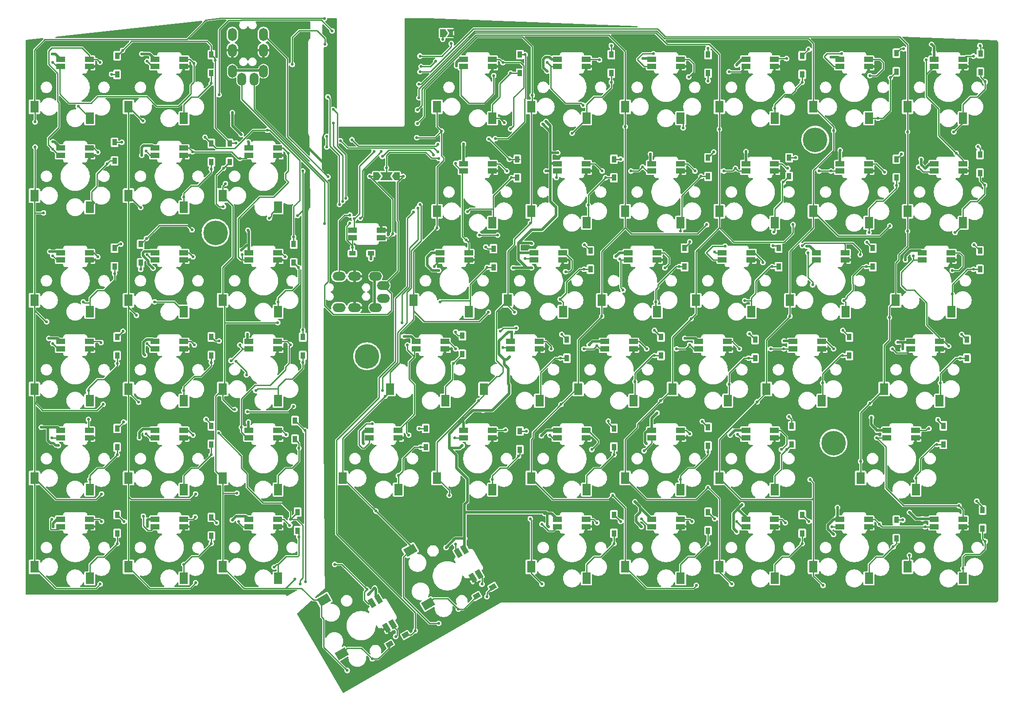
<source format=gbl>
G04 #@! TF.GenerationSoftware,KiCad,Pcbnew,8.0.6*
G04 #@! TF.CreationDate,2024-11-23T15:25:56+01:00*
G04 #@! TF.ProjectId,NomadKeyboard,4e6f6d61-644b-4657-9962-6f6172642e6b,rev?*
G04 #@! TF.SameCoordinates,Original*
G04 #@! TF.FileFunction,Copper,L2,Bot*
G04 #@! TF.FilePolarity,Positive*
%FSLAX46Y46*%
G04 Gerber Fmt 4.6, Leading zero omitted, Abs format (unit mm)*
G04 Created by KiCad (PCBNEW 8.0.6) date 2024-11-23 15:25:56*
%MOMM*%
%LPD*%
G01*
G04 APERTURE LIST*
G04 Aperture macros list*
%AMRotRect*
0 Rectangle, with rotation*
0 The origin of the aperture is its center*
0 $1 length*
0 $2 width*
0 $3 Rotation angle, in degrees counterclockwise*
0 Add horizontal line*
21,1,$1,$2,0,0,$3*%
%AMFreePoly0*
4,1,6,1.000000,0.000000,0.500000,-0.750000,-0.500000,-0.750000,-0.500000,0.750000,0.500000,0.750000,1.000000,0.000000,1.000000,0.000000,$1*%
%AMFreePoly1*
4,1,6,0.500000,-0.750000,-0.650000,-0.750000,-0.150000,0.000000,-0.650000,0.750000,0.500000,0.750000,0.500000,-0.750000,0.500000,-0.750000,$1*%
%AMFreePoly2*
4,1,7,0.700000,0.000000,1.200000,-0.750000,-1.200000,-0.750000,-0.700000,0.000000,-1.200000,0.750000,1.200000,0.750000,0.700000,0.000000,0.700000,0.000000,$1*%
G04 Aperture macros list end*
G04 #@! TA.AperFunction,SMDPad,CuDef*
%ADD10FreePoly0,0.000000*%
G04 #@! TD*
G04 #@! TA.AperFunction,SMDPad,CuDef*
%ADD11FreePoly1,0.000000*%
G04 #@! TD*
G04 #@! TA.AperFunction,SMDPad,CuDef*
%ADD12R,0.950000X1.300000*%
G04 #@! TD*
G04 #@! TA.AperFunction,SMDPad,CuDef*
%ADD13RotRect,1.300000X0.950000X210.000000*%
G04 #@! TD*
G04 #@! TA.AperFunction,SMDPad,CuDef*
%ADD14R,1.700000X1.000000*%
G04 #@! TD*
G04 #@! TA.AperFunction,SMDPad,CuDef*
%ADD15R,1.600000X2.200000*%
G04 #@! TD*
G04 #@! TA.AperFunction,SMDPad,CuDef*
%ADD16RotRect,1.700000X1.000000X120.000000*%
G04 #@! TD*
G04 #@! TA.AperFunction,SMDPad,CuDef*
%ADD17RotRect,1.600000X2.200000X120.000000*%
G04 #@! TD*
G04 #@! TA.AperFunction,ComponentPad*
%ADD18C,4.700000*%
G04 #@! TD*
G04 #@! TA.AperFunction,ComponentPad*
%ADD19O,1.700000X2.500000*%
G04 #@! TD*
G04 #@! TA.AperFunction,SMDPad,CuDef*
%ADD20R,1.300000X0.950000*%
G04 #@! TD*
G04 #@! TA.AperFunction,ComponentPad*
%ADD21O,2.500000X1.700000*%
G04 #@! TD*
G04 #@! TA.AperFunction,SMDPad,CuDef*
%ADD22FreePoly2,0.000000*%
G04 #@! TD*
G04 #@! TA.AperFunction,SMDPad,CuDef*
%ADD23FreePoly0,180.000000*%
G04 #@! TD*
G04 #@! TA.AperFunction,ViaPad*
%ADD24C,0.550000*%
G04 #@! TD*
G04 #@! TA.AperFunction,Conductor*
%ADD25C,0.250000*%
G04 #@! TD*
G04 #@! TA.AperFunction,Conductor*
%ADD26C,0.500000*%
G04 #@! TD*
G04 APERTURE END LIST*
D10*
X119089120Y-21702640D03*
D11*
X120539120Y-21702640D03*
D12*
X90589120Y-62077640D03*
X90589120Y-65627640D03*
X133339120Y-45827640D03*
X133339120Y-49377640D03*
X151839120Y-45827640D03*
X151839120Y-49377640D03*
X169839120Y-45552640D03*
X169839120Y-49102640D03*
X185339120Y-45552640D03*
X185339120Y-49102640D03*
X205839120Y-45827640D03*
X205839120Y-49377640D03*
X90839120Y-95827640D03*
X90839120Y-99377640D03*
D13*
X108916907Y-138582469D03*
X111991297Y-136807469D03*
X128676315Y-127615140D03*
X125601925Y-129390140D03*
D12*
X151839120Y-113827640D03*
X151839120Y-117377640D03*
D14*
X82049100Y-63703600D03*
X82049100Y-65103600D03*
X87549100Y-65103600D03*
X87549100Y-63703600D03*
D15*
X87599100Y-75002600D03*
X76999100Y-72802600D03*
D14*
X159049100Y-46703600D03*
X159049100Y-48103600D03*
X164549100Y-48103600D03*
X164549100Y-46703600D03*
D15*
X164599100Y-58002600D03*
X153999100Y-55802600D03*
D14*
X82049100Y-97703600D03*
X82049100Y-99103600D03*
X87549100Y-99103600D03*
X87549100Y-97703600D03*
D15*
X87599100Y-109002600D03*
X76999100Y-106802600D03*
D14*
X118549100Y-63703600D03*
X118549100Y-65103600D03*
X124049100Y-65103600D03*
X124049100Y-63703600D03*
D15*
X124099100Y-75002600D03*
X113499100Y-72802600D03*
D16*
X123282176Y-120439030D03*
X122069741Y-121139030D03*
X124819741Y-125902170D03*
X126032176Y-125202170D03*
D17*
X116271955Y-130894971D03*
X112877211Y-120615102D03*
D14*
X141049100Y-97703600D03*
X141049100Y-99103600D03*
X146549100Y-99103600D03*
X146549100Y-97703600D03*
D15*
X146599100Y-109002600D03*
X135999100Y-106802600D03*
D14*
X177049100Y-97703600D03*
X177049100Y-99103600D03*
X182549100Y-99103600D03*
X182549100Y-97703600D03*
D15*
X182599100Y-109002600D03*
X171999100Y-106802600D03*
D14*
X159049100Y-114703600D03*
X159049100Y-116103600D03*
X164549100Y-116103600D03*
X164549100Y-114703600D03*
D15*
X164599100Y-126002600D03*
X153999100Y-123802600D03*
D14*
X208549100Y-80703600D03*
X208549100Y-82103600D03*
X214049100Y-82103600D03*
X214049100Y-80703600D03*
D15*
X214099100Y-92002600D03*
X203499100Y-89802600D03*
D14*
X204049100Y-97703600D03*
X204049100Y-99103600D03*
X209549100Y-99103600D03*
X209549100Y-97703600D03*
D15*
X209599100Y-109002600D03*
X198999100Y-106802600D03*
D18*
X190339120Y-42102640D03*
D12*
X92339120Y-79827640D03*
X92339120Y-83377640D03*
X128809120Y-62957640D03*
X128809120Y-66507640D03*
X147339120Y-63327640D03*
X147339120Y-66877640D03*
X165339120Y-62827640D03*
X165339120Y-66377640D03*
X183339120Y-62827640D03*
X183339120Y-66377640D03*
X201339120Y-62827640D03*
X201339120Y-66377640D03*
D14*
X177049100Y-46703600D03*
X177049100Y-48103600D03*
X182549100Y-48103600D03*
X182549100Y-46703600D03*
D15*
X182599100Y-58002600D03*
X171999100Y-55802600D03*
D14*
X154549100Y-63703600D03*
X154549100Y-65103600D03*
X160049100Y-65103600D03*
X160049100Y-63703600D03*
D15*
X160099100Y-75002600D03*
X149499100Y-72802600D03*
D14*
X136549100Y-63703600D03*
X136549100Y-65103600D03*
X142049100Y-65103600D03*
X142049100Y-63703600D03*
D15*
X142099100Y-75002600D03*
X131499100Y-72802600D03*
D14*
X168049100Y-80703600D03*
X168049100Y-82103600D03*
X173549100Y-82103600D03*
X173549100Y-80703600D03*
D15*
X173599100Y-92002600D03*
X162999100Y-89802600D03*
D14*
X195049100Y-46703600D03*
X195049100Y-48103600D03*
X200549100Y-48103600D03*
X200549100Y-46703600D03*
D15*
X200599100Y-58002600D03*
X189999100Y-55802600D03*
D14*
X82049100Y-80703600D03*
X82049100Y-82103600D03*
X87549100Y-82103600D03*
X87549100Y-80703600D03*
D15*
X87599100Y-92002600D03*
X76999100Y-89802600D03*
D14*
X213049100Y-114703600D03*
X213049100Y-116103600D03*
X218549100Y-116103600D03*
X218549100Y-114703600D03*
D15*
X218599100Y-126002600D03*
X207999100Y-123802600D03*
D14*
X172549100Y-63703600D03*
X172549100Y-65103600D03*
X178049100Y-65103600D03*
X178049100Y-63703600D03*
D15*
X178099100Y-75002600D03*
X167499100Y-72802600D03*
D14*
X159049100Y-97703600D03*
X159049100Y-99103600D03*
X164549100Y-99103600D03*
X164549100Y-97703600D03*
D15*
X164599100Y-109002600D03*
X153999100Y-106802600D03*
D14*
X195049100Y-114703600D03*
X195049100Y-116103600D03*
X200549100Y-116103600D03*
X200549100Y-114703600D03*
D15*
X200599100Y-126002600D03*
X189999100Y-123802600D03*
D14*
X150049100Y-80703600D03*
X150049100Y-82103600D03*
X155549100Y-82103600D03*
X155549100Y-80703600D03*
D15*
X155599100Y-92002600D03*
X144999100Y-89802600D03*
D14*
X141049100Y-46703600D03*
X141049100Y-48103600D03*
X146549100Y-48103600D03*
X146549100Y-46703600D03*
D15*
X146599100Y-58002600D03*
X135999100Y-55802600D03*
D12*
X169839120Y-113327640D03*
X169839120Y-116877640D03*
D14*
X114049100Y-80703600D03*
X114049100Y-82103600D03*
X119549100Y-82103600D03*
X119549100Y-80703600D03*
D15*
X119599100Y-92002600D03*
X108999100Y-89802600D03*
D18*
X193839120Y-100102640D03*
D12*
X142839120Y-80327640D03*
X142839120Y-83877640D03*
X160839120Y-79827640D03*
X160839120Y-83377640D03*
X178839120Y-80327640D03*
X178839120Y-83877640D03*
X196839120Y-79827640D03*
X196839120Y-83377640D03*
X187839120Y-113827640D03*
X187839120Y-117377640D03*
X205839120Y-114827640D03*
X205839120Y-118377640D03*
X185839120Y-96827640D03*
X185839120Y-100377640D03*
X115839120Y-97327640D03*
X115839120Y-100877640D03*
X133839120Y-97827640D03*
X133839120Y-101377640D03*
X151839120Y-97327640D03*
X151839120Y-100877640D03*
X169839120Y-97102640D03*
X169839120Y-100652640D03*
X122839120Y-79577640D03*
X122839120Y-83127640D03*
X222339120Y-112927640D03*
X222339120Y-116477640D03*
D14*
X105049100Y-97703600D03*
X105049100Y-99103600D03*
X110549100Y-99103600D03*
X110549100Y-97703600D03*
D15*
X110599100Y-109002600D03*
X99999100Y-106802600D03*
D18*
X75639120Y-59902640D03*
X104614120Y-83527640D03*
D12*
X221939120Y-25627640D03*
X221939120Y-29177640D03*
D14*
X64049100Y-80703600D03*
X64049100Y-82103600D03*
X69549100Y-82103600D03*
X69549100Y-80703600D03*
D15*
X69599100Y-92002600D03*
X58999100Y-89802600D03*
D14*
X210799100Y-63703600D03*
X210799100Y-65103600D03*
X216299100Y-65103600D03*
X216299100Y-63703600D03*
D15*
X216349100Y-75002600D03*
X205749100Y-72802600D03*
D12*
X187839120Y-26052640D03*
X187839120Y-29602640D03*
D14*
X123049100Y-26703600D03*
X123049100Y-28103600D03*
X128549100Y-28103600D03*
X128549100Y-26703600D03*
D15*
X128599100Y-38002600D03*
X117999100Y-35802600D03*
D14*
X46049100Y-114703600D03*
X46049100Y-116103600D03*
X51549100Y-116103600D03*
X51549100Y-114703600D03*
D15*
X51599100Y-126002600D03*
X40999100Y-123802600D03*
D14*
X64049100Y-63703600D03*
X64049100Y-65103600D03*
X69549100Y-65103600D03*
X69549100Y-63703600D03*
D15*
X69599100Y-75002600D03*
X58999100Y-72802600D03*
D12*
X56839120Y-97327640D03*
X56839120Y-100877640D03*
D19*
X78864120Y-29002640D03*
X84814120Y-29002640D03*
X78864120Y-25002640D03*
X84814120Y-25002640D03*
X78864120Y-22002640D03*
X84814120Y-22002640D03*
X80614120Y-30502640D03*
X83064120Y-30502640D03*
D12*
X133839120Y-25827640D03*
X133839120Y-29377640D03*
D14*
X82049100Y-114703600D03*
X82049100Y-116103600D03*
X87549100Y-116103600D03*
X87549100Y-114703600D03*
D15*
X87599100Y-126002600D03*
X76999100Y-123802600D03*
D12*
X78339120Y-42827640D03*
X78339120Y-46377640D03*
X74839120Y-114327640D03*
X74839120Y-117877640D03*
D20*
X101814120Y-63852640D03*
X105364120Y-63852640D03*
D14*
X107339120Y-60820870D03*
X107339120Y-59420870D03*
X101839120Y-59420870D03*
X101839120Y-60820870D03*
D12*
X56839120Y-113827640D03*
X56839120Y-117377640D03*
X91339120Y-113327640D03*
X91339120Y-116877640D03*
D14*
X186049100Y-80703600D03*
X186049100Y-82103600D03*
X191549100Y-82103600D03*
X191549100Y-80703600D03*
D15*
X191599100Y-92002600D03*
X180999100Y-89802600D03*
D12*
X219339120Y-80327640D03*
X219339120Y-83877640D03*
X56839120Y-79827640D03*
X56839120Y-83377640D03*
D14*
X132049100Y-80703600D03*
X132049100Y-82103600D03*
X137549100Y-82103600D03*
X137549100Y-80703600D03*
D15*
X137599100Y-92002600D03*
X126999100Y-89802600D03*
D14*
X46049100Y-26703600D03*
X46049100Y-28103600D03*
X51549100Y-28103600D03*
X51549100Y-26703600D03*
D15*
X51599100Y-38002600D03*
X40999100Y-35802600D03*
D12*
X74839120Y-79827640D03*
X74839120Y-83377640D03*
D14*
X46049100Y-43703600D03*
X46049100Y-45103600D03*
X51549100Y-45103600D03*
X51549100Y-43703600D03*
D15*
X51599100Y-55002600D03*
X40999100Y-52802600D03*
D12*
X56339120Y-62827640D03*
X56339120Y-66377640D03*
D14*
X213049100Y-46703600D03*
X213049100Y-48103600D03*
X218549100Y-48103600D03*
X218549100Y-46703600D03*
D15*
X218599100Y-58002600D03*
X207999100Y-55802600D03*
D12*
X214839120Y-96827640D03*
X214839120Y-100377640D03*
D14*
X64049100Y-97703600D03*
X64049100Y-99103600D03*
X69549100Y-99103600D03*
X69549100Y-97703600D03*
D15*
X69599100Y-109002600D03*
X58999100Y-106802600D03*
D14*
X123049100Y-97703600D03*
X123049100Y-99103600D03*
X128549100Y-99103600D03*
X128549100Y-97703600D03*
D15*
X128599100Y-109002600D03*
X117999100Y-106802600D03*
D14*
X46049100Y-80703600D03*
X46049100Y-82103600D03*
X51549100Y-82103600D03*
X51549100Y-80703600D03*
D15*
X51599100Y-92002600D03*
X40999100Y-89802600D03*
D12*
X56339120Y-42602640D03*
X56339120Y-46152640D03*
X74839120Y-96827640D03*
X74839120Y-100377640D03*
D14*
X213049100Y-26703600D03*
X213049100Y-28103600D03*
X218549100Y-28103600D03*
X218549100Y-26703600D03*
D15*
X218599100Y-38002600D03*
X207999100Y-35802600D03*
D12*
X205839120Y-25552640D03*
X205839120Y-29102640D03*
X61339120Y-62077640D03*
X61339120Y-65627640D03*
D14*
X82049100Y-43703600D03*
X82049100Y-45103600D03*
X87549100Y-45103600D03*
X87549100Y-43703600D03*
D15*
X87599100Y-55002600D03*
X76999100Y-52802600D03*
D12*
X221839120Y-44927640D03*
X221839120Y-48477640D03*
X74839120Y-42827640D03*
X74839120Y-46377640D03*
D14*
X159049100Y-26703600D03*
X159049100Y-28103600D03*
X164549100Y-28103600D03*
X164549100Y-26703600D03*
D15*
X164599100Y-38002600D03*
X153999100Y-35802600D03*
D12*
X169839120Y-25827640D03*
X169839120Y-29377640D03*
D14*
X46049100Y-63703600D03*
X46049100Y-65103600D03*
X51549100Y-65103600D03*
X51549100Y-63703600D03*
D15*
X51599100Y-75002600D03*
X40999100Y-72802600D03*
D14*
X64049100Y-43703600D03*
X64049100Y-45103600D03*
X69549100Y-45103600D03*
X69549100Y-43703600D03*
D15*
X69599100Y-55002600D03*
X58999100Y-52802600D03*
D12*
X74839120Y-25827640D03*
X74839120Y-29377640D03*
D14*
X141049100Y-26703600D03*
X141049100Y-28103600D03*
X146549100Y-28103600D03*
X146549100Y-26703600D03*
D15*
X146599100Y-38002600D03*
X135999100Y-35802600D03*
D16*
X106782176Y-129965930D03*
X105569741Y-130665930D03*
X108319741Y-135429070D03*
X109532176Y-134729070D03*
D17*
X99771955Y-140421871D03*
X96377211Y-130142002D03*
D12*
X221839120Y-63327640D03*
X221839120Y-66877640D03*
X56839120Y-26052640D03*
X56839120Y-29602640D03*
D14*
X46049100Y-97703600D03*
X46049100Y-99103600D03*
X51549100Y-99103600D03*
X51549100Y-97703600D03*
D15*
X51599100Y-109002600D03*
X40999100Y-106802600D03*
D21*
X106239120Y-74202640D03*
X106239120Y-68252640D03*
X102239120Y-74202640D03*
X102239120Y-68252640D03*
X99239120Y-74202640D03*
X99239120Y-68252640D03*
X107739120Y-72452640D03*
X107739120Y-70002640D03*
D14*
X141049100Y-114703600D03*
X141049100Y-116103600D03*
X146549100Y-116103600D03*
X146549100Y-114703600D03*
D15*
X146599100Y-126002600D03*
X135999100Y-123802600D03*
D14*
X64049100Y-114703600D03*
X64049100Y-116103600D03*
X69549100Y-116103600D03*
X69549100Y-114703600D03*
D15*
X69599100Y-126002600D03*
X58999100Y-123802600D03*
D14*
X195049100Y-26703600D03*
X195049100Y-28103600D03*
X200549100Y-28103600D03*
X200549100Y-26703600D03*
D15*
X200599100Y-38002600D03*
X189999100Y-35802600D03*
D14*
X177049100Y-114703600D03*
X177049100Y-116103600D03*
X182549100Y-116103600D03*
X182549100Y-114703600D03*
D15*
X182599100Y-126002600D03*
X171999100Y-123802600D03*
D12*
X151339120Y-25827640D03*
X151339120Y-29377640D03*
D14*
X177049100Y-26703600D03*
X177049100Y-28103600D03*
X182549100Y-28103600D03*
X182549100Y-26703600D03*
D15*
X182599100Y-38002600D03*
X171999100Y-35802600D03*
D14*
X123049100Y-46703600D03*
X123049100Y-48103600D03*
X128549100Y-48103600D03*
X128549100Y-46703600D03*
D15*
X128599100Y-58002600D03*
X117999100Y-55802600D03*
D14*
X64049100Y-26703600D03*
X64049100Y-28103600D03*
X69549100Y-28103600D03*
X69549100Y-26703600D03*
D15*
X69599100Y-38002600D03*
X58999100Y-35802600D03*
D10*
X106339120Y-49102640D03*
D22*
X108339120Y-49102640D03*
D23*
X110339120Y-49102640D03*
D14*
X190549100Y-63703600D03*
X190549100Y-65103600D03*
X196049100Y-65103600D03*
X196049100Y-63703600D03*
D15*
X196099100Y-75002600D03*
X185499100Y-72802600D03*
D24*
X114939120Y-89802640D03*
X68339120Y-21202640D03*
X42539120Y-29702640D03*
X42439120Y-25102640D03*
X119139120Y-50202640D03*
X120339120Y-48202640D03*
X120339120Y-43002640D03*
X102739120Y-44502640D03*
X57739120Y-93302640D03*
X60039120Y-93402640D03*
X78239120Y-66302640D03*
X75439120Y-66302640D03*
X104039120Y-42302640D03*
X103239120Y-65502640D03*
X101439120Y-65502640D03*
X102339120Y-65502640D03*
X109039120Y-51302640D03*
X63695100Y-66702640D03*
X80339120Y-45679640D03*
X139044590Y-29008110D03*
X105339120Y-64902640D03*
X101839120Y-62702640D03*
X182739120Y-49702640D03*
X125739120Y-63102640D03*
X197739120Y-63502640D03*
X196539120Y-66702640D03*
X220589120Y-26102640D03*
X57739120Y-42602640D03*
X57539120Y-62077640D03*
X134868120Y-25827640D03*
X166139120Y-30102640D03*
X149089120Y-26852640D03*
X138064123Y-115627643D03*
X138939120Y-79702640D03*
X62539120Y-64102640D03*
X89539120Y-44702640D03*
X146139120Y-66877640D03*
X150214701Y-49378221D03*
X132214701Y-49378221D03*
X105939120Y-52902640D03*
X107539120Y-57702640D03*
X137739120Y-41502640D03*
X133739120Y-42702640D03*
X125139120Y-44302640D03*
X118339120Y-45702640D03*
X105139120Y-49102640D03*
X111539120Y-49102640D03*
X108339120Y-47502640D03*
X98439120Y-123302642D03*
X96460120Y-58181640D03*
X128139120Y-76702640D03*
X145939120Y-76702640D03*
X155739120Y-77702640D03*
X178939120Y-77902640D03*
X200539120Y-77302640D03*
X208139120Y-77702640D03*
X117318120Y-52102640D03*
X117318120Y-53102640D03*
X114739120Y-53102640D03*
X114739120Y-52102640D03*
X112139120Y-23702640D03*
X114939120Y-23502640D03*
X114939120Y-21302640D03*
X112139120Y-21302640D03*
X123139120Y-20702640D03*
X117318120Y-23902640D03*
X117318120Y-22702640D03*
X117275431Y-21448301D03*
X116939120Y-20302640D03*
X119089120Y-22902640D03*
X114939120Y-28102640D03*
X117739120Y-27102640D03*
X114739120Y-26102640D03*
X120739120Y-23702640D03*
X112739120Y-42702640D03*
X111939120Y-42702640D03*
X111139120Y-42702640D03*
X99539120Y-42302640D03*
X101739120Y-42102640D03*
X107539120Y-45302640D03*
X117318120Y-45048640D03*
X98139120Y-49302640D03*
X90939120Y-39902640D03*
X90939120Y-38902640D03*
X90939120Y-37902640D03*
X98139120Y-50302640D03*
X98139120Y-51302640D03*
X98139120Y-52302640D03*
X90939120Y-36902640D03*
X97139070Y-33902640D03*
X99339120Y-54502640D03*
X113539120Y-55902640D03*
X100539120Y-53302640D03*
X98139120Y-36302640D03*
X114739120Y-54502640D03*
X98139120Y-38902640D03*
X99939120Y-53902640D03*
X114314754Y-55185527D03*
X96939120Y-41502640D03*
X92339120Y-48102640D03*
X96939120Y-43502640D03*
X85539120Y-40302640D03*
X78539120Y-33702640D03*
X86339120Y-36302640D03*
X74539120Y-21302640D03*
X97139120Y-49202640D03*
X107339120Y-44356640D03*
X78864120Y-36902640D03*
X101339120Y-56502640D03*
X103339120Y-57102640D03*
X96569120Y-23872640D03*
X90339120Y-27702640D03*
X105939120Y-44356640D03*
X77539120Y-50502640D03*
X76339120Y-33502640D03*
X97939120Y-21302640D03*
X96482496Y-18921120D03*
X87599100Y-73102640D03*
X91501620Y-66540140D03*
X123839120Y-55852640D03*
X146920100Y-54602640D03*
X164589120Y-59602640D03*
X168490281Y-49102640D03*
X182464122Y-59727638D03*
X184214120Y-50227640D03*
X200589120Y-59852640D03*
X205839120Y-50852640D03*
X222739120Y-50802642D03*
X217089120Y-59852640D03*
X83339120Y-90102640D03*
X92339120Y-84702640D03*
X127589120Y-66507640D03*
X118589120Y-73102640D03*
X141539120Y-72602640D03*
X159839120Y-73102640D03*
X164339120Y-66377640D03*
X182089120Y-66377640D03*
X176839120Y-72852640D03*
X200089120Y-66377640D03*
X195839120Y-72852640D03*
X216528100Y-71602640D03*
X220589120Y-66877640D03*
X91578100Y-101102640D03*
X121101620Y-84865140D03*
X141589120Y-83877640D03*
X159589120Y-83377640D03*
X155839120Y-88352640D03*
X177589120Y-83877640D03*
X173839120Y-88852640D03*
X195589120Y-83377640D03*
X191778100Y-88602640D03*
X218089120Y-83877640D03*
X214278100Y-88602640D03*
X105600864Y-141393473D03*
X110599100Y-106352640D03*
X114839120Y-100877640D03*
X133598480Y-102612000D03*
X128599100Y-107102640D03*
X151839120Y-102352640D03*
X169839120Y-101852640D03*
X164599100Y-107102640D03*
X184851620Y-101365140D03*
X102196235Y-57209755D03*
X213589120Y-100377640D03*
X209599100Y-106852640D03*
X122089120Y-131852640D03*
X151839120Y-119352640D03*
X80724098Y-64102640D03*
X121589120Y-46602640D03*
X123539120Y-61302640D03*
X75566120Y-26902640D03*
X221839120Y-24102640D03*
X207214120Y-24727640D03*
X79539120Y-42702640D03*
X151339120Y-24102640D03*
X129139120Y-41902640D03*
X169839120Y-24602640D03*
X118139120Y-43002640D03*
X57864120Y-25027640D03*
X189064120Y-24827640D03*
X182226620Y-62381640D03*
X127339120Y-62602640D03*
X92339120Y-78502640D03*
X200226620Y-61715140D03*
X146226620Y-62215140D03*
X62426620Y-60990140D03*
X91339120Y-56602640D03*
X220726620Y-62215140D03*
X166339120Y-61602640D03*
X71139120Y-59352640D03*
X62539120Y-27102640D03*
X117447100Y-66352640D03*
X142589120Y-67352640D03*
X169839120Y-119352640D03*
X89139120Y-98502640D03*
X62339120Y-98352640D03*
X112339120Y-81352640D03*
X112589120Y-98602640D03*
X161589120Y-66602640D03*
X134839120Y-64852640D03*
X187839120Y-119352640D03*
X80577407Y-97102640D03*
X89939120Y-81302640D03*
X205223480Y-119987000D03*
X222839120Y-118902640D03*
X218599100Y-124102640D03*
X135839120Y-114602640D03*
X138089120Y-127102640D03*
X135839120Y-58102640D03*
X125964120Y-91977640D03*
X136216120Y-33602640D03*
X120339120Y-110102640D03*
X132839120Y-75102640D03*
X114229132Y-38992628D03*
X127939112Y-41956640D03*
X73626620Y-41615140D03*
X118139120Y-44402640D03*
X186589120Y-45552640D03*
X221496620Y-43445140D03*
X170939120Y-44452640D03*
X153089120Y-45827640D03*
X90589120Y-60702640D03*
X206826620Y-44840140D03*
X131839120Y-45827640D03*
X177726620Y-79215140D03*
X76339120Y-80602640D03*
X92726620Y-97715140D03*
X141851620Y-79340140D03*
X133139120Y-78102640D03*
X121589114Y-78852640D03*
X57951620Y-78715140D03*
X111339120Y-77102640D03*
X130139120Y-78681640D03*
X218351620Y-79340140D03*
X195601620Y-78590140D03*
X81558610Y-87083150D03*
X159601620Y-78590140D03*
X92839120Y-126602640D03*
X79514120Y-84502640D03*
X106319130Y-113122630D03*
X127839120Y-75102640D03*
X114139120Y-41702640D03*
X126089120Y-60352640D03*
X108093120Y-91140192D03*
X129589120Y-60352640D03*
X118872502Y-40448640D03*
X118339120Y-134602640D03*
X117964120Y-58977640D03*
X89951620Y-114715140D03*
X91839120Y-127102640D03*
X114589120Y-97327640D03*
X58076620Y-96090140D03*
X135089120Y-97827640D03*
X168714120Y-95977640D03*
X107539120Y-90102640D03*
X73839120Y-95602640D03*
X150764957Y-95926803D03*
X76226620Y-98215140D03*
X185339120Y-95102640D03*
X213814120Y-95627640D03*
X171999100Y-40102640D03*
X169839120Y-108602640D03*
X186089120Y-58352640D03*
X160769090Y-92032610D03*
X166589120Y-76352640D03*
X114539120Y-34102640D03*
X174339120Y-127102640D03*
X141714120Y-92727640D03*
X149499100Y-75852640D03*
X169589120Y-58352640D03*
X167589120Y-127352640D03*
X114259120Y-36422640D03*
X153999100Y-39602640D03*
X151589120Y-110102640D03*
X207999100Y-40602640D03*
X207999100Y-59602640D03*
X114739120Y-29102640D03*
X204520100Y-76102640D03*
X208339120Y-121602640D03*
X198999100Y-103602640D03*
X200769090Y-92532610D03*
X90839120Y-126102640D03*
X87539120Y-77102640D03*
X100839120Y-143602640D03*
X90539120Y-93102640D03*
X79739120Y-109702640D03*
X81739120Y-94102640D03*
X79339120Y-93702640D03*
X189339120Y-107102640D03*
X179214120Y-92227640D03*
X193839120Y-40352640D03*
X185499100Y-75852640D03*
X204589120Y-58602640D03*
X114543519Y-31507029D03*
X191839120Y-127352640D03*
X71339120Y-64502640D03*
X44539120Y-64302640D03*
X132043045Y-40056566D03*
X130589120Y-27352640D03*
X60539120Y-75702640D03*
X61339116Y-55102640D03*
X60939120Y-92302640D03*
X61739120Y-38502640D03*
X71839120Y-126852640D03*
X71839120Y-109852640D03*
X41139120Y-38702640D03*
X43339120Y-76902640D03*
X54139120Y-92702640D03*
X53589120Y-127102640D03*
X53839120Y-109852640D03*
X42739120Y-56102640D03*
X41139120Y-43502640D03*
X54914701Y-46678221D03*
X56339120Y-67702640D03*
X50339120Y-73102640D03*
X56839120Y-84902640D03*
X69599100Y-53102640D03*
X74839120Y-47702640D03*
X61339120Y-66902640D03*
X63999100Y-73102640D03*
X69599100Y-90102640D03*
X74839120Y-84702640D03*
X74839120Y-102352640D03*
X88939120Y-64502640D03*
X121589120Y-119477960D03*
X110089120Y-137102640D03*
X140839120Y-49352640D03*
X131339120Y-48103600D03*
X152944588Y-64958112D03*
X153589120Y-70852640D03*
X180339120Y-65602640D03*
X189837659Y-69854101D03*
X216528100Y-67102640D03*
X188964120Y-63727640D03*
X187839120Y-62352640D03*
X173089120Y-62429600D03*
X198939120Y-64102640D03*
X215839120Y-81602640D03*
X209089120Y-64352640D03*
X130569590Y-81833110D03*
X121589122Y-82103600D03*
X163839120Y-82103600D03*
X166319590Y-81333110D03*
X158089120Y-82103600D03*
X205089120Y-82103600D03*
X193839120Y-82103600D03*
X121339120Y-99102640D03*
X147589120Y-101352640D03*
X183839105Y-101352655D03*
X157589120Y-101602640D03*
X202089120Y-99103600D03*
X217839120Y-112102640D03*
X75839120Y-115352640D03*
X58124100Y-115112620D03*
X113839120Y-136002626D03*
X127539120Y-129502640D03*
X171101620Y-114590140D03*
X189101620Y-115090140D03*
X153101620Y-115090140D03*
X221226620Y-111215140D03*
X207089120Y-114827640D03*
X86839120Y-123852640D03*
X91578100Y-118102640D03*
X69599100Y-123352640D03*
X74839120Y-119352640D03*
X56839120Y-102352640D03*
X51599100Y-107102640D03*
X56839120Y-119352640D03*
X49375561Y-35739081D03*
X55739120Y-29602640D03*
X74839120Y-31302640D03*
X130839120Y-38852640D03*
X132089120Y-29377640D03*
X151339120Y-31102640D03*
X143839120Y-40852640D03*
X165089120Y-39852640D03*
X169839120Y-30852640D03*
X187839120Y-31102640D03*
X182599100Y-36102640D03*
X202339120Y-38002600D03*
X204714120Y-30227640D03*
X216839120Y-40602640D03*
X222839120Y-31002640D03*
X157319590Y-47333110D03*
X149589120Y-48103600D03*
X155089120Y-48103600D03*
X172839120Y-48102640D03*
X175089120Y-47602640D03*
X167339120Y-48102640D03*
X185089120Y-47602640D03*
X193339120Y-48103600D03*
X191089120Y-48103600D03*
X203589120Y-48287640D03*
X210089120Y-47352640D03*
X211589120Y-26852640D03*
X217268630Y-44673130D03*
X139839120Y-82103600D03*
X146089120Y-82103600D03*
X148589120Y-81482600D03*
X175839120Y-82103600D03*
X181839120Y-82103600D03*
X184319590Y-82083110D03*
X105589120Y-96429600D03*
X131089120Y-97602640D03*
X166339120Y-98352640D03*
X139589120Y-98602640D03*
X175514957Y-98482600D03*
X212089120Y-97352640D03*
X126589120Y-127102646D03*
X157089112Y-114602640D03*
X148589120Y-115352640D03*
X175339118Y-115102640D03*
X166739118Y-115102640D03*
X193544183Y-116173580D03*
X184589120Y-115352640D03*
X211339120Y-116103600D03*
X202589120Y-115602640D03*
X53139120Y-44502640D03*
X62339120Y-44302640D03*
X62544590Y-81108110D03*
X53739120Y-80902640D03*
X71339120Y-98602640D03*
X44339120Y-99102640D03*
X53139120Y-64502640D03*
X44539120Y-81102640D03*
X53539120Y-27302640D03*
X44518630Y-43923130D03*
X61839120Y-114102640D03*
X53839120Y-115102640D03*
X51339120Y-95602640D03*
X44339120Y-114703600D03*
X71539120Y-27502640D03*
X44539120Y-27302640D03*
X128839120Y-29852640D03*
X139089120Y-27352640D03*
X145939120Y-35502640D03*
X159369590Y-25633110D03*
X184839120Y-26602640D03*
X200778100Y-29852640D03*
X173839120Y-29102640D03*
X195369590Y-25633110D03*
X125589120Y-85352640D03*
X120839120Y-61352640D03*
X209089120Y-47352640D03*
X180589120Y-64102640D03*
X51839120Y-117852640D03*
X202839120Y-46352640D03*
X87739120Y-95502640D03*
X51839120Y-101102640D03*
X148089120Y-99852640D03*
X51739120Y-78702640D03*
X162589120Y-63352640D03*
X131089120Y-62102640D03*
X222089120Y-77602640D03*
X147839120Y-25352640D03*
X69539120Y-29702640D03*
X170589120Y-42102640D03*
X187785880Y-111644640D03*
X143089120Y-66352640D03*
X187589120Y-24102640D03*
X79339120Y-110852640D03*
X69589120Y-100602640D03*
X136939120Y-29302640D03*
X220089120Y-46602640D03*
X185589120Y-28102640D03*
X144839120Y-65602640D03*
X164839120Y-25102640D03*
X136839120Y-101102640D03*
X138089120Y-23602640D03*
X110589120Y-134102640D03*
X167089120Y-46352640D03*
X81139120Y-36302640D03*
X102339120Y-71902640D03*
X190839120Y-50102640D03*
X129339120Y-96508640D03*
X147089120Y-95852640D03*
X154839120Y-50102640D03*
X100939120Y-70502640D03*
X69539120Y-66702640D03*
X202339120Y-28102640D03*
X69539120Y-42102640D03*
X84139120Y-41102640D03*
X175839120Y-80602640D03*
X57839120Y-120602640D03*
X52739120Y-25302640D03*
X172839120Y-30352640D03*
X182589120Y-45352640D03*
X171089120Y-32102640D03*
X148839120Y-23602640D03*
X164839120Y-96602640D03*
X140839120Y-95852640D03*
X107089120Y-136352640D03*
X137089120Y-50352640D03*
X131089120Y-25852640D03*
X81739120Y-23902640D03*
X53139120Y-66502640D03*
X87539120Y-79102640D03*
X69539120Y-46702640D03*
X164589120Y-113102640D03*
X73339120Y-118602640D03*
X51739120Y-83902640D03*
X203589120Y-114102640D03*
X192589120Y-23102640D03*
X128839120Y-23602640D03*
X149339120Y-46602640D03*
X51539120Y-61902640D03*
X183089120Y-118102640D03*
X88939120Y-66502640D03*
X188839120Y-32102640D03*
X121339120Y-38602640D03*
X186589120Y-66602640D03*
X100939120Y-71902640D03*
X69539120Y-79102640D03*
X168339120Y-70102640D03*
X81539120Y-46902640D03*
X173589120Y-41602640D03*
X89089120Y-116602640D03*
X150339120Y-67352640D03*
X208089120Y-22852640D03*
X151292058Y-65399702D03*
X174839120Y-83852640D03*
X73739120Y-92702640D03*
X51539120Y-42102640D03*
X193939120Y-80702640D03*
X120589120Y-94852640D03*
X102339120Y-70502640D03*
X60339120Y-42902640D03*
X84939120Y-32902640D03*
X87589120Y-112852640D03*
X80739120Y-24902640D03*
X133839120Y-95602640D03*
X204939120Y-83902640D03*
X205589120Y-75448640D03*
X207839120Y-79156640D03*
X69589120Y-96352640D03*
X194839120Y-34602640D03*
X209839120Y-96602640D03*
X112039120Y-84102640D03*
X220339120Y-114602640D03*
X53339120Y-97852640D03*
X76339120Y-77902640D03*
X201089120Y-117852640D03*
X131339120Y-100102640D03*
X124339120Y-127852640D03*
X166589120Y-69352640D03*
X185839120Y-41602640D03*
X79139120Y-98902640D03*
X166089120Y-27852640D03*
X217589120Y-66352640D03*
X182839120Y-25102640D03*
X203589120Y-75602640D03*
X154589120Y-23352640D03*
X60339120Y-96352640D03*
X89339120Y-100702640D03*
X76089120Y-114352640D03*
X78339120Y-77902640D03*
X184089120Y-113102640D03*
X69839120Y-112852640D03*
X69539120Y-25302640D03*
X146339120Y-112602640D03*
X165089120Y-118102640D03*
X158089120Y-80602640D03*
X73089120Y-99602640D03*
X135089120Y-50852640D03*
X69539120Y-83702640D03*
X207089120Y-49602640D03*
X156339120Y-29602640D03*
X156339120Y-41756640D03*
X202139120Y-84102640D03*
X81339120Y-118352640D03*
X151339120Y-42102640D03*
X127589120Y-124102640D03*
X184089120Y-99602640D03*
X106589120Y-123352640D03*
X204256466Y-111644640D03*
X82739120Y-22902640D03*
X87539120Y-83702640D03*
X206339120Y-31602640D03*
X51539120Y-46502640D03*
X209089120Y-49602640D03*
X111339120Y-100852640D03*
X60839120Y-117102640D03*
X87539120Y-62102640D03*
X130589120Y-29352640D03*
X187589120Y-109852640D03*
X184339120Y-68352640D03*
X190839120Y-30602640D03*
X119589120Y-79685640D03*
X51589120Y-112852640D03*
X69539120Y-62102640D03*
X218589120Y-25352640D03*
X212589120Y-30352640D03*
X60339120Y-80102640D03*
X146839120Y-118102640D03*
X209339120Y-29602640D03*
X201089120Y-79352640D03*
X153089120Y-51852640D03*
X137839120Y-45102640D03*
X135089120Y-46852640D03*
X172839120Y-100852640D03*
X189339120Y-113852640D03*
X78939120Y-92302640D03*
X79739120Y-46902640D03*
X110589120Y-96352640D03*
X215339120Y-79302640D03*
X51939120Y-29702640D03*
X141339120Y-41852640D03*
X170589120Y-103352640D03*
X188839120Y-50102640D03*
X42739120Y-66902640D03*
X69589120Y-117852640D03*
X59939120Y-50502640D03*
X173589120Y-24602640D03*
X87539120Y-46702640D03*
X101339120Y-58102640D03*
X176339120Y-111923640D03*
X184339120Y-80602640D03*
X175339120Y-117102640D03*
X61539120Y-25702640D03*
X157339120Y-26602640D03*
X160089120Y-94352640D03*
X61539120Y-45103600D03*
X138214120Y-39102640D03*
X141089120Y-44602640D03*
X111714120Y-79727640D03*
X123282176Y-118352640D03*
X211339120Y-47602636D03*
X202190080Y-97703600D03*
X136089120Y-66602640D03*
X195089120Y-44102640D03*
X171089120Y-63602640D03*
X208339120Y-113352640D03*
X44589120Y-116102640D03*
X62643630Y-116048130D03*
X139339120Y-116102640D03*
X42339120Y-97102640D03*
X120339120Y-101102640D03*
X213049100Y-25352640D03*
X157089120Y-116102640D03*
X138839120Y-38602640D03*
X137957765Y-98733995D03*
X132339120Y-78852640D03*
X206089120Y-80852640D03*
X207089120Y-82102640D03*
X44539120Y-42502640D03*
X155839120Y-111352640D03*
X44393120Y-25702640D03*
X152185120Y-64448640D03*
X212589120Y-23852640D03*
X81839120Y-59402640D03*
X122839120Y-100602640D03*
X194589120Y-112423640D03*
X147089120Y-81352640D03*
X80593120Y-63256640D03*
X43739120Y-80102640D03*
X138589120Y-113602640D03*
X136089120Y-61956640D03*
X126839120Y-93852640D03*
X210839120Y-114602640D03*
X188715120Y-62478640D03*
X103944590Y-100208110D03*
X61089120Y-99103600D03*
X193839120Y-117602640D03*
X43939120Y-63502640D03*
X104839120Y-129102640D03*
X138839120Y-48102640D03*
X121714120Y-27977640D03*
X81739120Y-79302640D03*
X118320100Y-67102640D03*
X80539120Y-41102640D03*
X62126312Y-83289832D03*
X81939120Y-96102640D03*
X132589120Y-66602640D03*
X45589120Y-100602640D03*
X201089120Y-95198640D03*
X175339120Y-27852640D03*
X119739120Y-120102640D03*
X158817590Y-44831110D03*
X131839120Y-83602640D03*
X123089122Y-42902640D03*
X177089120Y-44352640D03*
X78839120Y-114852640D03*
X207589120Y-65103600D03*
X165389100Y-80102640D03*
X193317590Y-26331110D03*
X174068100Y-98580600D03*
X81939120Y-42502640D03*
X106089120Y-127852640D03*
X210589120Y-45852640D03*
X158054182Y-100212682D03*
X109539122Y-60102640D03*
X85939120Y-57102640D03*
X77139120Y-54902640D03*
X77176620Y-47540140D03*
X71589120Y-81352640D03*
X78589120Y-84352640D03*
X80289957Y-81351803D03*
X71239120Y-44402640D03*
X80089120Y-115102640D03*
X71744590Y-114258110D03*
X89839132Y-115852640D03*
X104589120Y-128102640D03*
X51339120Y-90102640D03*
D25*
X96569120Y-23872640D02*
X96569120Y-22732640D01*
X96569120Y-22732640D02*
X95039120Y-21202640D01*
X95039120Y-21202640D02*
X91639120Y-21202640D01*
X91639120Y-21202640D02*
X90339120Y-22502640D01*
X90339120Y-22502640D02*
X90339120Y-27702640D01*
X113678100Y-83602640D02*
X112639120Y-84641620D01*
X112639120Y-84641620D02*
X112639120Y-87902640D01*
X112639120Y-87902640D02*
X113678100Y-88941620D01*
X113678100Y-88941620D02*
X113678100Y-94574600D01*
X113678100Y-94574600D02*
X112119590Y-96133110D01*
X113499100Y-74852640D02*
X113499100Y-76442660D01*
X113499100Y-76442660D02*
X110839120Y-79102640D01*
X110839120Y-79102640D02*
X110839120Y-84753801D01*
X108999100Y-86593821D02*
X108999100Y-89802600D01*
X110839120Y-84753801D02*
X108999100Y-86593821D01*
X113539120Y-55902640D02*
X112339120Y-57102640D01*
X98774100Y-117537620D02*
X113839120Y-132602640D01*
X110062120Y-84464484D02*
X106939120Y-87587484D01*
X112339120Y-57102640D02*
X112339120Y-70146263D01*
X112339120Y-70146263D02*
X110062120Y-72423263D01*
X106939120Y-91402640D02*
X98774100Y-99567660D01*
X110062120Y-72423263D02*
X110062120Y-84464484D01*
X106939120Y-87587484D02*
X106939120Y-91402640D01*
X98774100Y-99567660D02*
X98774100Y-117537620D01*
X113839120Y-132602640D02*
X113839120Y-136002626D01*
X107539120Y-87520642D02*
X107539120Y-90102640D01*
X114939120Y-54702640D02*
X114939120Y-61469481D01*
X110439120Y-84620642D02*
X107539120Y-87520642D01*
X112274100Y-77134502D02*
X110439120Y-78969482D01*
X113122100Y-63286501D02*
X113122100Y-70429600D01*
X113122100Y-70429600D02*
X112274100Y-71277600D01*
X114739120Y-54502640D02*
X114939120Y-54702640D01*
X110439120Y-78969482D02*
X110439120Y-84620642D01*
X108999100Y-89802600D02*
X108999100Y-90234212D01*
X99999100Y-106802600D02*
X99999100Y-99234212D01*
X108999100Y-90234212D02*
X108093120Y-91140192D01*
X114939120Y-61469481D02*
X113122100Y-63286501D01*
X99999100Y-99234212D02*
X108093120Y-91140192D01*
X112274100Y-71277600D02*
X112274100Y-77134502D01*
X222839120Y-120371359D02*
X222839120Y-118902640D01*
X221828879Y-121381600D02*
X222839120Y-120371359D01*
X219060160Y-121381600D02*
X221828879Y-121381600D01*
X222339120Y-118402640D02*
X222839120Y-118902640D01*
X218599100Y-124102640D02*
X218599100Y-121842660D01*
X222339120Y-116477640D02*
X222339120Y-118402640D01*
X218599100Y-121842660D02*
X219060160Y-121381600D01*
X222339120Y-112327640D02*
X221226620Y-111215140D01*
X222339120Y-112927640D02*
X222339120Y-112327640D01*
X222739120Y-52471359D02*
X222739120Y-50802642D01*
X221286879Y-53923600D02*
X222739120Y-52471359D01*
X220018160Y-53923600D02*
X221286879Y-53923600D01*
X218599100Y-58002600D02*
X218599100Y-55342660D01*
X221839120Y-49902642D02*
X222739120Y-50802642D01*
X218599100Y-55342660D02*
X220018160Y-53923600D01*
X221839120Y-48477640D02*
X221839120Y-49902642D01*
X221839120Y-44927640D02*
X221839120Y-43787640D01*
X221839120Y-43787640D02*
X221496620Y-43445140D01*
X220020793Y-33923600D02*
X221286879Y-33923600D01*
X218599100Y-38002600D02*
X218599100Y-35345293D01*
X221939120Y-30102640D02*
X222839120Y-31002640D01*
X218599100Y-35345293D02*
X220020793Y-33923600D01*
X222839120Y-32371359D02*
X222839120Y-31002640D01*
X221286879Y-33923600D02*
X222839120Y-32371359D01*
X221939120Y-29177640D02*
X221939120Y-30102640D01*
X221939120Y-25627640D02*
X221939120Y-24202640D01*
X221939120Y-24202640D02*
X221839120Y-24102640D01*
X127539120Y-128752335D02*
X127539120Y-129502640D01*
X128676315Y-127615140D02*
X127539120Y-128752335D01*
X125601925Y-129390140D02*
X123138592Y-131853473D01*
X123138592Y-131853473D02*
X122089953Y-131853473D01*
X122089953Y-131853473D02*
X122089120Y-131852640D01*
X111991297Y-136807469D02*
X113034277Y-136807469D01*
X113034277Y-136807469D02*
X113839120Y-136002626D01*
X108916907Y-138582469D02*
X108916907Y-139224853D01*
X108916907Y-139224853D02*
X106748287Y-141393473D01*
X106748287Y-141393473D02*
X105600864Y-141393473D01*
X76999100Y-72802600D02*
X76999100Y-66542660D01*
X76999100Y-66542660D02*
X78939120Y-64602640D01*
X78939120Y-64602640D02*
X78939120Y-54742620D01*
X78939120Y-54742620D02*
X76999100Y-52802600D01*
D26*
X81547120Y-62302640D02*
X80593120Y-63256640D01*
X82049100Y-62302640D02*
X81547120Y-62302640D01*
D25*
X44518630Y-43923130D02*
X43639120Y-43043620D01*
X45443100Y-34789293D02*
X45443100Y-29406620D01*
X43739120Y-27702640D02*
X43739120Y-25102640D01*
X43639120Y-43043620D02*
X43639120Y-41802640D01*
X45443100Y-29406620D02*
X43739120Y-27702640D01*
X51549100Y-25953600D02*
X51549100Y-26703600D01*
X45678100Y-35024293D02*
X45443100Y-34789293D01*
X43639120Y-41802640D02*
X45678100Y-39763660D01*
X43739120Y-25102640D02*
X44339120Y-24502640D01*
X50098140Y-24502640D02*
X51549100Y-25953600D01*
X44339120Y-24502640D02*
X50098140Y-24502640D01*
X45678100Y-39763660D02*
X45678100Y-35024293D01*
X43016120Y-22925640D02*
X70116120Y-22925640D01*
X80346446Y-18902640D02*
X80402446Y-18846640D01*
X96408016Y-18846640D02*
X96482496Y-18921120D01*
X40999100Y-24942660D02*
X43016120Y-22925640D01*
X40999100Y-35802600D02*
X40999100Y-24942660D01*
X73825195Y-19216565D02*
X76705920Y-18902640D01*
X76705920Y-18902640D02*
X80346446Y-18902640D01*
X70116120Y-22925640D02*
X73825195Y-19216565D01*
X80402446Y-18846640D02*
X96408016Y-18846640D01*
X131539120Y-41902640D02*
X129139120Y-41902640D01*
X134739120Y-34312580D02*
X134739120Y-38702640D01*
X134739120Y-38702640D02*
X131539120Y-41902640D01*
X134943120Y-25902640D02*
X134943120Y-34108580D01*
X134943120Y-34108580D02*
X134739120Y-34312580D01*
X134868120Y-25827640D02*
X134943120Y-25902640D01*
X131839120Y-45827640D02*
X127968120Y-41956640D01*
X127968120Y-41956640D02*
X127939112Y-41956640D01*
X102939120Y-43302640D02*
X117839120Y-43302640D01*
X117839120Y-43302640D02*
X118139120Y-43002640D01*
X101739120Y-42102640D02*
X102939120Y-43302640D01*
X117439120Y-43702640D02*
X118139120Y-44402640D01*
X100939120Y-43702640D02*
X117439120Y-43702640D01*
X99539120Y-42302640D02*
X100939120Y-43702640D01*
X108339120Y-47502640D02*
X108339120Y-45102640D01*
X116939120Y-45602640D02*
X118239120Y-45602640D01*
X108339120Y-45102640D02*
X108962120Y-44479640D01*
X108962120Y-44479640D02*
X115816120Y-44479640D01*
X115816120Y-44479640D02*
X116939120Y-45602640D01*
X118239120Y-45602640D02*
X118339120Y-45702640D01*
X116539120Y-44102640D02*
X108739120Y-44102640D01*
X108739120Y-44102640D02*
X107539120Y-45302640D01*
X116539120Y-44102640D02*
X117318120Y-44881640D01*
X117318120Y-44881640D02*
X117318120Y-45048640D01*
D26*
X90939120Y-39902640D02*
X90939120Y-41202640D01*
X98139120Y-48402640D02*
X98139120Y-49302640D01*
X90939120Y-41202640D02*
X98139120Y-48402640D01*
D25*
X98139120Y-75502640D02*
X108539120Y-75502640D01*
X89405100Y-41468620D02*
X97139120Y-49202640D01*
X97139120Y-69268125D02*
X96460120Y-69947125D01*
X89405100Y-26593620D02*
X89405100Y-41468620D01*
X96460120Y-69947125D02*
X96460120Y-73823640D01*
X84814120Y-22002640D02*
X89405100Y-26593620D01*
X109264120Y-74777640D02*
X109264120Y-71527640D01*
X83064120Y-30502640D02*
X83064120Y-36252536D01*
X96460120Y-73823640D02*
X98139120Y-75502640D01*
X108539120Y-75502640D02*
X109264120Y-74777640D01*
X83064120Y-36252536D02*
X97139120Y-50327536D01*
X97139120Y-50327536D02*
X97139120Y-69268125D01*
X109264120Y-71527640D02*
X107739120Y-70002640D01*
X99789122Y-123302642D02*
X98439120Y-123302642D01*
X104589120Y-128102640D02*
X99789122Y-123302642D01*
X76339120Y-21102640D02*
X78139120Y-19302640D01*
X80558605Y-19223640D02*
X95860120Y-19223640D01*
X76339120Y-33502640D02*
X76339120Y-21102640D01*
X80479605Y-19302640D02*
X80558605Y-19223640D01*
X95860120Y-19223640D02*
X97939120Y-21302640D01*
X78139120Y-19302640D02*
X80479605Y-19302640D01*
X188339120Y-61852640D02*
X195739120Y-61852640D01*
X195739120Y-61852640D02*
X197489120Y-61852640D01*
X196049100Y-63703600D02*
X196049100Y-62162620D01*
X196049100Y-62162620D02*
X195739120Y-61852640D01*
D26*
X61739120Y-64227536D02*
X61739120Y-63702640D01*
X63695100Y-66702640D02*
X62822100Y-65829640D01*
X62822100Y-65310516D02*
X61739120Y-64227536D01*
X62822100Y-65829640D02*
X62822100Y-65310516D01*
X61739120Y-63702640D02*
X61993120Y-63448640D01*
X61993120Y-63448640D02*
X63794140Y-63448640D01*
X63794140Y-63448640D02*
X64049100Y-63703600D01*
D25*
X64049100Y-65103600D02*
X63540080Y-65103600D01*
X63540080Y-65103600D02*
X62539120Y-64102640D01*
X80339120Y-45679640D02*
X79982962Y-45679640D01*
D26*
X139044590Y-29008110D02*
X138339120Y-28302640D01*
X138339120Y-28302640D02*
X138339120Y-26702640D01*
X138339120Y-26702640D02*
X138739120Y-26302640D01*
X138739120Y-26302640D02*
X139539120Y-26302640D01*
X139539120Y-26302640D02*
X139940080Y-26703600D01*
X139940080Y-26703600D02*
X141049100Y-26703600D01*
D25*
X145939120Y-35502640D02*
X145518080Y-35081600D01*
X145518080Y-35081600D02*
X142565158Y-35081600D01*
X139739120Y-32255562D02*
X139739120Y-28002640D01*
X139739120Y-28002640D02*
X139089120Y-27352640D01*
X142565158Y-35081600D02*
X139739120Y-32255562D01*
D26*
X105339120Y-64902640D02*
X105339120Y-63877640D01*
X105339120Y-63877640D02*
X105364120Y-63852640D01*
D25*
X101839120Y-62702640D02*
X101839120Y-63827640D01*
X171999100Y-58942660D02*
X174759080Y-61702640D01*
X174759080Y-61702640D02*
X184339120Y-61702640D01*
X184339120Y-61702640D02*
X186089120Y-59952640D01*
X186089120Y-59952640D02*
X186089120Y-58352640D01*
X184214120Y-50227640D02*
X184020100Y-50421660D01*
X182599100Y-55345293D02*
X182599100Y-58002600D01*
X184020100Y-50421660D02*
X184020100Y-53924293D01*
X184020100Y-53924293D02*
X182599100Y-55345293D01*
X122820100Y-60583620D02*
X123539120Y-61302640D01*
X124049100Y-61812620D02*
X123539120Y-61302640D01*
X124049100Y-63703600D02*
X124049100Y-61812620D01*
X123049100Y-48103600D02*
X122820100Y-48332600D01*
X122820100Y-48332600D02*
X122820100Y-60583620D01*
X196420100Y-72024293D02*
X197539120Y-70905273D01*
X196420100Y-72271660D02*
X196420100Y-72024293D01*
X197539120Y-70905273D02*
X197539120Y-69651399D01*
X195839120Y-72852640D02*
X196420100Y-72271660D01*
X197539120Y-69651399D02*
X197520100Y-69632379D01*
X197520100Y-69632379D02*
X197520100Y-68171660D01*
X199314120Y-66377640D02*
X200089120Y-66377640D01*
X197520100Y-68171660D02*
X199314120Y-66377640D01*
X187839120Y-62352640D02*
X188339120Y-61852640D01*
X197489120Y-61852640D02*
X198939120Y-63302640D01*
X198939120Y-63302640D02*
X198939120Y-64102640D01*
X220589120Y-26102640D02*
X219150060Y-26102640D01*
X219150060Y-26102640D02*
X218549100Y-26703600D01*
X81078100Y-127881600D02*
X88339120Y-127881600D01*
X88339120Y-127881600D02*
X89060160Y-127881600D01*
X92094857Y-127881600D02*
X88339120Y-127881600D01*
X96377211Y-130142002D02*
X94355259Y-130142002D01*
X94355259Y-130142002D02*
X92094857Y-127881600D01*
X57739120Y-42602640D02*
X56339120Y-42602640D01*
X57539120Y-62077640D02*
X57089120Y-62077640D01*
X57089120Y-62077640D02*
X56339120Y-62827640D01*
X133839120Y-25827640D02*
X134868120Y-25827640D01*
X167089120Y-29152640D02*
X166139120Y-30102640D01*
X166190080Y-26703600D02*
X167089120Y-27602640D01*
X167089120Y-27602640D02*
X167089120Y-29152640D01*
X164549100Y-26703600D02*
X166190080Y-26703600D01*
X146549100Y-26703600D02*
X148940080Y-26703600D01*
X148940080Y-26703600D02*
X149089120Y-26852640D01*
X166739118Y-115102640D02*
X166340078Y-114703600D01*
X166340078Y-114703600D02*
X164549100Y-114703600D01*
X157089112Y-114602640D02*
X158590072Y-116103600D01*
X158590072Y-116103600D02*
X159049100Y-116103600D01*
X138064123Y-115627643D02*
X139339120Y-116902640D01*
X139339120Y-116902640D02*
X140250060Y-116902640D01*
X140250060Y-116902640D02*
X141049100Y-116103600D01*
D26*
X139089120Y-115852640D02*
X139339120Y-116102640D01*
X139089120Y-113602640D02*
X139089120Y-115852640D01*
D25*
X139839120Y-82103600D02*
X139839120Y-81601680D01*
X138941040Y-80703600D02*
X137549100Y-80703600D01*
X139839120Y-81601680D02*
X138941040Y-80703600D01*
X169839120Y-29377640D02*
X169839120Y-30852640D01*
X188964120Y-68458841D02*
X188964120Y-66502640D01*
X190549100Y-65103600D02*
X190363160Y-65103600D01*
X188964120Y-66502640D02*
X188964120Y-63727640D01*
X190363160Y-65103600D02*
X188964120Y-66502640D01*
X110089120Y-137102640D02*
X110339120Y-136852640D01*
X110339120Y-135902640D02*
X109532176Y-135095696D01*
X110339120Y-136852640D02*
X110339120Y-135902640D01*
X109532176Y-135095696D02*
X109532176Y-134729070D01*
X133839120Y-97827640D02*
X135089120Y-97827640D01*
X80540080Y-65103600D02*
X79939120Y-64502640D01*
X79939120Y-64502640D02*
X79939120Y-57205273D01*
X84041753Y-53102640D02*
X86739120Y-53102640D01*
X89020100Y-48572821D02*
X89539120Y-48053801D01*
X86739120Y-53102640D02*
X89539120Y-50302640D01*
X79939120Y-57205273D02*
X84041753Y-53102640D01*
X89539120Y-50151399D02*
X89020100Y-49632379D01*
X89539120Y-50302640D02*
X89539120Y-50151399D01*
X89020100Y-49632379D02*
X89020100Y-48572821D01*
X89539120Y-48053801D02*
X89539120Y-44702640D01*
X87549100Y-43703600D02*
X88540080Y-43703600D01*
X88540080Y-43703600D02*
X89539120Y-44702640D01*
X146139120Y-66877640D02*
X147339120Y-66877640D01*
X150214700Y-49378221D02*
X146920100Y-52672821D01*
X150214701Y-49378221D02*
X150214700Y-49378221D01*
X150214701Y-49378220D02*
X150214701Y-49378221D01*
X132214700Y-49378221D02*
X128778100Y-52814821D01*
X132214701Y-49378221D02*
X132214700Y-49378221D01*
X132214701Y-49378220D02*
X132214701Y-49378221D01*
X105139120Y-49102640D02*
X109539122Y-53502642D01*
X109539122Y-53502642D02*
X109539122Y-60102640D01*
X107339120Y-60820870D02*
X108820892Y-60820870D01*
X108820892Y-60820870D02*
X109539122Y-60102640D01*
X111539120Y-49102640D02*
X110339120Y-50302640D01*
X110339120Y-57502640D02*
X110539120Y-57702640D01*
X110339120Y-50302640D02*
X110339120Y-57502640D01*
X110539120Y-57702640D02*
X110539120Y-67202640D01*
X110539120Y-67202640D02*
X107739120Y-70002640D01*
X75741120Y-43729640D02*
X79312120Y-43729640D01*
X90589120Y-60702640D02*
X90589120Y-54852640D01*
X74839120Y-42827640D02*
X75741120Y-43729640D01*
X79312120Y-43729640D02*
X82739120Y-40302640D01*
X91739120Y-46039620D02*
X86002140Y-40302640D01*
X82739120Y-40302640D02*
X85539120Y-40302640D01*
X91739120Y-53702640D02*
X91739120Y-46039620D01*
X86002140Y-40302640D02*
X85539120Y-40302640D01*
X90589120Y-54852640D02*
X91739120Y-53702640D01*
X141539120Y-72602640D02*
X142739120Y-71402640D01*
X142739120Y-71402640D02*
X142739120Y-69353801D01*
X142739120Y-69353801D02*
X145215281Y-66877640D01*
X145215281Y-66877640D02*
X146139120Y-66877640D01*
X141539120Y-72602640D02*
X142099100Y-73162620D01*
X142099100Y-73162620D02*
X142099100Y-75002600D01*
D26*
X123049100Y-42942662D02*
X123089122Y-42902640D01*
X123049100Y-46703600D02*
X123049100Y-42942662D01*
D25*
X114139120Y-41702640D02*
X117618502Y-41702640D01*
X119236685Y-45537005D02*
X118873207Y-45173527D01*
X117999100Y-55802600D02*
X117999100Y-47316382D01*
X117999100Y-35802600D02*
X117999100Y-39575238D01*
X118873207Y-45173527D02*
X118873207Y-40449345D01*
X117999100Y-39575238D02*
X118872502Y-40448640D01*
X118873207Y-40449345D02*
X118872502Y-40448640D01*
X119236685Y-46078797D02*
X119236685Y-45537005D01*
X117618502Y-41702640D02*
X118872502Y-40448640D01*
X117999100Y-47316382D02*
X119236685Y-46078797D01*
X136216120Y-33602640D02*
X136216120Y-24316758D01*
X115539120Y-37682640D02*
X114229132Y-38992628D01*
X136216120Y-24316758D02*
X134339120Y-22439758D01*
X134339120Y-22439758D02*
X125602002Y-22439758D01*
X125602002Y-22439758D02*
X115539120Y-32502640D01*
X115539120Y-32502640D02*
X115539120Y-37682640D01*
X153999100Y-35802600D02*
X153999100Y-25222738D01*
X150839120Y-22062758D02*
X125445844Y-22062758D01*
X125445844Y-22062758D02*
X115139120Y-32369482D01*
X153999100Y-25222738D02*
X150839120Y-22062758D01*
X115139120Y-32369482D02*
X115139120Y-35542640D01*
X115139120Y-35542640D02*
X114259120Y-36422640D01*
X106339120Y-49102640D02*
X105139120Y-49102640D01*
X108339120Y-49102640D02*
X108339120Y-47502640D01*
X110339120Y-49102640D02*
X111539120Y-49102640D01*
X103339120Y-57102640D02*
X103739120Y-56702640D01*
X103739120Y-56702640D02*
X103739120Y-47956640D01*
X103739120Y-47956640D02*
X107339120Y-44356640D01*
X102196235Y-57209755D02*
X103139120Y-56266870D01*
X103139120Y-56266870D02*
X103139120Y-47156640D01*
X103139120Y-47156640D02*
X105939120Y-44356640D01*
X96460120Y-58181640D02*
X96460120Y-50223640D01*
X80614120Y-34377640D02*
X80614120Y-30502640D01*
X96460120Y-50223640D02*
X80614120Y-34377640D01*
X116739120Y-28102640D02*
X117739120Y-27102640D01*
X114939120Y-28102640D02*
X116739120Y-28102640D01*
X114739120Y-26102640D02*
X118939120Y-26102640D01*
X120739120Y-24302640D02*
X120739120Y-23702640D01*
X118939120Y-26102640D02*
X120739120Y-24302640D01*
X133139120Y-78102640D02*
X130718120Y-78102640D01*
X130718120Y-78102640D02*
X130139120Y-78681640D01*
D26*
X135985120Y-61852640D02*
X136089120Y-61956640D01*
X133589120Y-61852640D02*
X135985120Y-61852640D01*
D25*
X119089120Y-22902640D02*
X119089120Y-21702640D01*
X114739120Y-29102640D02*
X116739120Y-29102640D01*
X160172279Y-20902640D02*
X161659838Y-22390199D01*
X116739120Y-29102640D02*
X124939120Y-20902640D01*
X124939120Y-20902640D02*
X160172279Y-20902640D01*
X161659838Y-22390199D02*
X206451932Y-22390199D01*
X207999100Y-23937367D02*
X207999100Y-35802600D01*
X206451932Y-22390199D02*
X207999100Y-23937367D01*
X114935257Y-31507029D02*
X114543519Y-31507029D01*
X160016120Y-21279640D02*
X125162646Y-21279640D01*
X189041594Y-22767199D02*
X161503679Y-22767199D01*
X125162646Y-21279640D02*
X114935257Y-31507029D01*
X161503679Y-22767199D02*
X160016120Y-21279640D01*
X189999100Y-35802600D02*
X189999100Y-23724705D01*
X189999100Y-23724705D02*
X189041594Y-22767199D01*
D26*
X98139120Y-50302640D02*
X98139120Y-49302640D01*
X98139120Y-51302640D02*
X98139120Y-50302640D01*
X90939120Y-38902640D02*
X90939120Y-39902640D01*
X90939120Y-37902640D02*
X90939120Y-38902640D01*
X98139120Y-51302640D02*
X98139120Y-52302640D01*
X90939120Y-36902640D02*
X90939120Y-37902640D01*
D25*
X97468120Y-43302640D02*
X97468120Y-34231690D01*
X99239120Y-45073640D02*
X97468120Y-43302640D01*
X99339120Y-54502640D02*
X99239120Y-54402640D01*
X99239120Y-54402640D02*
X99239120Y-45073640D01*
X111339120Y-77102640D02*
X111339120Y-71679421D01*
X114339120Y-55209893D02*
X114314754Y-55185527D01*
X112745100Y-70273441D02*
X112745100Y-62822217D01*
X111339120Y-71679421D02*
X112745100Y-70273441D01*
X112745100Y-62822217D02*
X114339120Y-61228197D01*
X114339120Y-61228197D02*
X114339120Y-55209893D01*
X92339120Y-55602640D02*
X92339120Y-48102640D01*
X96939120Y-43502640D02*
X96939120Y-41502640D01*
X99239120Y-57602640D02*
X100339120Y-56502640D01*
X100339120Y-56502640D02*
X101339120Y-56502640D01*
X77539120Y-50502640D02*
X76999100Y-51042660D01*
X76999100Y-51042660D02*
X76999100Y-52802600D01*
D26*
X45048140Y-25702640D02*
X44393120Y-25702640D01*
X46049100Y-26703600D02*
X45048140Y-25702640D01*
D25*
X91578100Y-66616620D02*
X91578100Y-69632379D01*
X87599100Y-72345293D02*
X87599100Y-73102640D01*
X91578100Y-69632379D02*
X90286879Y-70923600D01*
X89020793Y-70923600D02*
X87599100Y-72345293D01*
X87599100Y-73102640D02*
X87599100Y-75002600D01*
X91501620Y-66540140D02*
X91578100Y-66616620D01*
X90286879Y-70923600D02*
X89020793Y-70923600D01*
X90589120Y-65627640D02*
X91501620Y-66540140D01*
X128778100Y-52814821D02*
X128778100Y-55352640D01*
X128778100Y-55352640D02*
X124339120Y-55352640D01*
X133339120Y-49377640D02*
X132215281Y-49377640D01*
X124339120Y-55352640D02*
X123839120Y-55852640D01*
X132215281Y-49377640D02*
X132214701Y-49378220D01*
X128778100Y-55352640D02*
X128778100Y-57823600D01*
X128778100Y-57823600D02*
X128599100Y-58002600D01*
X150215281Y-49377640D02*
X150214701Y-49378220D01*
X146920100Y-52672821D02*
X146920100Y-54602640D01*
X151839120Y-49377640D02*
X150215281Y-49377640D01*
X146920100Y-57681600D02*
X146599100Y-58002600D01*
X146920100Y-54602640D02*
X146920100Y-57681600D01*
X164599100Y-58002600D02*
X164599100Y-59592660D01*
X164778100Y-57823600D02*
X164599100Y-58002600D01*
X168490281Y-49102640D02*
X164778100Y-52814821D01*
X164599100Y-59592660D02*
X164589120Y-59602640D01*
X164778100Y-52814821D02*
X164778100Y-57823600D01*
X169839120Y-49102640D02*
X168490281Y-49102640D01*
X185339120Y-49102640D02*
X184214120Y-50227640D01*
X182599100Y-58002600D02*
X182599100Y-59592660D01*
X182599100Y-59592660D02*
X182464122Y-59727638D01*
X202091753Y-53852640D02*
X200599100Y-55345293D01*
X200599100Y-55345293D02*
X200599100Y-58002600D01*
X203357839Y-53852640D02*
X202091753Y-53852640D01*
X205839120Y-50852640D02*
X205839120Y-51371359D01*
X200599100Y-59842660D02*
X200589120Y-59852640D01*
X200599100Y-58002600D02*
X200599100Y-59842660D01*
X205839120Y-51371359D02*
X203357839Y-53852640D01*
X205839120Y-49377640D02*
X205839120Y-50852640D01*
X218599100Y-58342660D02*
X217089120Y-59852640D01*
X218599100Y-58002600D02*
X218599100Y-58342660D01*
X92339120Y-84702640D02*
X92339120Y-85871359D01*
X87599100Y-89345293D02*
X87599100Y-89702640D01*
X89041753Y-87902640D02*
X87599100Y-89345293D01*
X92339120Y-83377640D02*
X92339120Y-84702640D01*
X90307839Y-87902640D02*
X89041753Y-87902640D01*
X92339120Y-85871359D02*
X90307839Y-87902640D01*
X87599100Y-89702640D02*
X87599100Y-92002600D01*
X83739120Y-89702640D02*
X83339120Y-90102640D01*
X87599100Y-89702640D02*
X83739120Y-89702640D01*
X124339120Y-74762580D02*
X124099100Y-75002600D01*
X124339120Y-72852640D02*
X118839120Y-72852640D01*
X127589120Y-66507640D02*
X127585281Y-66507640D01*
X124339120Y-72852640D02*
X124339120Y-74762580D01*
X118839120Y-72852640D02*
X118589120Y-73102640D01*
X127585281Y-66507640D02*
X124339120Y-69753801D01*
X128809120Y-66507640D02*
X127589120Y-66507640D01*
X124339120Y-69753801D02*
X124339120Y-72852640D01*
X160278100Y-69814821D02*
X160278100Y-70336542D01*
X163715281Y-66377640D02*
X160278100Y-69814821D01*
X165339120Y-66377640D02*
X164339120Y-66377640D01*
X159839120Y-73102640D02*
X159839120Y-74742620D01*
X159839120Y-74742620D02*
X160099100Y-75002600D01*
X164339120Y-66377640D02*
X163715281Y-66377640D01*
X160278100Y-70336542D02*
X159839120Y-70775522D01*
X159839120Y-70775522D02*
X159839120Y-73102640D01*
X182089120Y-66377640D02*
X181715281Y-66377640D01*
X178099100Y-72852640D02*
X178099100Y-75002600D01*
X178099100Y-72345293D02*
X178099100Y-72852640D01*
X178965436Y-71478957D02*
X178099100Y-72345293D01*
X181715281Y-66377640D02*
X178965436Y-69127485D01*
X176839120Y-72852640D02*
X178099100Y-72852640D01*
X183339120Y-66377640D02*
X182089120Y-66377640D01*
X178965436Y-69127485D02*
X178965436Y-71478957D01*
X196099100Y-73112620D02*
X196099100Y-75002600D01*
X201339120Y-66377640D02*
X200089120Y-66377640D01*
X195839120Y-72852640D02*
X196099100Y-73112620D01*
X216528100Y-74823600D02*
X216349100Y-75002600D01*
X216528100Y-71602640D02*
X216528100Y-74823600D01*
X216528100Y-69814821D02*
X216528100Y-71602640D01*
X220589120Y-66877640D02*
X219465281Y-66877640D01*
X221839120Y-66877640D02*
X220589120Y-66877640D01*
X219465281Y-66877640D02*
X216528100Y-69814821D01*
X89020793Y-104923600D02*
X87599100Y-106345293D01*
X90286879Y-104923600D02*
X89020793Y-104923600D01*
X91578100Y-100116620D02*
X91578100Y-101102640D01*
X91578100Y-103632379D02*
X90286879Y-104923600D01*
X87599100Y-106345293D02*
X87599100Y-109002600D01*
X91578100Y-101102640D02*
X91578100Y-103632379D01*
X90839120Y-99377640D02*
X91578100Y-100116620D01*
X122839120Y-83127640D02*
X121101620Y-84865140D01*
X121101620Y-84865140D02*
X120965436Y-85001324D01*
X120965436Y-87978957D02*
X119599100Y-89345293D01*
X120965436Y-85001324D02*
X120965436Y-87978957D01*
X119599100Y-89345293D02*
X119599100Y-92002600D01*
X137839120Y-91762580D02*
X137599100Y-92002600D01*
X140564120Y-83877640D02*
X137839120Y-86602640D01*
X141589120Y-83877640D02*
X140564120Y-83877640D01*
X142839120Y-83877640D02*
X141589120Y-83877640D01*
X137839120Y-86602640D02*
X137839120Y-91762580D01*
X155839120Y-88352640D02*
X155839120Y-91762580D01*
X155839120Y-86753801D02*
X155839120Y-88352640D01*
X159215281Y-83377640D02*
X155839120Y-86753801D01*
X159589120Y-83377640D02*
X159215281Y-83377640D01*
X155839120Y-91762580D02*
X155599100Y-92002600D01*
X160839120Y-83377640D02*
X159589120Y-83377640D01*
X173839120Y-88852640D02*
X173839120Y-91762580D01*
X173839120Y-91762580D02*
X173599100Y-92002600D01*
X173839120Y-86753801D02*
X173839120Y-88852640D01*
X177589120Y-83877640D02*
X176715281Y-83877640D01*
X176715281Y-83877640D02*
X173839120Y-86753801D01*
X178839120Y-83877640D02*
X177589120Y-83877640D01*
X191778100Y-91823600D02*
X191599100Y-92002600D01*
X195215281Y-83377640D02*
X191778100Y-86814821D01*
X196839120Y-83377640D02*
X195589120Y-83377640D01*
X191778100Y-88602640D02*
X191778100Y-91823600D01*
X191778100Y-86814821D02*
X191778100Y-88602640D01*
X195589120Y-83377640D02*
X195215281Y-83377640D01*
X218089120Y-83877640D02*
X217215281Y-83877640D01*
X219339120Y-83877640D02*
X218089120Y-83877640D01*
X217215281Y-83877640D02*
X214278100Y-86814821D01*
X214278100Y-91823600D02*
X214099100Y-92002600D01*
X214278100Y-88602640D02*
X214278100Y-91823600D01*
X214278100Y-86814821D02*
X214278100Y-88602640D01*
X103555518Y-139348127D02*
X100845699Y-139348127D01*
X105600864Y-141393473D02*
X103555518Y-139348127D01*
X100845699Y-139348127D02*
X99771955Y-140421871D01*
X110599100Y-106352640D02*
X110599100Y-109002600D01*
X110599100Y-106345293D02*
X110599100Y-106352640D01*
X111465436Y-105478957D02*
X110599100Y-106345293D01*
X114839120Y-100877640D02*
X113715281Y-100877640D01*
X115839120Y-100877640D02*
X114839120Y-100877640D01*
X113715281Y-100877640D02*
X111465436Y-103127485D01*
X111465436Y-103127485D02*
X111465436Y-105478957D01*
X130091753Y-104852640D02*
X128599100Y-106345293D01*
X133598480Y-102612000D02*
X133598479Y-102612000D01*
X133598480Y-102611999D02*
X133598480Y-102612000D01*
X131357839Y-104852640D02*
X130091753Y-104852640D01*
X133839120Y-102371359D02*
X133598480Y-102611999D01*
X133598479Y-102612000D02*
X131357839Y-104852640D01*
X133839120Y-101377640D02*
X133839120Y-102371359D01*
X128599100Y-106345293D02*
X128599100Y-107102640D01*
X128599100Y-107102640D02*
X128599100Y-109002600D01*
X146599100Y-106345293D02*
X146599100Y-109002600D01*
X148020793Y-104923600D02*
X146599100Y-106345293D01*
X151839120Y-100877640D02*
X151839120Y-102352640D01*
X151839120Y-102352640D02*
X151839120Y-102371359D01*
X149286879Y-104923600D02*
X148020793Y-104923600D01*
X151839120Y-102371359D02*
X149286879Y-104923600D01*
X166018160Y-104923600D02*
X164599100Y-106342660D01*
X164599100Y-106342660D02*
X164599100Y-107102640D01*
X167286879Y-104923600D02*
X166018160Y-104923600D01*
X169839120Y-101852640D02*
X169839120Y-102371359D01*
X169839120Y-102371359D02*
X167286879Y-104923600D01*
X169839120Y-100652640D02*
X169839120Y-101852640D01*
X164599100Y-107102640D02*
X164599100Y-109002600D01*
X182599100Y-106345293D02*
X182599100Y-109002600D01*
X183839120Y-105105273D02*
X182599100Y-106345293D01*
X184851620Y-101365140D02*
X183839120Y-102377640D01*
X185839120Y-100377640D02*
X184851620Y-101365140D01*
X183839120Y-102377640D02*
X183839120Y-105105273D01*
X102196235Y-57209755D02*
X102196235Y-59063755D01*
X102196235Y-59063755D02*
X101839120Y-59420870D01*
X213215281Y-100377640D02*
X210465436Y-103127485D01*
X210465436Y-105478957D02*
X209599100Y-106345293D01*
X214839120Y-100377640D02*
X213589120Y-100377640D01*
X209599100Y-106345293D02*
X209599100Y-106852640D01*
X209599100Y-106852640D02*
X209599100Y-109002600D01*
X210465436Y-103127485D02*
X210465436Y-105478957D01*
X213589120Y-100377640D02*
X213215281Y-100377640D01*
X117345699Y-129821227D02*
X116271955Y-130894971D01*
X120057707Y-129821227D02*
X117345699Y-129821227D01*
X122089120Y-131852640D02*
X120057707Y-129821227D01*
X151839120Y-119352640D02*
X151839120Y-119371359D01*
X146599100Y-123345293D02*
X146599100Y-126002600D01*
X151839120Y-119371359D02*
X149286879Y-121923600D01*
X148020793Y-121923600D02*
X146599100Y-123345293D01*
X149286879Y-121923600D02*
X148020793Y-121923600D01*
X151839120Y-117377640D02*
X151839120Y-119352640D01*
X82049100Y-65103600D02*
X80540080Y-65103600D01*
X80724098Y-64919582D02*
X80724098Y-64102640D01*
X80540080Y-65103600D02*
X80724098Y-64919582D01*
X123049100Y-48103600D02*
X122699100Y-48103600D01*
X122699100Y-48103600D02*
X121589120Y-46993620D01*
X121589120Y-46993620D02*
X121589120Y-46602640D01*
X189064120Y-24827640D02*
X187839120Y-26052640D01*
X75566120Y-26902640D02*
X75566120Y-26554640D01*
X169839120Y-24602640D02*
X169839120Y-25827640D01*
X57864120Y-25027640D02*
X56839120Y-26052640D01*
X151339120Y-24102640D02*
X151339120Y-25827640D01*
X59589120Y-23302640D02*
X57864120Y-25027640D01*
X74839120Y-24102640D02*
X74039120Y-23302640D01*
X74839120Y-25827640D02*
X74839120Y-24102640D01*
X78464015Y-42702640D02*
X79539120Y-42702640D01*
X75566120Y-26902640D02*
X75566120Y-39804745D01*
X207214120Y-24727640D02*
X206664120Y-24727640D01*
X206664120Y-24727640D02*
X205839120Y-25552640D01*
X75566120Y-26554640D02*
X74839120Y-25827640D01*
X75566120Y-39804745D02*
X78464015Y-42702640D01*
X74039120Y-23302640D02*
X59589120Y-23302640D01*
X166339120Y-61827640D02*
X165339120Y-62827640D01*
X127339120Y-62602640D02*
X127694120Y-62957640D01*
X61339120Y-62077640D02*
X62426620Y-60990140D01*
X64914120Y-58502640D02*
X70289120Y-58502640D01*
X183339120Y-62827640D02*
X182893120Y-62381640D01*
X146226620Y-62215140D02*
X147339120Y-63327640D01*
X166339120Y-61602640D02*
X166339120Y-61827640D01*
X92339120Y-55602640D02*
X92339120Y-78502640D01*
X220726620Y-62215140D02*
X221839120Y-63327640D01*
X200226620Y-61715140D02*
X201339120Y-62827640D01*
X127694120Y-62957640D02*
X128809120Y-62957640D01*
X70289120Y-58502640D02*
X71139120Y-59352640D01*
X91339120Y-56602640D02*
X92339120Y-55602640D01*
X62426620Y-60990140D02*
X64914120Y-58502640D01*
X182893120Y-62381640D02*
X182226620Y-62381640D01*
X92339120Y-78502640D02*
X92339120Y-79827640D01*
X63540080Y-28103600D02*
X64049100Y-28103600D01*
X62539120Y-27102640D02*
X63540080Y-28103600D01*
X117447100Y-66205600D02*
X118549100Y-65103600D01*
X142049100Y-63703600D02*
X142399100Y-63703600D01*
X143339120Y-67352640D02*
X142589120Y-67352640D01*
X143839120Y-65143620D02*
X143839120Y-66852640D01*
X117447100Y-66352640D02*
X117447100Y-66205600D01*
X143839120Y-66852640D02*
X143339120Y-67352640D01*
X142399100Y-63703600D02*
X143839120Y-65143620D01*
X167286879Y-121923600D02*
X166020793Y-121923600D01*
X166020793Y-121923600D02*
X164599100Y-123345293D01*
X164599100Y-123345293D02*
X164599100Y-126002600D01*
X169839120Y-116877640D02*
X169839120Y-119352640D01*
X169839120Y-119352640D02*
X169839120Y-119371359D01*
X169839120Y-119371359D02*
X167286879Y-121923600D01*
X89139120Y-98502640D02*
X88340080Y-97703600D01*
X63090080Y-99103600D02*
X64049100Y-99103600D01*
X62339120Y-98352640D02*
X63090080Y-99103600D01*
X88340080Y-97703600D02*
X87549100Y-97703600D01*
X112119590Y-96133110D02*
X112119590Y-98133110D01*
X112339120Y-82263660D02*
X112339120Y-81352640D01*
X112119590Y-98133110D02*
X112589120Y-98602640D01*
X112119590Y-96133110D02*
X110549100Y-97703600D01*
X113678100Y-83602640D02*
X112339120Y-82263660D01*
X113678100Y-82474600D02*
X113678100Y-83602640D01*
X114049100Y-82103600D02*
X113678100Y-82474600D01*
X134839120Y-64852640D02*
X136298140Y-64852640D01*
X161440080Y-63703600D02*
X162339120Y-64602640D01*
X162339120Y-65852640D02*
X161589120Y-66602640D01*
X136298140Y-64852640D02*
X136549100Y-65103600D01*
X162339120Y-64602640D02*
X162339120Y-65852640D01*
X160049100Y-63703600D02*
X161440080Y-63703600D01*
X184018160Y-121923600D02*
X182599100Y-123342660D01*
X187839120Y-119371359D02*
X185286879Y-121923600D01*
X187839120Y-117377640D02*
X187839120Y-119352640D01*
X185286879Y-121923600D02*
X184018160Y-121923600D01*
X187839120Y-119352640D02*
X187839120Y-119371359D01*
X182599100Y-123342660D02*
X182599100Y-126002600D01*
X89739120Y-84853801D02*
X89739120Y-81502640D01*
X87549100Y-80703600D02*
X89340080Y-80703600D01*
X89020100Y-86094542D02*
X89020100Y-85572821D01*
X80577407Y-91681600D02*
X83177407Y-89081600D01*
X83177407Y-89081600D02*
X86033042Y-89081600D01*
X82049100Y-99103600D02*
X81699100Y-99103600D01*
X86033042Y-89081600D02*
X89020100Y-86094542D01*
X81699100Y-99103600D02*
X80577407Y-97981907D01*
X89340080Y-80703600D02*
X89939120Y-81302640D01*
X80577407Y-97981907D02*
X80577407Y-97102640D01*
X80577407Y-97102640D02*
X80577407Y-91681600D01*
X89739120Y-81502640D02*
X89939120Y-81302640D01*
X89020100Y-85572821D02*
X89739120Y-84853801D01*
X202018160Y-121923600D02*
X200599100Y-123342660D01*
X205839120Y-118377640D02*
X205839120Y-119371359D01*
X205223480Y-119986999D02*
X205223480Y-119987000D01*
X200599100Y-123342660D02*
X200599100Y-126002600D01*
X205223479Y-119987000D02*
X203286879Y-121923600D01*
X205223480Y-119987000D02*
X205223479Y-119987000D01*
X205839120Y-119371359D02*
X205223480Y-119986999D01*
X203286879Y-121923600D02*
X202018160Y-121923600D01*
X218599100Y-126002600D02*
X218599100Y-124102640D01*
X135999100Y-125012620D02*
X138089120Y-127102640D01*
X135839120Y-58102640D02*
X132839120Y-61102640D01*
X120339120Y-109142620D02*
X120339120Y-110102640D01*
X131499100Y-73762620D02*
X131499100Y-72802600D01*
X135999100Y-123802600D02*
X135999100Y-114762620D01*
X135999100Y-57942660D02*
X135839120Y-58102640D01*
X135999100Y-55802600D02*
X135999100Y-57942660D01*
X136216120Y-35585580D02*
X136216120Y-33602640D01*
X131499100Y-63442660D02*
X131499100Y-72802600D01*
X129337120Y-74964580D02*
X129337120Y-84310576D01*
X135999100Y-35802600D02*
X136216120Y-35585580D01*
X117999100Y-106802600D02*
X120339120Y-109142620D01*
X132839120Y-62102640D02*
X131499100Y-63442660D01*
X135999100Y-114762620D02*
X135839120Y-114602640D01*
X130578100Y-85551556D02*
X130578100Y-86632379D01*
X129337120Y-84310576D02*
X130578100Y-85551556D01*
X131499100Y-72802600D02*
X129337120Y-74964580D01*
X126999100Y-89802600D02*
X126999100Y-90942660D01*
X132839120Y-61102640D02*
X132839120Y-62102640D01*
X129828879Y-87381600D02*
X129420100Y-87381600D01*
X130578100Y-86632379D02*
X129828879Y-87381600D01*
X126999100Y-90942660D02*
X125964120Y-91977640D01*
X135999100Y-35802600D02*
X135999100Y-55802600D01*
X117999100Y-99942660D02*
X117999100Y-106802600D01*
X125964120Y-91977640D02*
X117999100Y-99942660D01*
X129420100Y-87381600D02*
X126999100Y-89802600D01*
X132839120Y-75102640D02*
X131499100Y-73762620D01*
X135999100Y-123802600D02*
X135999100Y-125012620D01*
X186589120Y-45552640D02*
X185339120Y-45552640D01*
X131839120Y-45827640D02*
X133839120Y-45827640D01*
X74839120Y-42827640D02*
X73626620Y-41615140D01*
X153089120Y-45827640D02*
X151839120Y-45827640D01*
X206826620Y-44840140D02*
X205839120Y-45827640D01*
X170939120Y-44452640D02*
X169839120Y-45552640D01*
X90589120Y-62077640D02*
X90589120Y-60702640D01*
X159601620Y-78590140D02*
X160839120Y-79827640D01*
X141851620Y-79340140D02*
X142839120Y-80327640D01*
X195601620Y-78590140D02*
X196839120Y-79827640D01*
X122839120Y-79577640D02*
X122064120Y-79577640D01*
X92839120Y-126602640D02*
X92839120Y-97827640D01*
X92839120Y-97827640D02*
X92726620Y-97715140D01*
X177726620Y-79215140D02*
X178839120Y-80327640D01*
X122064120Y-79577640D02*
X121589114Y-79102634D01*
X218351620Y-79340140D02*
X219339120Y-80327640D01*
X92726620Y-97715140D02*
X90839120Y-95827640D01*
X76339120Y-80602640D02*
X75614120Y-80602640D01*
X81558610Y-87083150D02*
X81558610Y-86547130D01*
X56839120Y-79827640D02*
X57951620Y-78715140D01*
X81558610Y-86547130D02*
X79514120Y-84502640D01*
X121589114Y-79102634D02*
X121589114Y-78852640D01*
X75614120Y-80602640D02*
X74839120Y-79827640D01*
X117999100Y-58942660D02*
X117964120Y-58977640D01*
X113499100Y-63442660D02*
X113499100Y-72802600D01*
X99999100Y-106802600D02*
X106319130Y-113122630D01*
X106319130Y-113122630D02*
X112877211Y-119680711D01*
X113499100Y-72802600D02*
X113499100Y-74852640D01*
X111589120Y-129602640D02*
X116589120Y-134602640D01*
X129589120Y-60352640D02*
X126089120Y-60352640D01*
X112877211Y-119680711D02*
X112877211Y-120615102D01*
X117999100Y-55802600D02*
X117999100Y-58942660D01*
X112877211Y-120615102D02*
X111589120Y-121903193D01*
X116589120Y-134602640D02*
X118339120Y-134602640D01*
X111589120Y-121903193D02*
X111589120Y-129602640D01*
X117964120Y-58977640D02*
X113499100Y-63442660D01*
X126060160Y-76881600D02*
X127839120Y-75102640D01*
X113499100Y-74852640D02*
X115528060Y-76881600D01*
X115528060Y-76881600D02*
X126060160Y-76881600D01*
X150764957Y-96253477D02*
X151839120Y-97327640D01*
X80578100Y-102566620D02*
X80578100Y-103632379D01*
X74839120Y-96827640D02*
X74839120Y-96602640D01*
X84741833Y-111602640D02*
X88339120Y-111602640D01*
X80539120Y-103671359D02*
X80539120Y-104885313D01*
X169839120Y-97102640D02*
X168714120Y-95977640D01*
X80539120Y-104885313D02*
X81678100Y-106024293D01*
X89951620Y-114715140D02*
X91339120Y-113327640D01*
X114589120Y-97327640D02*
X115839120Y-97327640D01*
X91839120Y-126352640D02*
X92339120Y-125852640D01*
X81678100Y-106024293D02*
X81678100Y-108538907D01*
X74839120Y-96602640D02*
X73839120Y-95602640D01*
X213814120Y-95802640D02*
X214839120Y-96827640D01*
X80578100Y-103632379D02*
X80539120Y-103671359D01*
X56839120Y-97327640D02*
X58076620Y-96090140D01*
X92339120Y-115852640D02*
X91201620Y-114715140D01*
X91839120Y-127102640D02*
X91839120Y-126352640D01*
X76226620Y-98215140D02*
X80578100Y-102566620D01*
X91201620Y-114715140D02*
X89951620Y-114715140D01*
X185839120Y-95602640D02*
X185339120Y-95102640D01*
X81678100Y-108538907D02*
X84741833Y-111602640D01*
X89951620Y-113215140D02*
X89951620Y-114715140D01*
X88339120Y-111602640D02*
X89951620Y-113215140D01*
X213814120Y-95627640D02*
X213814120Y-95802640D01*
X92339120Y-125852640D02*
X92339120Y-115852640D01*
X185839120Y-96827640D02*
X185839120Y-95602640D01*
X150764957Y-95926803D02*
X150764957Y-96253477D01*
X160769090Y-92032610D02*
X156339120Y-96462580D01*
X159839120Y-21685758D02*
X125289686Y-21685758D01*
X162999100Y-79942660D02*
X162999100Y-89802600D01*
X162006002Y-23852640D02*
X159839120Y-21685758D01*
X125289686Y-21685758D02*
X114539120Y-32436324D01*
X167499100Y-75442660D02*
X166589120Y-76352640D01*
X171999100Y-40102640D02*
X171999100Y-55802600D01*
X167499100Y-63442660D02*
X167499100Y-72802600D01*
X171999100Y-25762620D02*
X170089120Y-23852640D01*
X167499100Y-72802600D02*
X167499100Y-75442660D01*
X171999100Y-124762620D02*
X174339120Y-127102640D01*
X171999100Y-123802600D02*
X171999100Y-110762620D01*
X171999100Y-123802600D02*
X171999100Y-124762620D01*
X162999100Y-89802600D02*
X160769090Y-92032610D01*
X166589120Y-76352640D02*
X162999100Y-79942660D01*
X156339120Y-96462580D02*
X156339120Y-97102640D01*
X171999100Y-35802600D02*
X171999100Y-25762620D01*
X167560160Y-110881600D02*
X158078100Y-110881600D01*
X153999100Y-99442660D02*
X153999100Y-106802600D01*
X171999100Y-35802600D02*
X171999100Y-40102640D01*
X171999100Y-110762620D02*
X169839120Y-108602640D01*
X171999100Y-58942660D02*
X167499100Y-63442660D01*
X170089120Y-23852640D02*
X162006002Y-23852640D01*
X158078100Y-110881600D02*
X153999100Y-106802600D01*
X114539120Y-32436324D02*
X114539120Y-34102640D01*
X171999100Y-55802600D02*
X171999100Y-58942660D01*
X156339120Y-97102640D02*
X153999100Y-99442660D01*
X169839120Y-108602640D02*
X167560160Y-110881600D01*
X136339120Y-99102640D02*
X135999100Y-99442660D01*
X149499100Y-75852640D02*
X149499100Y-75942660D01*
X149499100Y-63442660D02*
X149499100Y-72802600D01*
X144999100Y-89802600D02*
X144639160Y-89802600D01*
X149499100Y-72802600D02*
X149499100Y-75852640D01*
X153999100Y-112512620D02*
X153999100Y-123802600D01*
X151589120Y-110102640D02*
X153999100Y-112512620D01*
X135999100Y-99442660D02*
X135999100Y-106802600D01*
X153999100Y-58942660D02*
X155188080Y-60131640D01*
X153999100Y-39602640D02*
X153999100Y-55802600D01*
X153999100Y-55802600D02*
X153999100Y-58942660D01*
X158078100Y-127881600D02*
X167060160Y-127881600D01*
X149499100Y-75942660D02*
X144999100Y-80442660D01*
X150810160Y-110881600D02*
X151589120Y-110102640D01*
X136339120Y-98102640D02*
X136339120Y-99102640D01*
X167060160Y-127881600D02*
X167589120Y-127352640D01*
X153999100Y-123802600D02*
X158078100Y-127881600D01*
X155188080Y-60131640D02*
X167810120Y-60131640D01*
X167810120Y-60131640D02*
X169589120Y-58352640D01*
X135999100Y-106802600D02*
X140078100Y-110881600D01*
X144999100Y-80442660D02*
X144999100Y-89802600D01*
X140078100Y-110881600D02*
X150810160Y-110881600D01*
X153999100Y-58942660D02*
X149499100Y-63442660D01*
X144639160Y-89802600D02*
X141714120Y-92727640D01*
X153999100Y-35802600D02*
X153999100Y-39602640D01*
X141714120Y-92727640D02*
X136339120Y-98102640D01*
X207999100Y-59602640D02*
X207999100Y-62442660D01*
X204520100Y-76102640D02*
X204520100Y-80421660D01*
X208339120Y-121602640D02*
X208339120Y-123462580D01*
X204520100Y-80421660D02*
X203499100Y-81442660D01*
X208339120Y-123462580D02*
X207999100Y-123802600D01*
X205749100Y-65692660D02*
X205749100Y-72802600D01*
X207999100Y-40602640D02*
X207999100Y-55802600D01*
X205749100Y-72802600D02*
X204520100Y-74031600D01*
X203499100Y-81442660D02*
X203499100Y-89802600D01*
X207999100Y-62442660D02*
X206339120Y-64102640D01*
X203499100Y-89802600D02*
X200769090Y-92532610D01*
X206339120Y-65102640D02*
X205749100Y-65692660D01*
X207999100Y-35802600D02*
X207999100Y-40602640D01*
X206339120Y-64102640D02*
X206339120Y-65102640D01*
X207999100Y-55802600D02*
X207999100Y-59602640D01*
X198999100Y-103602640D02*
X198999100Y-106802600D01*
X198999100Y-94302600D02*
X198999100Y-103602640D01*
X200769090Y-92532610D02*
X198999100Y-94302600D01*
X204520100Y-74031600D02*
X204520100Y-76102640D01*
X75697620Y-105501120D02*
X75697620Y-91104080D01*
X95898211Y-130621002D02*
X95898211Y-133345180D01*
X75697620Y-91104080D02*
X76999100Y-89802600D01*
X96339120Y-139140866D02*
X100800894Y-143602640D01*
X76999100Y-123802600D02*
X81078100Y-127881600D01*
X76999100Y-106802600D02*
X75697620Y-105501120D01*
X76999100Y-89802600D02*
X76999100Y-91762596D01*
X77368120Y-73171620D02*
X76999100Y-72802600D01*
X76999100Y-109702640D02*
X76999100Y-106802600D01*
X96377211Y-130142002D02*
X95898211Y-130621002D01*
X77368120Y-89433580D02*
X77368120Y-77102640D01*
X100800894Y-143602640D02*
X100839120Y-143602640D01*
X76999100Y-91762596D02*
X78939144Y-93702640D01*
X96339120Y-133786089D02*
X96339120Y-139140866D01*
X78939144Y-93702640D02*
X79339120Y-93702640D01*
X89539120Y-94102640D02*
X81739120Y-94102640D01*
X89060160Y-127881600D02*
X90839120Y-126102640D01*
X90539120Y-93102640D02*
X89539120Y-94102640D01*
X77368120Y-77102640D02*
X77368120Y-73171620D01*
X77368120Y-77102640D02*
X87539120Y-77102640D01*
X76999100Y-89802600D02*
X77368120Y-89433580D01*
X79739120Y-109702640D02*
X76999100Y-109702640D01*
X95898211Y-133345180D02*
X96339120Y-133786089D01*
X76999100Y-123802600D02*
X76999100Y-109702640D01*
X193839120Y-40352640D02*
X193839120Y-39642620D01*
X189999100Y-123802600D02*
X189999100Y-125512620D01*
X202685120Y-60506640D02*
X204589120Y-58602640D01*
X176078100Y-110881600D02*
X171999100Y-106802600D01*
X189999100Y-47982655D02*
X193839120Y-44142635D01*
X189720140Y-110881600D02*
X176078100Y-110881600D01*
X194703140Y-60506640D02*
X202685120Y-60506640D01*
X189999100Y-107762620D02*
X189339120Y-107102640D01*
X189999100Y-125512620D02*
X191839120Y-127352640D01*
X189999100Y-123802600D02*
X189999100Y-110602640D01*
X185499100Y-75942660D02*
X180999100Y-80442660D01*
X185499100Y-72802600D02*
X185499100Y-75852640D01*
X193839120Y-39642620D02*
X189999100Y-35802600D01*
X180999100Y-90442660D02*
X179214120Y-92227640D01*
X180999100Y-89802600D02*
X180999100Y-90442660D01*
X171999100Y-99442660D02*
X171999100Y-106802600D01*
X189999100Y-110602640D02*
X189999100Y-107762620D01*
X189999100Y-55802600D02*
X189999100Y-58942660D01*
X180999100Y-80442660D02*
X180999100Y-89802600D01*
X189999100Y-55802600D02*
X194703140Y-60506640D01*
X185499100Y-75852640D02*
X185499100Y-75942660D01*
X185499100Y-63442660D02*
X185499100Y-72802600D01*
X189999100Y-58942660D02*
X185499100Y-63442660D01*
X193839120Y-44142635D02*
X193839120Y-40352640D01*
X189999100Y-55802600D02*
X189999100Y-47982655D01*
X189999100Y-110602640D02*
X189720140Y-110881600D01*
X179214120Y-92227640D02*
X171999100Y-99442660D01*
X45340080Y-65103600D02*
X46049100Y-65103600D01*
X44539120Y-64302640D02*
X45340080Y-65103600D01*
X69549100Y-63703600D02*
X70540080Y-63703600D01*
X70540080Y-63703600D02*
X71339120Y-64502640D01*
X130589120Y-27352640D02*
X133962120Y-27352640D01*
X129940080Y-26703600D02*
X128549100Y-26703600D01*
X130589120Y-27352640D02*
X129940080Y-26703600D01*
X134566120Y-27956640D02*
X134566120Y-32125640D01*
X132678100Y-39421511D02*
X132043045Y-40056566D01*
X132678100Y-34013660D02*
X132678100Y-39421511D01*
X133962120Y-27352640D02*
X134566120Y-27956640D01*
X134566120Y-32125640D02*
X132678100Y-34013660D01*
X58999100Y-123802600D02*
X63078100Y-127881600D01*
X58999100Y-52802600D02*
X61299140Y-55102640D01*
X58999100Y-74162620D02*
X60539120Y-75702640D01*
X58999100Y-52802600D02*
X58999100Y-35802600D01*
X61299140Y-55102640D02*
X61339116Y-55102640D01*
X70810160Y-127881600D02*
X71839120Y-126852640D01*
X63078100Y-127881600D02*
X70810160Y-127881600D01*
X58999100Y-89802600D02*
X58999100Y-72802600D01*
X58999100Y-35802600D02*
X61699140Y-38502640D01*
X58999100Y-110352640D02*
X59528060Y-110881600D01*
X58999100Y-72802600D02*
X58999100Y-52802600D01*
X58999100Y-110352640D02*
X58999100Y-106802600D01*
X58999100Y-89802600D02*
X58999100Y-90362620D01*
X58999100Y-106802600D02*
X58999100Y-89802600D01*
X70810160Y-110881600D02*
X71839120Y-109852640D01*
X59528060Y-110881600D02*
X70810160Y-110881600D01*
X58999100Y-72802600D02*
X58999100Y-74162620D01*
X58999100Y-123802600D02*
X58999100Y-110352640D01*
X61699140Y-38502640D02*
X61739120Y-38502640D01*
X58999100Y-90362620D02*
X60939120Y-92302640D01*
X40999100Y-72802600D02*
X40999100Y-74702640D01*
X45078100Y-110881600D02*
X52810160Y-110881600D01*
X40999100Y-106802600D02*
X40999100Y-123802600D01*
X40999100Y-56102640D02*
X40999100Y-72802600D01*
X43199100Y-76902640D02*
X43339120Y-76902640D01*
X40999100Y-74702640D02*
X40999100Y-89802600D01*
X41139120Y-35942620D02*
X40999100Y-35802600D01*
X41139120Y-38702640D02*
X41139120Y-35942620D01*
X45078100Y-127881600D02*
X52810160Y-127881600D01*
X41139120Y-52622600D02*
X41139120Y-43502640D01*
X40999100Y-92302640D02*
X42578060Y-93881600D01*
X40999100Y-123802600D02*
X45078100Y-127881600D01*
X40999100Y-74702640D02*
X43199100Y-76902640D01*
X40999100Y-89802600D02*
X40999100Y-92302640D01*
X40999100Y-106802600D02*
X45078100Y-110881600D01*
X40999100Y-52802600D02*
X40999100Y-52762620D01*
X52960160Y-93881600D02*
X54139120Y-92702640D01*
X40999100Y-52762620D02*
X41139120Y-52622600D01*
X52810160Y-110881600D02*
X53839120Y-109852640D01*
X40999100Y-52802600D02*
X40999100Y-56102640D01*
X40999100Y-92302640D02*
X40999100Y-106802600D01*
X40999100Y-56102640D02*
X42739120Y-56102640D01*
X42578060Y-93881600D02*
X52960160Y-93881600D01*
X52810160Y-127881600D02*
X53589120Y-127102640D01*
X52939120Y-48653801D02*
X52939120Y-51005273D01*
X54914701Y-46678221D02*
X54914700Y-46678221D01*
X56339120Y-46152640D02*
X55440281Y-46152640D01*
X54914701Y-46678220D02*
X54914701Y-46678221D01*
X51920100Y-53580907D02*
X52470446Y-54131254D01*
X51920100Y-52024293D02*
X51920100Y-53580907D01*
X52470446Y-54131254D02*
X51599100Y-55002600D01*
X52939120Y-51005273D02*
X51920100Y-52024293D01*
X54914700Y-46678221D02*
X52939120Y-48653801D01*
X55440281Y-46152640D02*
X54914701Y-46678220D01*
X56339120Y-67702640D02*
X56339120Y-68871359D01*
X56339120Y-68871359D02*
X54286879Y-70923600D01*
X51599100Y-72345293D02*
X51599100Y-73302640D01*
X56339120Y-66377640D02*
X56339120Y-67702640D01*
X51599100Y-73302640D02*
X50539120Y-73302640D01*
X50539120Y-73302640D02*
X50339120Y-73102640D01*
X54286879Y-70923600D02*
X53020793Y-70923600D01*
X53020793Y-70923600D02*
X51599100Y-72345293D01*
X51599100Y-73302640D02*
X51599100Y-75002600D01*
X51339120Y-90102640D02*
X51339120Y-91742620D01*
X54286879Y-87923600D02*
X53020793Y-87923600D01*
X56839120Y-85371359D02*
X54286879Y-87923600D01*
X56839120Y-84902640D02*
X56839120Y-85371359D01*
X56839120Y-83377640D02*
X56839120Y-84902640D01*
X51339120Y-91742620D02*
X51599100Y-92002600D01*
X51339120Y-89605273D02*
X51339120Y-90102640D01*
X53020793Y-87923600D02*
X51339120Y-89605273D01*
X69599100Y-53102640D02*
X69599100Y-55002600D01*
X72286879Y-50923600D02*
X71020793Y-50923600D01*
X74839120Y-48371359D02*
X72286879Y-50923600D01*
X74839120Y-47702640D02*
X74839120Y-48371359D01*
X74839120Y-46377640D02*
X74839120Y-47702640D01*
X69599100Y-52345293D02*
X69599100Y-53102640D01*
X71020793Y-50923600D02*
X69599100Y-52345293D01*
X61339120Y-65627640D02*
X61339120Y-66902640D01*
X67699140Y-73102640D02*
X69599100Y-75002600D01*
X63999100Y-73102640D02*
X67699140Y-73102640D01*
X74839120Y-85371359D02*
X72828879Y-87381600D01*
X72828879Y-87381600D02*
X71562793Y-87381600D01*
X71562793Y-87381600D02*
X69599100Y-89345293D01*
X69599100Y-89345293D02*
X69599100Y-90102640D01*
X74839120Y-84702640D02*
X74839120Y-85371359D01*
X74839120Y-83377640D02*
X74839120Y-84702640D01*
X69599100Y-90102640D02*
X69599100Y-92002600D01*
X74839120Y-102352640D02*
X74839120Y-102371359D01*
X74839120Y-100377640D02*
X74839120Y-102352640D01*
X69599100Y-106345293D02*
X69599100Y-109002600D01*
X74839120Y-102371359D02*
X72286879Y-104923600D01*
X72286879Y-104923600D02*
X71020793Y-104923600D01*
X71020793Y-104923600D02*
X69599100Y-106345293D01*
X88939120Y-64502640D02*
X88140080Y-63703600D01*
X88140080Y-63703600D02*
X87549100Y-63703600D01*
X131339120Y-48103600D02*
X129939120Y-46703600D01*
X140839120Y-49352640D02*
X140839120Y-48313580D01*
X129939120Y-46703600D02*
X128549100Y-46703600D01*
X140839120Y-48313580D02*
X141049100Y-48103600D01*
X153589120Y-70852640D02*
X153089120Y-70352640D01*
X154549100Y-65103600D02*
X153090076Y-65103600D01*
X180339120Y-65602640D02*
X180339120Y-65352640D01*
X153089120Y-70352640D02*
X153089120Y-65102644D01*
X153090076Y-65103600D02*
X152944588Y-64958112D01*
X178690080Y-63703600D02*
X178049100Y-63703600D01*
X180339120Y-65352640D02*
X178690080Y-63703600D01*
X153089120Y-65102644D02*
X152944588Y-64958112D01*
X218589120Y-64352640D02*
X217940080Y-63703600D01*
X217839120Y-67102640D02*
X218589120Y-66352640D01*
X218589120Y-66352640D02*
X218589120Y-64352640D01*
X189837659Y-69854101D02*
X189837659Y-69332380D01*
X189837659Y-69332380D02*
X188964120Y-68458841D01*
X217940080Y-63703600D02*
X216299100Y-63703600D01*
X216528100Y-67102640D02*
X217839120Y-67102640D01*
X173089120Y-62429600D02*
X170762160Y-62429600D01*
X169464120Y-63727640D02*
X170840080Y-65103600D01*
X170840080Y-65103600D02*
X172549100Y-65103600D01*
X170762160Y-62429600D02*
X169464120Y-63727640D01*
X210799100Y-65103600D02*
X209088160Y-65103600D01*
X209256447Y-70852640D02*
X211670100Y-73266293D01*
X206770100Y-67421660D02*
X206770100Y-69922907D01*
X214940080Y-80703600D02*
X215839120Y-81602640D01*
X214049100Y-79953600D02*
X214049100Y-80703600D01*
X206770100Y-69922907D02*
X207699833Y-70852640D01*
X209088160Y-64353600D02*
X209089120Y-64352640D01*
X209088160Y-65103600D02*
X206770100Y-67421660D01*
X211670100Y-77574600D02*
X214049100Y-79953600D01*
X214049100Y-80703600D02*
X214940080Y-80703600D01*
X207699833Y-70852640D02*
X209256447Y-70852640D01*
X211670100Y-73266293D02*
X211670100Y-77574600D01*
X209088160Y-65103600D02*
X209088160Y-64353600D01*
X119549100Y-80703600D02*
X120189122Y-80703600D01*
X130569590Y-81833110D02*
X131778610Y-81833110D01*
X131778610Y-81833110D02*
X132049100Y-82103600D01*
X120189122Y-80703600D02*
X121589122Y-82103600D01*
X163839120Y-82103600D02*
X165549100Y-82103600D01*
X165549100Y-82103600D02*
X166319590Y-81333110D01*
X158089120Y-82103600D02*
X156689120Y-80703600D01*
X167090080Y-82103600D02*
X168049100Y-82103600D01*
X166319590Y-81333110D02*
X167090080Y-82103600D01*
X156689120Y-80703600D02*
X155549100Y-80703600D01*
X205838160Y-82852640D02*
X207800060Y-82852640D01*
X192439120Y-80703600D02*
X193839120Y-82103600D01*
X207800060Y-82852640D02*
X208549100Y-82103600D01*
X191549100Y-80703600D02*
X192439120Y-80703600D01*
X205089120Y-82103600D02*
X205838160Y-82852640D01*
X146549100Y-97703600D02*
X146899100Y-97703600D01*
X148839120Y-100102640D02*
X147589120Y-101352640D01*
X148839120Y-99643620D02*
X148839120Y-100102640D01*
X146899100Y-97703600D02*
X148839120Y-99643620D01*
X121339120Y-99102640D02*
X123048140Y-99102640D01*
X123048140Y-99102640D02*
X123049100Y-99103600D01*
X182549100Y-97703600D02*
X183690080Y-97703600D01*
X183690080Y-97703600D02*
X184839120Y-98852640D01*
X159049100Y-99103600D02*
X159049100Y-100142660D01*
X184839120Y-98852640D02*
X184839120Y-100352640D01*
X184839120Y-100352640D02*
X183839105Y-101352655D01*
X159049100Y-100142660D02*
X157589120Y-101602640D01*
X218549100Y-112812620D02*
X217839120Y-112102640D01*
X207241833Y-112102640D02*
X217839120Y-112102640D01*
X203820100Y-100834580D02*
X203820100Y-108680907D01*
X204049100Y-99103600D02*
X202089120Y-99103600D01*
X218549100Y-114703600D02*
X218549100Y-112812620D01*
X202089120Y-99103600D02*
X203820100Y-100834580D01*
X203820100Y-108680907D02*
X207241833Y-112102640D01*
X153101620Y-115090140D02*
X151839120Y-113827640D01*
X169839120Y-113327640D02*
X171101620Y-114590140D01*
X189101620Y-115090140D02*
X187839120Y-113827640D01*
X75839120Y-115327640D02*
X74839120Y-114327640D01*
X56839120Y-113827640D02*
X58124100Y-115112620D01*
X207089120Y-114827640D02*
X205839120Y-114827640D01*
X75839120Y-115352640D02*
X75839120Y-115327640D01*
X91578100Y-117116620D02*
X91578100Y-118102640D01*
X87599100Y-123345293D02*
X87599100Y-126002600D01*
X91336488Y-121855273D02*
X89089120Y-121855273D01*
X91578100Y-118102640D02*
X91578100Y-121613661D01*
X91578100Y-121613661D02*
X91336488Y-121855273D01*
X91339120Y-116877640D02*
X91578100Y-117116620D01*
X87346467Y-123345293D02*
X86839120Y-123852640D01*
X87599100Y-123345293D02*
X87346467Y-123345293D01*
X89089120Y-121855273D02*
X87599100Y-123345293D01*
X74839120Y-119371359D02*
X72357839Y-121852640D01*
X72357839Y-121852640D02*
X71091753Y-121852640D01*
X71091753Y-121852640D02*
X69599100Y-123345293D01*
X74839120Y-117877640D02*
X74839120Y-119352640D01*
X69599100Y-123345293D02*
X69599100Y-123352640D01*
X74839120Y-119352640D02*
X74839120Y-119371359D01*
X69599100Y-123352640D02*
X69599100Y-126002600D01*
X53018160Y-104923600D02*
X51599100Y-106342660D01*
X56839120Y-100877640D02*
X56839120Y-102352640D01*
X56839120Y-102352640D02*
X56839120Y-102371359D01*
X51599100Y-106342660D02*
X51599100Y-107102640D01*
X56839120Y-102371359D02*
X54286879Y-104923600D01*
X54286879Y-104923600D02*
X53018160Y-104923600D01*
X51599100Y-107102640D02*
X51599100Y-109002600D01*
X56839120Y-119371359D02*
X54286879Y-121923600D01*
X56839120Y-119352640D02*
X56839120Y-119371359D01*
X54286879Y-121923600D02*
X53020793Y-121923600D01*
X51599100Y-123345293D02*
X51599100Y-126002600D01*
X56839120Y-117377640D02*
X56839120Y-119352640D01*
X53020793Y-121923600D02*
X51599100Y-123345293D01*
X51599100Y-37962620D02*
X51599100Y-38002600D01*
X56839120Y-29602640D02*
X55739120Y-29602640D01*
X49375561Y-35739081D02*
X51599100Y-37962620D01*
X74839120Y-31302640D02*
X74839120Y-31371359D01*
X69599100Y-35345293D02*
X69599100Y-38002600D01*
X74839120Y-31371359D02*
X72286879Y-33923600D01*
X71020793Y-33923600D02*
X69599100Y-35345293D01*
X72286879Y-33923600D02*
X71020793Y-33923600D01*
X74839120Y-29377640D02*
X74839120Y-31302640D01*
X130020100Y-33924293D02*
X130020100Y-31421660D01*
X128599100Y-38002600D02*
X128599100Y-35345293D01*
X132064120Y-29377640D02*
X132089120Y-29377640D01*
X132089120Y-29377640D02*
X133839120Y-29377640D01*
X130839120Y-38852640D02*
X129989080Y-38002600D01*
X129989080Y-38002600D02*
X128599100Y-38002600D01*
X128599100Y-35345293D02*
X130020100Y-33924293D01*
X130020100Y-31421660D02*
X132064120Y-29377640D01*
X151339120Y-32161887D02*
X149577407Y-33923600D01*
X149577407Y-33923600D02*
X148020793Y-33923600D01*
X151339120Y-29377640D02*
X151339120Y-31102640D01*
X146599100Y-38002600D02*
X146599100Y-38092660D01*
X146599100Y-38092660D02*
X143839120Y-40852640D01*
X151339120Y-31102640D02*
X151339120Y-32161887D01*
X146599100Y-35345293D02*
X146599100Y-38002600D01*
X148020793Y-33923600D02*
X146599100Y-35345293D01*
X165089120Y-39852640D02*
X165089120Y-38492620D01*
X165089120Y-38492620D02*
X164599100Y-38002600D01*
X186589120Y-32621359D02*
X186589120Y-32352640D01*
X186589120Y-32352640D02*
X187839120Y-31102640D01*
X184562793Y-33381600D02*
X185828879Y-33381600D01*
X182599100Y-35345293D02*
X184562793Y-33381600D01*
X182599100Y-38002600D02*
X182599100Y-36102640D01*
X187839120Y-29602640D02*
X187839120Y-31102640D01*
X185828879Y-33381600D02*
X186589120Y-32621359D01*
X182599100Y-36102640D02*
X182599100Y-35345293D01*
X204678100Y-30263660D02*
X204678100Y-36580907D01*
X204678100Y-36580907D02*
X203256407Y-38002600D01*
X204714120Y-30227640D02*
X204678100Y-30263660D01*
X202339120Y-38002600D02*
X200599100Y-38002600D01*
X203256407Y-38002600D02*
X202339120Y-38002600D01*
X205839120Y-29102640D02*
X204714120Y-30227640D01*
X218599100Y-38842660D02*
X216839120Y-40602640D01*
X218599100Y-38002600D02*
X218599100Y-38842660D01*
X158090080Y-48103600D02*
X159049100Y-48103600D01*
X149589120Y-48103600D02*
X148189120Y-46703600D01*
X156549100Y-48103600D02*
X157319590Y-47333110D01*
X157319590Y-47333110D02*
X158090080Y-48103600D01*
X148189120Y-46703600D02*
X146549100Y-46703600D01*
X155089120Y-48103600D02*
X156549100Y-48103600D01*
X174589120Y-48102640D02*
X175089120Y-47602640D01*
X175089120Y-47602640D02*
X175589120Y-48102640D01*
X177048140Y-48102640D02*
X177049100Y-48103600D01*
X167339120Y-48102640D02*
X165940080Y-46703600D01*
X175589120Y-48102640D02*
X177048140Y-48102640D01*
X172839120Y-48102640D02*
X174589120Y-48102640D01*
X165940080Y-46703600D02*
X164549100Y-46703600D01*
X193339120Y-48103600D02*
X195049100Y-48103600D01*
X184839120Y-47602640D02*
X183940080Y-46703600D01*
X183940080Y-46703600D02*
X182549100Y-46703600D01*
X191089120Y-48103600D02*
X193339120Y-48103600D01*
X185089120Y-47602640D02*
X184839120Y-47602640D01*
X202005080Y-46703600D02*
X200549100Y-46703600D01*
X203589120Y-48287640D02*
X202005080Y-46703600D01*
X210993120Y-48256640D02*
X210089120Y-47352640D01*
X212896060Y-48256640D02*
X210993120Y-48256640D01*
X213049100Y-48103600D02*
X212896060Y-48256640D01*
X213920100Y-36183620D02*
X213920100Y-41324600D01*
X217268630Y-44673130D02*
X218549100Y-45953600D01*
X211578100Y-26863660D02*
X211589120Y-26852640D01*
X211578100Y-29591620D02*
X211578100Y-26863660D01*
X211578100Y-29574600D02*
X211578100Y-33841620D01*
X213920100Y-41324600D02*
X217268630Y-44673130D01*
X211578100Y-29574600D02*
X211578100Y-29591620D01*
X218549100Y-45953600D02*
X218549100Y-46703600D01*
X213049100Y-28103600D02*
X211578100Y-29574600D01*
X211578100Y-33841620D02*
X213920100Y-36183620D01*
X149210120Y-82103600D02*
X148589120Y-81482600D01*
X146089120Y-82103600D02*
X147968120Y-82103600D01*
X147968120Y-82103600D02*
X148589120Y-81482600D01*
X150049100Y-82103600D02*
X149210120Y-82103600D01*
X174439120Y-80703600D02*
X173549100Y-80703600D01*
X184319590Y-82083110D02*
X186028610Y-82083110D01*
X186028610Y-82083110D02*
X186049100Y-82103600D01*
X181839120Y-82103600D02*
X184299100Y-82103600D01*
X184299100Y-82103600D02*
X184319590Y-82083110D01*
X175839120Y-82103600D02*
X174439120Y-80703600D01*
X130988160Y-97703600D02*
X131089120Y-97602640D01*
X128549100Y-97703600D02*
X130988160Y-97703600D01*
X103089120Y-100477640D02*
X103714120Y-101102640D01*
X103714120Y-101102640D02*
X104089120Y-101102640D01*
X104469100Y-96429600D02*
X103089120Y-97809580D01*
X105589120Y-96429600D02*
X104469100Y-96429600D01*
X103089120Y-97809580D02*
X103089120Y-100477640D01*
X105049100Y-100142660D02*
X105049100Y-99103600D01*
X104089120Y-101102640D02*
X105049100Y-100142660D01*
X165690080Y-97703600D02*
X166339120Y-98352640D01*
X140090080Y-99103600D02*
X141049100Y-99103600D01*
X139589120Y-98602640D02*
X140090080Y-99103600D01*
X164549100Y-97703600D02*
X165690080Y-97703600D01*
X175514957Y-98482600D02*
X176135957Y-99103600D01*
X211839120Y-97352640D02*
X211488160Y-97703600D01*
X212089120Y-97352640D02*
X211839120Y-97352640D01*
X176135957Y-99103600D02*
X177049100Y-99103600D01*
X211488160Y-97703600D02*
X209549100Y-97703600D01*
X126032176Y-125202170D02*
X126589120Y-125759114D01*
X126589120Y-125759114D02*
X126589120Y-127102646D01*
X148589120Y-115352640D02*
X147940080Y-114703600D01*
X147940080Y-114703600D02*
X146549100Y-114703600D01*
X175339118Y-115102640D02*
X176340078Y-116103600D01*
X176340078Y-116103600D02*
X177049100Y-116103600D01*
X184589120Y-115352640D02*
X183940080Y-114703600D01*
X183940080Y-114703600D02*
X182549100Y-114703600D01*
X193614163Y-116103600D02*
X193544183Y-116173580D01*
X195049100Y-116103600D02*
X193614163Y-116103600D01*
X200549100Y-114703600D02*
X201690080Y-114703600D01*
X201690080Y-114703600D02*
X202589120Y-115602640D01*
X211339120Y-116103600D02*
X203090080Y-116103600D01*
X203090080Y-116103600D02*
X202589120Y-115602640D01*
X213049100Y-116103600D02*
X211339120Y-116103600D01*
X63140080Y-45103600D02*
X64049100Y-45103600D01*
X52340080Y-43703600D02*
X51549100Y-43703600D01*
X62339120Y-44302640D02*
X63140080Y-45103600D01*
X53139120Y-44502640D02*
X52340080Y-43703600D01*
X53540080Y-80703600D02*
X53739120Y-80902640D01*
X51549100Y-80703600D02*
X53540080Y-80703600D01*
X63540080Y-82103600D02*
X64049100Y-82103600D01*
X62544590Y-81108110D02*
X63540080Y-82103600D01*
X44339120Y-99102640D02*
X46048140Y-99102640D01*
X46048140Y-99102640D02*
X46049100Y-99103600D01*
X70440080Y-97703600D02*
X69549100Y-97703600D01*
X71339120Y-98602640D02*
X70440080Y-97703600D01*
X45540080Y-82103600D02*
X46049100Y-82103600D01*
X52340080Y-63703600D02*
X51549100Y-63703600D01*
X44539120Y-81102640D02*
X45540080Y-82103600D01*
X53139120Y-64502640D02*
X52340080Y-63703600D01*
X46049100Y-45103600D02*
X45699100Y-45103600D01*
X52940080Y-26703600D02*
X53539120Y-27302640D01*
X51549100Y-26703600D02*
X52940080Y-26703600D01*
X45699100Y-45103600D02*
X44518630Y-43923130D01*
X51549100Y-114703600D02*
X53440080Y-114703600D01*
X61839120Y-114102640D02*
X61839120Y-115991739D01*
X63300060Y-116852640D02*
X64049100Y-116103600D01*
X62700021Y-116852640D02*
X63300060Y-116852640D01*
X61839120Y-115991739D02*
X62700021Y-116852640D01*
X53440080Y-114703600D02*
X53839120Y-115102640D01*
X45521060Y-116631640D02*
X46049100Y-116103600D01*
X44118120Y-116631640D02*
X45521060Y-116631640D01*
X51339120Y-97493620D02*
X51549100Y-97703600D01*
X44060120Y-116573640D02*
X44118120Y-116631640D01*
X51339120Y-95602640D02*
X51339120Y-97493620D01*
X44339120Y-114703600D02*
X44060120Y-114982600D01*
X44060120Y-114982600D02*
X44060120Y-116573640D01*
X45340080Y-28103600D02*
X44539120Y-27302640D01*
X47565158Y-35081600D02*
X51860161Y-35081600D01*
X69549100Y-26703600D02*
X70740080Y-26703600D01*
X62506447Y-33852640D02*
X63678100Y-35024293D01*
X70939120Y-31653801D02*
X71539120Y-31053801D01*
X53089121Y-33852640D02*
X62506447Y-33852640D01*
X51860161Y-35081600D02*
X53089121Y-33852640D01*
X46049100Y-28103600D02*
X45340080Y-28103600D01*
X71539120Y-31053801D02*
X71539120Y-27502640D01*
X45820100Y-33336542D02*
X47565158Y-35081600D01*
X70939120Y-33302640D02*
X70939120Y-31653801D01*
X63678100Y-35024293D02*
X63678100Y-35041620D01*
X64339120Y-35702640D02*
X68539120Y-35702640D01*
X63678100Y-35041620D02*
X64339120Y-35702640D01*
X70740080Y-26703600D02*
X71539120Y-27502640D01*
X68539120Y-35702640D02*
X70939120Y-33302640D01*
X45820100Y-28332600D02*
X45820100Y-33336542D01*
X46049100Y-28103600D02*
X45820100Y-28332600D01*
X124068079Y-35081600D02*
X127033042Y-35081600D01*
X123049100Y-28103600D02*
X122589120Y-28563580D01*
X122964120Y-33977641D02*
X124068079Y-35081600D01*
X128839120Y-33275522D02*
X128839120Y-29852640D01*
X122589120Y-33602641D02*
X122964120Y-33977641D01*
X122589120Y-28563580D02*
X122589120Y-33602641D01*
X127033042Y-35081600D02*
X128839120Y-33275522D01*
X139840080Y-28103600D02*
X141049100Y-28103600D01*
X139089120Y-27352640D02*
X139840080Y-28103600D01*
X157590080Y-28103600D02*
X159049100Y-28103600D01*
X156339120Y-26852640D02*
X157590080Y-28103600D01*
X159339120Y-25602640D02*
X157339120Y-25602640D01*
X182650060Y-26602640D02*
X182549100Y-26703600D01*
X156339120Y-26602640D02*
X156339120Y-26852640D01*
X159369590Y-25633110D02*
X159339120Y-25602640D01*
X157339120Y-25602640D02*
X156339120Y-26602640D01*
X184839120Y-26602640D02*
X182650060Y-26602640D01*
X203339120Y-27352640D02*
X203339120Y-28602640D01*
X200549100Y-26703600D02*
X202690080Y-26703600D01*
X203339120Y-28602640D02*
X202089120Y-29852640D01*
X177049100Y-28103600D02*
X176050060Y-29102640D01*
X202089120Y-29852640D02*
X200778100Y-29852640D01*
X176050060Y-29102640D02*
X173839120Y-29102640D01*
X202690080Y-26703600D02*
X203339120Y-27352640D01*
X195339120Y-25602640D02*
X192589120Y-25602640D01*
X192089120Y-26102640D02*
X192089120Y-26352640D01*
X193840080Y-28103600D02*
X195049100Y-28103600D01*
X192089120Y-26352640D02*
X193840080Y-28103600D01*
X192589120Y-25602640D02*
X192089120Y-26102640D01*
X195369590Y-25633110D02*
X195339120Y-25602640D01*
X101839120Y-62352640D02*
X101839120Y-62702640D01*
X100737120Y-61250640D02*
X100737120Y-58704640D01*
X101839120Y-62352640D02*
X100737120Y-61250640D01*
X101839120Y-60820870D02*
X101839120Y-62352640D01*
X101839120Y-63827640D02*
X101814120Y-63852640D01*
X100737120Y-58704640D02*
X101339120Y-58102640D01*
D26*
X157822100Y-99980600D02*
X158054182Y-100212682D01*
X213049100Y-24312620D02*
X212589120Y-23852640D01*
X213049100Y-26703600D02*
X213049100Y-25352640D01*
X141089120Y-44602640D02*
X139703100Y-44602640D01*
X106089120Y-68402640D02*
X106089120Y-74052640D01*
X82049100Y-62302640D02*
X82049100Y-59612620D01*
X78864120Y-39427640D02*
X78864120Y-36902640D01*
X62643630Y-114759070D02*
X62699100Y-114703600D01*
X106089120Y-127852640D02*
X106339120Y-128102640D01*
X177049100Y-114312620D02*
X177049100Y-114703600D01*
X206089120Y-80852640D02*
X207089120Y-80852640D01*
X80539120Y-41102640D02*
X78864120Y-39427640D01*
X81448140Y-114102640D02*
X82049100Y-114703600D01*
X63575650Y-43230150D02*
X61851511Y-43230150D01*
X84539120Y-28852640D02*
X79014120Y-28852640D01*
X159049100Y-95392660D02*
X160089120Y-94352640D01*
X136549100Y-63703600D02*
X133690080Y-63703600D01*
X194589120Y-114243620D02*
X195049100Y-114703600D01*
X123282176Y-113602640D02*
X123282176Y-118352640D01*
X44589120Y-100102640D02*
X45089120Y-100602640D01*
X140803100Y-56632684D02*
X138083144Y-59352640D01*
X131589120Y-85852640D02*
X131589120Y-88758536D01*
X137957765Y-98733995D02*
X138988160Y-97703600D01*
X44589120Y-116102640D02*
X44589120Y-115459580D01*
X139703100Y-46602640D02*
X140948140Y-46602640D01*
X193317590Y-26331110D02*
X194676610Y-26331110D01*
X121714120Y-27977640D02*
X121714120Y-27334580D01*
X121703100Y-102466620D02*
X121703100Y-104872516D01*
X210839120Y-114602640D02*
X209589120Y-114602640D01*
X82049100Y-43703600D02*
X82049100Y-42612620D01*
X121714120Y-27334580D02*
X122345100Y-26703600D01*
X43589120Y-97102640D02*
X43589120Y-99602640D01*
X64049100Y-43703600D02*
X63575650Y-43230150D01*
X152185120Y-64448640D02*
X152930160Y-63703600D01*
X135203100Y-66602640D02*
X134089120Y-66602640D01*
X78839120Y-114852640D02*
X79589120Y-114102640D01*
X212948140Y-114602640D02*
X213049100Y-114703600D01*
X79014120Y-28852640D02*
X78864120Y-29002640D01*
X84689120Y-29002640D02*
X84539120Y-28852640D01*
X45848140Y-63502640D02*
X46049100Y-63703600D01*
X63774580Y-97429080D02*
X64049100Y-97703600D01*
X123526853Y-113357963D02*
X138844443Y-113357963D01*
X174068100Y-98580600D02*
X174945100Y-97703600D01*
X123049100Y-96062620D02*
X123049100Y-97703600D01*
X120339120Y-101102640D02*
X121703100Y-102466620D01*
X156839120Y-112352640D02*
X155839120Y-111352640D01*
X177089120Y-44352640D02*
X177089120Y-46663580D01*
X140803100Y-54972516D02*
X140803100Y-56632684D01*
X122345100Y-26703600D02*
X123049100Y-26703600D01*
X207089120Y-80852640D02*
X208400060Y-80852640D01*
X62126312Y-83289832D02*
X61890590Y-83054110D01*
X175499620Y-112763140D02*
X177049100Y-114312620D01*
X138844443Y-113357963D02*
X139089120Y-113602640D01*
X207589120Y-64352640D02*
X208589120Y-63352640D01*
X156089120Y-115102640D02*
X157089120Y-116102640D01*
X139703100Y-48102640D02*
X138839120Y-48102640D01*
X44089120Y-100102640D02*
X44589120Y-100102640D01*
X61851511Y-43230150D02*
X61539120Y-43542541D01*
X156839120Y-112493620D02*
X156839120Y-112352640D01*
X213049100Y-46703600D02*
X212238156Y-46703600D01*
X195049100Y-44142660D02*
X195089120Y-44102640D01*
X177089120Y-46663580D02*
X177049100Y-46703600D01*
X45089120Y-100602640D02*
X45589120Y-100602640D01*
X210448140Y-63352640D02*
X210799100Y-63703600D01*
X175339120Y-27852640D02*
X175339120Y-27709580D01*
X61089120Y-98125498D02*
X61785538Y-97429080D01*
X202190080Y-97703600D02*
X204049100Y-97703600D01*
X185948140Y-80602640D02*
X186049100Y-80703600D01*
X138988160Y-97703600D02*
X141049100Y-97703600D01*
X131339120Y-84102640D02*
X131839120Y-83602640D01*
X44848140Y-42502640D02*
X46049100Y-43703600D01*
X129839120Y-80602640D02*
X129839120Y-83119660D01*
X123282176Y-118352640D02*
X123282176Y-120439030D01*
X61089120Y-99103600D02*
X61089120Y-98125498D01*
X44539120Y-42502640D02*
X44848140Y-42502640D01*
X207089120Y-80852640D02*
X207089120Y-82102640D01*
X116089120Y-66102640D02*
X116089120Y-64602640D01*
X195049100Y-46703600D02*
X195049100Y-44142660D01*
X192765183Y-116528703D02*
X193839120Y-117602640D01*
X133589120Y-63602640D02*
X133589120Y-64988660D01*
X118320100Y-67102640D02*
X117089120Y-67102640D01*
X124839120Y-93852640D02*
X122839120Y-95852640D01*
X120339120Y-98352640D02*
X120339120Y-101102640D01*
X213049100Y-25352640D02*
X213049100Y-24312620D01*
X81939120Y-96102640D02*
X81939120Y-97593620D01*
X156089120Y-114102640D02*
X156089120Y-115102640D01*
X131803100Y-90638660D02*
X128589120Y-93852640D01*
X122839120Y-95852640D02*
X120339120Y-98352640D01*
X139703100Y-53872516D02*
X140803100Y-54972516D01*
X82049100Y-59612620D02*
X81839120Y-59402640D01*
X43589120Y-99602640D02*
X44089120Y-100102640D01*
X139703100Y-40602640D02*
X139703100Y-44602640D01*
D25*
X133690080Y-63703600D02*
X133589120Y-63602640D01*
D26*
X122839120Y-95852640D02*
X123049100Y-96062620D01*
X111714120Y-79727640D02*
X113073140Y-79727640D01*
X82049100Y-63703600D02*
X82049100Y-62302640D01*
X81939120Y-97593620D02*
X82049100Y-97703600D01*
X207589120Y-65103600D02*
X207589120Y-64352640D01*
X208589120Y-63352640D02*
X210448140Y-63352640D01*
X133589120Y-61852640D02*
X133589120Y-63602640D01*
X140948140Y-46602640D02*
X141049100Y-46703600D01*
X176345100Y-26703600D02*
X177049100Y-26703600D01*
X167448140Y-80102640D02*
X168049100Y-80703600D01*
X123282176Y-113602640D02*
X123526853Y-113357963D01*
X141049100Y-114703600D02*
X139948140Y-113602640D01*
X174685118Y-113577642D02*
X174685118Y-116448638D01*
X130822100Y-84102640D02*
X130822100Y-85085620D01*
X132339120Y-78852640D02*
X131589120Y-78852640D01*
X159049100Y-97703600D02*
X159049100Y-95392660D01*
X62699100Y-114703600D02*
X64049100Y-114703600D01*
X106089120Y-74052640D02*
X106239120Y-74202640D01*
X193875878Y-114703600D02*
X192765183Y-115814295D01*
X157339120Y-26602640D02*
X158948140Y-26602640D01*
X202190080Y-97703600D02*
X201089120Y-96602640D01*
X176339120Y-111923640D02*
X175499620Y-112763140D01*
X194589120Y-112423640D02*
X194589120Y-114243620D01*
X201089120Y-96602640D02*
X201089120Y-95198640D01*
X61785538Y-97429080D02*
X63774580Y-97429080D01*
X131589120Y-78852640D02*
X129839120Y-80602640D01*
X175339120Y-27709580D02*
X176345100Y-26703600D01*
X43939120Y-63502640D02*
X45848140Y-63502640D01*
X210839120Y-114602640D02*
X212948140Y-114602640D01*
X184339120Y-80602640D02*
X185948140Y-80602640D01*
X156839120Y-113352640D02*
X156089120Y-114102640D01*
X158817590Y-44831110D02*
X158817590Y-46472090D01*
X81739120Y-79302640D02*
X81739120Y-80393620D01*
X62425164Y-80302640D02*
X63648140Y-80302640D01*
X156839120Y-112493620D02*
X159049100Y-114703600D01*
X156839120Y-112493620D02*
X156839120Y-113352640D01*
X130822100Y-85085620D02*
X131589120Y-85852640D01*
X61539120Y-43542541D02*
X61539120Y-45103600D01*
X62643630Y-116048130D02*
X62643630Y-114759070D01*
X129839120Y-83119660D02*
X130822100Y-84102640D01*
X158817590Y-46472090D02*
X159049100Y-46703600D01*
X139703100Y-46602640D02*
X139703100Y-48102640D01*
D25*
X171190080Y-63703600D02*
X171089120Y-63602640D01*
D26*
X210589120Y-46852636D02*
X211339120Y-47602636D01*
X158345100Y-97703600D02*
X157822100Y-98226600D01*
X195049100Y-114703600D02*
X193875878Y-114703600D01*
D25*
X82049100Y-42612620D02*
X81939120Y-42502640D01*
D26*
X136089120Y-59352640D02*
X133589120Y-61852640D01*
X116988160Y-63703600D02*
X118549100Y-63703600D01*
X139948140Y-113602640D02*
X138589120Y-113602640D01*
X152930160Y-63703600D02*
X154549100Y-63703600D01*
X208400060Y-80852640D02*
X208549100Y-80703600D01*
X134089120Y-66602640D02*
X132589120Y-66602640D01*
X117089120Y-67102640D02*
X116089120Y-66102640D01*
X210589120Y-45852640D02*
X210589120Y-46852636D01*
X138839120Y-38602640D02*
X139703100Y-39466620D01*
X103822100Y-98119660D02*
X104238160Y-97703600D01*
X138083144Y-59352640D02*
X136089120Y-59352640D01*
X113073140Y-79727640D02*
X114049100Y-80703600D01*
X79589120Y-114102640D02*
X81448140Y-114102640D01*
X116089120Y-64602640D02*
X116988160Y-63703600D01*
X43589120Y-97102640D02*
X45448140Y-97102640D01*
X165389100Y-80102640D02*
X167448140Y-80102640D01*
X131803100Y-88972516D02*
X131803100Y-90638660D01*
X120339120Y-101102640D02*
X122339120Y-101102640D01*
X139703100Y-48102640D02*
X139703100Y-53872516D01*
X128589120Y-93852640D02*
X126839120Y-93852640D01*
X132339120Y-78852640D02*
X132339120Y-80413580D01*
X43739120Y-80102640D02*
X45448140Y-80102640D01*
X209589120Y-114602640D02*
X208339120Y-113352640D01*
X106089120Y-127852640D02*
X104839120Y-129102640D01*
X63048140Y-25702640D02*
X64049100Y-26703600D01*
X123282176Y-111821544D02*
X123282176Y-113602640D01*
X131589120Y-88758536D02*
X131803100Y-88972516D01*
X44589120Y-115459580D02*
X45345100Y-114703600D01*
X126839120Y-93852640D02*
X124839120Y-93852640D01*
X159049100Y-97703600D02*
X158345100Y-97703600D01*
X84814120Y-29002640D02*
X84689120Y-29002640D01*
X135203100Y-66602640D02*
X136089120Y-66602640D01*
X45345100Y-114703600D02*
X46049100Y-114703600D01*
X139703100Y-39466620D02*
X139703100Y-40602640D01*
X45448140Y-97102640D02*
X46049100Y-97703600D01*
X42339120Y-97102640D02*
X43589120Y-97102640D01*
X138214120Y-39113660D02*
X138214120Y-39102640D01*
X61890590Y-80837214D02*
X62425164Y-80302640D01*
X106339120Y-128102640D02*
X106339120Y-129522874D01*
X121703100Y-104872516D02*
X123795100Y-106964516D01*
D25*
X172549100Y-63703600D02*
X171190080Y-63703600D01*
D26*
X123795100Y-106964516D02*
X123795100Y-111308620D01*
X192765183Y-115814295D02*
X192765183Y-116528703D01*
X106239120Y-68252640D02*
X106089120Y-68402640D01*
X130822100Y-84102640D02*
X131339120Y-84102640D01*
X104238160Y-97703600D02*
X105049100Y-97703600D01*
X132339120Y-80413580D02*
X132049100Y-80703600D01*
X61890590Y-83054110D02*
X61890590Y-80837214D01*
X123795100Y-111308620D02*
X123282176Y-111821544D01*
X139089120Y-113602640D02*
X138589120Y-113602640D01*
X175499620Y-112763140D02*
X174685118Y-113577642D01*
X147089120Y-81352640D02*
X147738160Y-80703600D01*
X157822100Y-98226600D02*
X157822100Y-99980600D01*
X106339120Y-129522874D02*
X106782176Y-129965930D01*
X188715120Y-62478640D02*
X189324140Y-62478640D01*
X174945100Y-97703600D02*
X177049100Y-97703600D01*
X81739120Y-80393620D02*
X82049100Y-80703600D01*
X139703100Y-44602640D02*
X139703100Y-46602640D01*
X139703100Y-40602640D02*
X138214120Y-39113660D01*
X189324140Y-62478640D02*
X190549100Y-63703600D01*
X158948140Y-26602640D02*
X159049100Y-26703600D01*
X174685118Y-116448638D02*
X175339120Y-117102640D01*
X212238156Y-46703600D02*
X211339120Y-47602636D01*
X103822100Y-100085620D02*
X103822100Y-98119660D01*
X147738160Y-80703600D02*
X150049100Y-80703600D01*
X194676610Y-26331110D02*
X195049100Y-26703600D01*
X45448140Y-80102640D02*
X46049100Y-80703600D01*
X61539120Y-25702640D02*
X63048140Y-25702640D01*
X122339120Y-101102640D02*
X122839120Y-100602640D01*
X133589120Y-64988660D02*
X135203100Y-66602640D01*
X63648140Y-80302640D02*
X64049100Y-80703600D01*
X103944590Y-100208110D02*
X103822100Y-100085620D01*
D25*
X99239120Y-68252640D02*
X99239120Y-57602640D01*
X77176620Y-47540140D02*
X78339120Y-46377640D01*
X85939120Y-57102640D02*
X86339120Y-56702640D01*
X75774100Y-54327600D02*
X75774100Y-48942660D01*
X76349140Y-54902640D02*
X75774100Y-54327600D01*
X86339120Y-56702640D02*
X86339120Y-56262580D01*
X77139120Y-54902640D02*
X76349140Y-54902640D01*
X75774100Y-48942660D02*
X77176620Y-47540140D01*
X86339120Y-56262580D02*
X87599100Y-55002600D01*
X80289957Y-81555397D02*
X80289957Y-81351803D01*
X80838160Y-82103600D02*
X80289957Y-81555397D01*
X71589120Y-81352640D02*
X70940080Y-80703600D01*
X78589120Y-84352640D02*
X80838160Y-82103600D01*
X70940080Y-80703600D02*
X69549100Y-80703600D01*
X80838160Y-82103600D02*
X82049100Y-82103600D01*
X81473060Y-45679640D02*
X80339120Y-45679640D01*
X71239120Y-44402640D02*
X70540080Y-43703600D01*
X78705962Y-44402640D02*
X71239120Y-44402640D01*
X82049100Y-45103600D02*
X81473060Y-45679640D01*
X70540080Y-43703600D02*
X69549100Y-43703600D01*
X79982962Y-45679640D02*
X78705962Y-44402640D01*
X80089120Y-115102640D02*
X80089120Y-115352640D01*
X80089120Y-115352640D02*
X80840080Y-116103600D01*
X80840080Y-116103600D02*
X82049100Y-116103600D01*
X71744590Y-114258110D02*
X71299100Y-114703600D01*
X71299100Y-114703600D02*
X69549100Y-114703600D01*
X88690092Y-114703600D02*
X89839132Y-115852640D01*
X87549100Y-114703600D02*
X88690092Y-114703600D01*
X104089120Y-128602640D02*
X104089120Y-130102640D01*
X104589120Y-128102640D02*
X104089120Y-128602640D01*
X104839120Y-130852640D02*
X105383031Y-130852640D01*
X105383031Y-130852640D02*
X105569741Y-130665930D01*
X104089120Y-130102640D02*
X104839120Y-130852640D01*
X99939120Y-45102640D02*
X99939120Y-53902640D01*
X98139120Y-43302640D02*
X99939120Y-45102640D01*
X98139120Y-38902640D02*
X98139120Y-43302640D01*
X97468120Y-34231690D02*
X97139070Y-33902640D01*
X100539120Y-44969482D02*
X100539120Y-53302640D01*
X98915120Y-43345482D02*
X100539120Y-44969482D01*
X98915120Y-37078640D02*
X98915120Y-43345482D01*
X98139120Y-36302640D02*
X98915120Y-37078640D01*
X121589120Y-120658409D02*
X122069741Y-121139030D01*
D26*
X123282176Y-118352640D02*
X121489120Y-118352640D01*
D25*
X121589120Y-119477960D02*
X121589120Y-120658409D01*
D26*
X121489120Y-118352640D02*
X119739120Y-120102640D01*
G04 #@! TA.AperFunction,Conductor*
G36*
X116331804Y-18853233D02*
G01*
X156241334Y-20402233D01*
X156307560Y-20424503D01*
X156351232Y-20479042D01*
X156358486Y-20548534D01*
X156327018Y-20610916D01*
X156266819Y-20646383D01*
X156236525Y-20650140D01*
X124888893Y-20650140D01*
X124796089Y-20688581D01*
X121413472Y-24071198D01*
X121352149Y-24104683D01*
X121282457Y-24099699D01*
X121226524Y-24057827D01*
X121202107Y-23992363D01*
X121211230Y-23936065D01*
X121251094Y-23839823D01*
X121269155Y-23702640D01*
X121251094Y-23565457D01*
X121198144Y-23437623D01*
X121113911Y-23327849D01*
X121113909Y-23327848D01*
X121113909Y-23327847D01*
X121004135Y-23243614D01*
X120876306Y-23190667D01*
X120876304Y-23190666D01*
X120876303Y-23190666D01*
X120772001Y-23176934D01*
X120739121Y-23172605D01*
X120739119Y-23172605D01*
X120706041Y-23176960D01*
X120601937Y-23190666D01*
X120601936Y-23190666D01*
X120601933Y-23190667D01*
X120474105Y-23243614D01*
X120364329Y-23327849D01*
X120280094Y-23437625D01*
X120227147Y-23565453D01*
X120227146Y-23565456D01*
X120227146Y-23565457D01*
X120209085Y-23702640D01*
X120226856Y-23837623D01*
X120227146Y-23839821D01*
X120227147Y-23839826D01*
X120280094Y-23967655D01*
X120280095Y-23967657D01*
X120280096Y-23967658D01*
X120299053Y-23992363D01*
X120364329Y-24077431D01*
X120389599Y-24096822D01*
X120430801Y-24153251D01*
X120434955Y-24222997D01*
X120401792Y-24282878D01*
X118870850Y-25813821D01*
X118809527Y-25847306D01*
X118783169Y-25850140D01*
X115268898Y-25850140D01*
X115201859Y-25830455D01*
X115170525Y-25801630D01*
X115113911Y-25727849D01*
X115004138Y-25643616D01*
X115004137Y-25643615D01*
X115004135Y-25643614D01*
X114876306Y-25590667D01*
X114876304Y-25590666D01*
X114876303Y-25590666D01*
X114784847Y-25578625D01*
X114739121Y-25572605D01*
X114739119Y-25572605D01*
X114670528Y-25581635D01*
X114601937Y-25590666D01*
X114601936Y-25590666D01*
X114601933Y-25590667D01*
X114474105Y-25643614D01*
X114364329Y-25727849D01*
X114280094Y-25837625D01*
X114227147Y-25965453D01*
X114227146Y-25965456D01*
X114227146Y-25965457D01*
X114224762Y-25983567D01*
X114210400Y-26092655D01*
X114209085Y-26102640D01*
X114225569Y-26227847D01*
X114227146Y-26239821D01*
X114227147Y-26239826D01*
X114280094Y-26367655D01*
X114280095Y-26367657D01*
X114280096Y-26367658D01*
X114364329Y-26477431D01*
X114474102Y-26561664D01*
X114474103Y-26561664D01*
X114474104Y-26561665D01*
X114507216Y-26575380D01*
X114601937Y-26614614D01*
X114724822Y-26630792D01*
X114739119Y-26632675D01*
X114739120Y-26632675D01*
X114739121Y-26632675D01*
X114752067Y-26630970D01*
X114876303Y-26614614D01*
X115004138Y-26561664D01*
X115113911Y-26477431D01*
X115170524Y-26403651D01*
X115226951Y-26362451D01*
X115268899Y-26355140D01*
X117547157Y-26355140D01*
X117614196Y-26374825D01*
X117659951Y-26427629D01*
X117669895Y-26496787D01*
X117640870Y-26560343D01*
X117594609Y-26593701D01*
X117474106Y-26643614D01*
X117474103Y-26643615D01*
X117474103Y-26643616D01*
X117380477Y-26715458D01*
X117364329Y-26727849D01*
X117280094Y-26837625D01*
X117227147Y-26965453D01*
X117227146Y-26965458D01*
X117209085Y-27102639D01*
X117209085Y-27102641D01*
X117221223Y-27194838D01*
X117210458Y-27263873D01*
X117185965Y-27298704D01*
X116670850Y-27813821D01*
X116609527Y-27847306D01*
X116583169Y-27850140D01*
X115468898Y-27850140D01*
X115401859Y-27830455D01*
X115370525Y-27801630D01*
X115313911Y-27727849D01*
X115204138Y-27643616D01*
X115204137Y-27643615D01*
X115204135Y-27643614D01*
X115076306Y-27590667D01*
X115076304Y-27590666D01*
X115076303Y-27590666D01*
X114984847Y-27578625D01*
X114939121Y-27572605D01*
X114939119Y-27572605D01*
X114870528Y-27581635D01*
X114801937Y-27590666D01*
X114801936Y-27590666D01*
X114801933Y-27590667D01*
X114674105Y-27643614D01*
X114564329Y-27727849D01*
X114480094Y-27837625D01*
X114427147Y-27965453D01*
X114427146Y-27965456D01*
X114427146Y-27965457D01*
X114409085Y-28102640D01*
X114425514Y-28227430D01*
X114427146Y-28239821D01*
X114427147Y-28239826D01*
X114480095Y-28367656D01*
X114480096Y-28367658D01*
X114540955Y-28446971D01*
X114566149Y-28512140D01*
X114552111Y-28580585D01*
X114503297Y-28630574D01*
X114490032Y-28637018D01*
X114474104Y-28643615D01*
X114364329Y-28727849D01*
X114280094Y-28837625D01*
X114227147Y-28965453D01*
X114227146Y-28965456D01*
X114227146Y-28965457D01*
X114223034Y-28996688D01*
X114209115Y-29102415D01*
X114209085Y-29102640D01*
X114222280Y-29202866D01*
X114227146Y-29239821D01*
X114227147Y-29239826D01*
X114280094Y-29367655D01*
X114280095Y-29367657D01*
X114280096Y-29367658D01*
X114364329Y-29477431D01*
X114474102Y-29561664D01*
X114474103Y-29561664D01*
X114474104Y-29561665D01*
X114486552Y-29566821D01*
X114601937Y-29614614D01*
X114724567Y-29630759D01*
X114739119Y-29632675D01*
X114739120Y-29632675D01*
X114739121Y-29632675D01*
X114753673Y-29630759D01*
X114876303Y-29614614D01*
X115004138Y-29561664D01*
X115113911Y-29477431D01*
X115170524Y-29403651D01*
X115226951Y-29362451D01*
X115268899Y-29355140D01*
X116430695Y-29355140D01*
X116497734Y-29374825D01*
X116543489Y-29427629D01*
X116553433Y-29496787D01*
X116524408Y-29560343D01*
X116518376Y-29566821D01*
X115014809Y-31070386D01*
X114953486Y-31103871D01*
X114883794Y-31098887D01*
X114851641Y-31081080D01*
X114808538Y-31048005D01*
X114808535Y-31048004D01*
X114680705Y-30995056D01*
X114680703Y-30995055D01*
X114680702Y-30995055D01*
X114589246Y-30983014D01*
X114543520Y-30976994D01*
X114543518Y-30976994D01*
X114474927Y-30986024D01*
X114406336Y-30995055D01*
X114406335Y-30995055D01*
X114406332Y-30995056D01*
X114278504Y-31048003D01*
X114168728Y-31132238D01*
X114084493Y-31242014D01*
X114031546Y-31369842D01*
X114031545Y-31369845D01*
X114031545Y-31369846D01*
X114013484Y-31507029D01*
X114030037Y-31632760D01*
X114031545Y-31644210D01*
X114031546Y-31644215D01*
X114084493Y-31772044D01*
X114084494Y-31772046D01*
X114084495Y-31772047D01*
X114168728Y-31881820D01*
X114278501Y-31966053D01*
X114278502Y-31966053D01*
X114278503Y-31966054D01*
X114371365Y-32004518D01*
X114425769Y-32048358D01*
X114447834Y-32114652D01*
X114430555Y-32182352D01*
X114411597Y-32206757D01*
X114396093Y-32222262D01*
X114396090Y-32222265D01*
X114325062Y-32293292D01*
X114325061Y-32293293D01*
X114286620Y-32386097D01*
X114286620Y-33572861D01*
X114266935Y-33639900D01*
X114238107Y-33671236D01*
X114164331Y-33727847D01*
X114164330Y-33727848D01*
X114164329Y-33727849D01*
X114129415Y-33773350D01*
X114080094Y-33837625D01*
X114027147Y-33965453D01*
X114027146Y-33965456D01*
X114027146Y-33965457D01*
X114020778Y-34013824D01*
X114010926Y-34088660D01*
X114009085Y-34102640D01*
X114020440Y-34188890D01*
X114027146Y-34239821D01*
X114027147Y-34239826D01*
X114080094Y-34367655D01*
X114080095Y-34367657D01*
X114080096Y-34367658D01*
X114164329Y-34477431D01*
X114274102Y-34561664D01*
X114401937Y-34614614D01*
X114524822Y-34630792D01*
X114539119Y-34632675D01*
X114539120Y-34632675D01*
X114539121Y-34632675D01*
X114552067Y-34630970D01*
X114676303Y-34614614D01*
X114715168Y-34598516D01*
X114784637Y-34591047D01*
X114847116Y-34622323D01*
X114882768Y-34682412D01*
X114886620Y-34713077D01*
X114886620Y-35386688D01*
X114866935Y-35453727D01*
X114850301Y-35474369D01*
X114455184Y-35869485D01*
X114393861Y-35902970D01*
X114351318Y-35904743D01*
X114259122Y-35892605D01*
X114259119Y-35892605D01*
X114190528Y-35901635D01*
X114121937Y-35910666D01*
X114121936Y-35910666D01*
X114121933Y-35910667D01*
X113994105Y-35963614D01*
X113884329Y-36047849D01*
X113800094Y-36157625D01*
X113747147Y-36285453D01*
X113747146Y-36285456D01*
X113747146Y-36285457D01*
X113729085Y-36422640D01*
X113745327Y-36546010D01*
X113747146Y-36559821D01*
X113747147Y-36559826D01*
X113800094Y-36687655D01*
X113800095Y-36687657D01*
X113800096Y-36687658D01*
X113884329Y-36797431D01*
X113994102Y-36881664D01*
X114121937Y-36934614D01*
X114244822Y-36950792D01*
X114259119Y-36952675D01*
X114259120Y-36952675D01*
X114259121Y-36952675D01*
X114272067Y-36950970D01*
X114396303Y-36934614D01*
X114524138Y-36881664D01*
X114633911Y-36797431D01*
X114718144Y-36687658D01*
X114771094Y-36559823D01*
X114789155Y-36422640D01*
X114777016Y-36330438D01*
X114787781Y-36261405D01*
X114812271Y-36226576D01*
X115074940Y-35963908D01*
X115136262Y-35930424D01*
X115205954Y-35935408D01*
X115261887Y-35977280D01*
X115286304Y-36042744D01*
X115286620Y-36051590D01*
X115286620Y-37526688D01*
X115266935Y-37593727D01*
X115250301Y-37614369D01*
X114425196Y-38439473D01*
X114363873Y-38472958D01*
X114321330Y-38474731D01*
X114229134Y-38462593D01*
X114229131Y-38462593D01*
X114160540Y-38471623D01*
X114091949Y-38480654D01*
X114091948Y-38480654D01*
X114091945Y-38480655D01*
X113964117Y-38533602D01*
X113854341Y-38617837D01*
X113770106Y-38727613D01*
X113717159Y-38855441D01*
X113717158Y-38855446D01*
X113699467Y-38989821D01*
X113699097Y-38992628D01*
X113716824Y-39127276D01*
X113717158Y-39129809D01*
X113717159Y-39129814D01*
X113770106Y-39257643D01*
X113770107Y-39257645D01*
X113770108Y-39257646D01*
X113854341Y-39367419D01*
X113964114Y-39451652D01*
X114091949Y-39504602D01*
X114214834Y-39520780D01*
X114229131Y-39522663D01*
X114229132Y-39522663D01*
X114229133Y-39522663D01*
X114242079Y-39520958D01*
X114366315Y-39504602D01*
X114494150Y-39451652D01*
X114603923Y-39367419D01*
X114688156Y-39257646D01*
X114741106Y-39129811D01*
X114759167Y-38992628D01*
X114758797Y-38989821D01*
X114750761Y-38928778D01*
X114747028Y-38900426D01*
X114757793Y-38831393D01*
X114782283Y-38796564D01*
X115753179Y-37825670D01*
X115791620Y-37732865D01*
X115791620Y-37632415D01*
X115791620Y-32658591D01*
X115811305Y-32591552D01*
X115827939Y-32570910D01*
X116382860Y-32015989D01*
X119198600Y-32015989D01*
X119198600Y-32189210D01*
X119225369Y-32358229D01*
X119225698Y-32360301D01*
X119279227Y-32525045D01*
X119357868Y-32679388D01*
X119459686Y-32819528D01*
X119582172Y-32942014D01*
X119722312Y-33043832D01*
X119876655Y-33122473D01*
X120041399Y-33176002D01*
X120212489Y-33203100D01*
X120212490Y-33203100D01*
X120385710Y-33203100D01*
X120385711Y-33203100D01*
X120556801Y-33176002D01*
X120721545Y-33122473D01*
X120875888Y-33043832D01*
X121016028Y-32942014D01*
X121138514Y-32819528D01*
X121240332Y-32679388D01*
X121318973Y-32525045D01*
X121372502Y-32360301D01*
X121399600Y-32189211D01*
X121399600Y-32015989D01*
X121372502Y-31844899D01*
X121318973Y-31680155D01*
X121240332Y-31525812D01*
X121138514Y-31385672D01*
X121016028Y-31263186D01*
X120875888Y-31161368D01*
X120721545Y-31082727D01*
X120556801Y-31029198D01*
X120556799Y-31029197D01*
X120556798Y-31029197D01*
X120389120Y-31002640D01*
X120385711Y-31002100D01*
X120212489Y-31002100D01*
X120209080Y-31002640D01*
X120041402Y-31029197D01*
X119876652Y-31082728D01*
X119722311Y-31161368D01*
X119658678Y-31207601D01*
X119582172Y-31263186D01*
X119582170Y-31263188D01*
X119582169Y-31263188D01*
X119459688Y-31385669D01*
X119459688Y-31385670D01*
X119459686Y-31385672D01*
X119447899Y-31401896D01*
X119357868Y-31525811D01*
X119279228Y-31680152D01*
X119225697Y-31844902D01*
X119198600Y-32015989D01*
X116382860Y-32015989D01*
X121124939Y-27273910D01*
X121186262Y-27240425D01*
X121255954Y-27245409D01*
X121311887Y-27287281D01*
X121336304Y-27352745D01*
X121336620Y-27361591D01*
X121336620Y-27564287D01*
X121316935Y-27631326D01*
X121310997Y-27639770D01*
X121281527Y-27678178D01*
X121255096Y-27712623D01*
X121255093Y-27712628D01*
X121202147Y-27840453D01*
X121202146Y-27840458D01*
X121184085Y-27977639D01*
X121184085Y-27977640D01*
X121202146Y-28114821D01*
X121202147Y-28114826D01*
X121255094Y-28242655D01*
X121255095Y-28242657D01*
X121255096Y-28242658D01*
X121339329Y-28352431D01*
X121449102Y-28436664D01*
X121449103Y-28436664D01*
X121449104Y-28436665D01*
X121473305Y-28446689D01*
X121576937Y-28489614D01*
X121699822Y-28505792D01*
X121714119Y-28507675D01*
X121714119Y-28507674D01*
X121714120Y-28507675D01*
X121808415Y-28495260D01*
X121877449Y-28506025D01*
X121929705Y-28552404D01*
X121948600Y-28618199D01*
X121948600Y-28628278D01*
X121963132Y-28701335D01*
X121963133Y-28701339D01*
X121964217Y-28702961D01*
X122018499Y-28784201D01*
X122082130Y-28826717D01*
X122101360Y-28839566D01*
X122101364Y-28839567D01*
X122174421Y-28854099D01*
X122174424Y-28854100D01*
X122174426Y-28854100D01*
X122212620Y-28854100D01*
X122279659Y-28873785D01*
X122325414Y-28926589D01*
X122336620Y-28978100D01*
X122336620Y-33652867D01*
X122344229Y-33671236D01*
X122375061Y-33745671D01*
X122750061Y-34120671D01*
X123925049Y-35295659D01*
X124017854Y-35334100D01*
X124017856Y-35334100D01*
X127083265Y-35334100D01*
X127083267Y-35334100D01*
X127176072Y-35295659D01*
X129053179Y-33418552D01*
X129091620Y-33325747D01*
X129091620Y-33225297D01*
X129091620Y-30382419D01*
X129111305Y-30315380D01*
X129140130Y-30284045D01*
X129213911Y-30227431D01*
X129298144Y-30117658D01*
X129351094Y-29989823D01*
X129369155Y-29852640D01*
X129368857Y-29850380D01*
X129359238Y-29777316D01*
X129351094Y-29715457D01*
X129299405Y-29590667D01*
X129298145Y-29587625D01*
X129298144Y-29587624D01*
X129298144Y-29587623D01*
X129213911Y-29477849D01*
X129213909Y-29477848D01*
X129213909Y-29477847D01*
X129104135Y-29393614D01*
X128976306Y-29340667D01*
X128976304Y-29340666D01*
X128976303Y-29340666D01*
X128884847Y-29328625D01*
X128839121Y-29322605D01*
X128839119Y-29322605D01*
X128770528Y-29331635D01*
X128701937Y-29340666D01*
X128701936Y-29340666D01*
X128701933Y-29340667D01*
X128574105Y-29393614D01*
X128464329Y-29477849D01*
X128380094Y-29587625D01*
X128327147Y-29715453D01*
X128327146Y-29715456D01*
X128327146Y-29715457D01*
X128327118Y-29715667D01*
X128309383Y-29850380D01*
X128309085Y-29852640D01*
X128320771Y-29941405D01*
X128327146Y-29989821D01*
X128327147Y-29989826D01*
X128380094Y-30117655D01*
X128380095Y-30117657D01*
X128380096Y-30117658D01*
X128464329Y-30227431D01*
X128538108Y-30284044D01*
X128579309Y-30340471D01*
X128586620Y-30382419D01*
X128586620Y-30893169D01*
X128566935Y-30960208D01*
X128514131Y-31005963D01*
X128444973Y-31015907D01*
X128381417Y-30986882D01*
X128350900Y-30946971D01*
X128254027Y-30745813D01*
X128243952Y-30729779D01*
X128086677Y-30479477D01*
X127890561Y-30233556D01*
X127668144Y-30011139D01*
X127667267Y-30010440D01*
X127595164Y-29952939D01*
X127422223Y-29815023D01*
X127212258Y-29683093D01*
X127165968Y-29630759D01*
X127155320Y-29561706D01*
X127183695Y-29497857D01*
X127242084Y-29459485D01*
X127278231Y-29454100D01*
X127664990Y-29454100D01*
X127664992Y-29454100D01*
X127792286Y-29419992D01*
X127906414Y-29354100D01*
X127999600Y-29260914D01*
X128065492Y-29146786D01*
X128099600Y-29019492D01*
X128099600Y-28977600D01*
X128119285Y-28910561D01*
X128172089Y-28864806D01*
X128223600Y-28853600D01*
X128299100Y-28853600D01*
X128799100Y-28853600D01*
X129423726Y-28853600D01*
X129423728Y-28853599D01*
X129496640Y-28839096D01*
X129496644Y-28839094D01*
X129579339Y-28783839D01*
X129634594Y-28701144D01*
X129634596Y-28701140D01*
X129649099Y-28628228D01*
X129649100Y-28628226D01*
X129649100Y-28353600D01*
X128799100Y-28353600D01*
X128799100Y-28853600D01*
X128299100Y-28853600D01*
X128299100Y-27977600D01*
X128318785Y-27910561D01*
X128371589Y-27864806D01*
X128423100Y-27853600D01*
X129649100Y-27853600D01*
X129649100Y-27578973D01*
X129649099Y-27578971D01*
X129634596Y-27506059D01*
X129634595Y-27506056D01*
X129612468Y-27472940D01*
X129591591Y-27406262D01*
X129610076Y-27338882D01*
X129612469Y-27335160D01*
X129635064Y-27301343D01*
X129635064Y-27301342D01*
X129635066Y-27301340D01*
X129649600Y-27228274D01*
X129649600Y-27080100D01*
X129669285Y-27013061D01*
X129722089Y-26967306D01*
X129773600Y-26956100D01*
X129784129Y-26956100D01*
X129851168Y-26975785D01*
X129871810Y-26992419D01*
X130035965Y-27156574D01*
X130069450Y-27217897D01*
X130071223Y-27260440D01*
X130059085Y-27352637D01*
X130059085Y-27352640D01*
X130070529Y-27439566D01*
X130077146Y-27489821D01*
X130077147Y-27489826D01*
X130130094Y-27617655D01*
X130130095Y-27617657D01*
X130130096Y-27617658D01*
X130214329Y-27727431D01*
X130324102Y-27811664D01*
X130324103Y-27811664D01*
X130324104Y-27811665D01*
X130331627Y-27814781D01*
X130451937Y-27864614D01*
X130574822Y-27880792D01*
X130589119Y-27882675D01*
X130589120Y-27882675D01*
X130589121Y-27882675D01*
X130602067Y-27880970D01*
X130726303Y-27864614D01*
X130854138Y-27811664D01*
X130963911Y-27727431D01*
X131020524Y-27653651D01*
X131076951Y-27612451D01*
X131118899Y-27605140D01*
X133806169Y-27605140D01*
X133873208Y-27624825D01*
X133893850Y-27641459D01*
X134277301Y-28024910D01*
X134310786Y-28086233D01*
X134313620Y-28112591D01*
X134313620Y-28353140D01*
X134293935Y-28420179D01*
X134241131Y-28465934D01*
X134189620Y-28477140D01*
X133339443Y-28477140D01*
X133266384Y-28491672D01*
X133266380Y-28491673D01*
X133183519Y-28547039D01*
X133128153Y-28629900D01*
X133128152Y-28629904D01*
X133113620Y-28702961D01*
X133113620Y-29001140D01*
X133093935Y-29068179D01*
X133041131Y-29113934D01*
X132989620Y-29125140D01*
X132618898Y-29125140D01*
X132551859Y-29105455D01*
X132520525Y-29076630D01*
X132463911Y-29002849D01*
X132354138Y-28918616D01*
X132354137Y-28918615D01*
X132354135Y-28918614D01*
X132226306Y-28865667D01*
X132226304Y-28865666D01*
X132226303Y-28865666D01*
X132107023Y-28849962D01*
X132089121Y-28847605D01*
X132089119Y-28847605D01*
X132033680Y-28854904D01*
X131951937Y-28865666D01*
X131951936Y-28865666D01*
X131951933Y-28865667D01*
X131824105Y-28918614D01*
X131714329Y-29002849D01*
X131630094Y-29112625D01*
X131577147Y-29240453D01*
X131577146Y-29240456D01*
X131577146Y-29240457D01*
X131572845Y-29273125D01*
X131559085Y-29377639D01*
X131559085Y-29377642D01*
X131568314Y-29447748D01*
X131557548Y-29516783D01*
X131533056Y-29551613D01*
X129877070Y-31207601D01*
X129806042Y-31278628D01*
X129806041Y-31278629D01*
X129767600Y-31371433D01*
X129767600Y-33768342D01*
X129747915Y-33835381D01*
X129731281Y-33856023D01*
X128385042Y-35202261D01*
X128385041Y-35202262D01*
X128346600Y-35295066D01*
X128346600Y-36528100D01*
X128326915Y-36595139D01*
X128274111Y-36640894D01*
X128222600Y-36652100D01*
X127774423Y-36652100D01*
X127701364Y-36666632D01*
X127701360Y-36666633D01*
X127618499Y-36721999D01*
X127563133Y-36804860D01*
X127563132Y-36804864D01*
X127548600Y-36877921D01*
X127548600Y-37169046D01*
X127528915Y-37236085D01*
X127476111Y-37281840D01*
X127406953Y-37291784D01*
X127343397Y-37262759D01*
X127317213Y-37231047D01*
X127273194Y-37154805D01*
X127216048Y-37055826D01*
X127132913Y-36947482D01*
X127080348Y-36878977D01*
X127080342Y-36878970D01*
X126922729Y-36721357D01*
X126922722Y-36721351D01*
X126745882Y-36585658D01*
X126745880Y-36585657D01*
X126745874Y-36585652D01*
X126552826Y-36474195D01*
X126552822Y-36474193D01*
X126346890Y-36388893D01*
X126346883Y-36388891D01*
X126346881Y-36388890D01*
X126131563Y-36331196D01*
X126131557Y-36331195D01*
X126131552Y-36331194D01*
X125910566Y-36302101D01*
X125910563Y-36302100D01*
X125910557Y-36302100D01*
X125687643Y-36302100D01*
X125687637Y-36302100D01*
X125687633Y-36302101D01*
X125466647Y-36331194D01*
X125466640Y-36331195D01*
X125466637Y-36331196D01*
X125330555Y-36367659D01*
X125251319Y-36388890D01*
X125251309Y-36388893D01*
X125045377Y-36474193D01*
X125045373Y-36474195D01*
X124852326Y-36585652D01*
X124852317Y-36585658D01*
X124675477Y-36721351D01*
X124675470Y-36721357D01*
X124517857Y-36878970D01*
X124517851Y-36878977D01*
X124382158Y-37055817D01*
X124382152Y-37055826D01*
X124270695Y-37248873D01*
X124270693Y-37248877D01*
X124185393Y-37454809D01*
X124185390Y-37454819D01*
X124127697Y-37670134D01*
X124127694Y-37670147D01*
X124098601Y-37891133D01*
X124098600Y-37891149D01*
X124098600Y-38114050D01*
X124098601Y-38114066D01*
X124127694Y-38335052D01*
X124127695Y-38335057D01*
X124127696Y-38335063D01*
X124175796Y-38514574D01*
X124185390Y-38550380D01*
X124185393Y-38550390D01*
X124270693Y-38756322D01*
X124270695Y-38756326D01*
X124382152Y-38949374D01*
X124382157Y-38949380D01*
X124382158Y-38949382D01*
X124517851Y-39126222D01*
X124517857Y-39126229D01*
X124675470Y-39283842D01*
X124675477Y-39283848D01*
X124766156Y-39353428D01*
X124852326Y-39419548D01*
X125045374Y-39531005D01*
X125126337Y-39564541D01*
X125250570Y-39616000D01*
X125251319Y-39616310D01*
X125466637Y-39674004D01*
X125687643Y-39703100D01*
X125687650Y-39703100D01*
X125910550Y-39703100D01*
X125910557Y-39703100D01*
X126131563Y-39674004D01*
X126346881Y-39616310D01*
X126552826Y-39531005D01*
X126745874Y-39419548D01*
X126922724Y-39283847D01*
X127080347Y-39126224D01*
X127216048Y-38949374D01*
X127317213Y-38774151D01*
X127367780Y-38725937D01*
X127436388Y-38712715D01*
X127501252Y-38738683D01*
X127541780Y-38795597D01*
X127548600Y-38836153D01*
X127548600Y-39127278D01*
X127563132Y-39200335D01*
X127563133Y-39200339D01*
X127581235Y-39227430D01*
X127618499Y-39283201D01*
X127668967Y-39316922D01*
X127701360Y-39338566D01*
X127701364Y-39338567D01*
X127774421Y-39353099D01*
X127774424Y-39353100D01*
X127774426Y-39353100D01*
X129423776Y-39353100D01*
X129423777Y-39353099D01*
X129496840Y-39338566D01*
X129579701Y-39283201D01*
X129635066Y-39200340D01*
X129649600Y-39127274D01*
X129649600Y-38379100D01*
X129669285Y-38312061D01*
X129722089Y-38266306D01*
X129773600Y-38255100D01*
X129833129Y-38255100D01*
X129900168Y-38274785D01*
X129920810Y-38291419D01*
X130285965Y-38656574D01*
X130319450Y-38717897D01*
X130321223Y-38760440D01*
X130309085Y-38852637D01*
X130309085Y-38852640D01*
X130327146Y-38989821D01*
X130327147Y-38989826D01*
X130380094Y-39117655D01*
X130380095Y-39117657D01*
X130380096Y-39117658D01*
X130464329Y-39227431D01*
X130574102Y-39311664D01*
X130574103Y-39311664D01*
X130574104Y-39311665D01*
X130610557Y-39326764D01*
X130701937Y-39364614D01*
X130824822Y-39380792D01*
X130839119Y-39382675D01*
X130839120Y-39382675D01*
X130839121Y-39382675D01*
X130852067Y-39380970D01*
X130976303Y-39364614D01*
X131104138Y-39311664D01*
X131213911Y-39227431D01*
X131298144Y-39117658D01*
X131351094Y-38989823D01*
X131369155Y-38852640D01*
X131351094Y-38715457D01*
X131302537Y-38598229D01*
X131298145Y-38587625D01*
X131298144Y-38587624D01*
X131298144Y-38587623D01*
X131213911Y-38477849D01*
X131213909Y-38477848D01*
X131213909Y-38477847D01*
X131104135Y-38393614D01*
X130976306Y-38340667D01*
X130976304Y-38340666D01*
X130976303Y-38340666D01*
X130884847Y-38328625D01*
X130839121Y-38322605D01*
X130839118Y-38322605D01*
X130746920Y-38334743D01*
X130677885Y-38323977D01*
X130643054Y-38299485D01*
X130132110Y-37788541D01*
X130039306Y-37750100D01*
X130039305Y-37750100D01*
X129773600Y-37750100D01*
X129706561Y-37730415D01*
X129660806Y-37677611D01*
X129649600Y-37626100D01*
X129649600Y-37315438D01*
X129669285Y-37248399D01*
X129722089Y-37202644D01*
X129791247Y-37192700D01*
X129849087Y-37217063D01*
X129852315Y-37219540D01*
X129852317Y-37219541D01*
X129852326Y-37219548D01*
X130045374Y-37331005D01*
X130251319Y-37416310D01*
X130466637Y-37474004D01*
X130687643Y-37503100D01*
X130687650Y-37503100D01*
X130910550Y-37503100D01*
X130910557Y-37503100D01*
X131131563Y-37474004D01*
X131346881Y-37416310D01*
X131552826Y-37331005D01*
X131745874Y-37219548D01*
X131922724Y-37083847D01*
X132080347Y-36926224D01*
X132203225Y-36766085D01*
X132259651Y-36724883D01*
X132329397Y-36720728D01*
X132390318Y-36754940D01*
X132423071Y-36816657D01*
X132425600Y-36841572D01*
X132425600Y-39265559D01*
X132405915Y-39332598D01*
X132389281Y-39353241D01*
X132239109Y-39503412D01*
X132177786Y-39536896D01*
X132135243Y-39538669D01*
X132043047Y-39526531D01*
X132043044Y-39526531D01*
X131974453Y-39535561D01*
X131905862Y-39544592D01*
X131905861Y-39544592D01*
X131905858Y-39544593D01*
X131778030Y-39597540D01*
X131668254Y-39681775D01*
X131584019Y-39791551D01*
X131531072Y-39919379D01*
X131531071Y-39919382D01*
X131531071Y-39919383D01*
X131513010Y-40056566D01*
X131526576Y-40159610D01*
X131531071Y-40193747D01*
X131531072Y-40193752D01*
X131584019Y-40321581D01*
X131584020Y-40321583D01*
X131584021Y-40321584D01*
X131668254Y-40431357D01*
X131778027Y-40515590D01*
X131905862Y-40568540D01*
X132028747Y-40584718D01*
X132043044Y-40586601D01*
X132043045Y-40586601D01*
X132043046Y-40586601D01*
X132055992Y-40584896D01*
X132180228Y-40568540D01*
X132180238Y-40568535D01*
X132188079Y-40566436D01*
X132188608Y-40568411D01*
X132247174Y-40562111D01*
X132309655Y-40593381D01*
X132345312Y-40653467D01*
X132342823Y-40723293D01*
X132312847Y-40771823D01*
X131470850Y-41613821D01*
X131409527Y-41647306D01*
X131383169Y-41650140D01*
X129668898Y-41650140D01*
X129601859Y-41630455D01*
X129570525Y-41601630D01*
X129513911Y-41527849D01*
X129404138Y-41443616D01*
X129404137Y-41443615D01*
X129404135Y-41443614D01*
X129276306Y-41390667D01*
X129276304Y-41390666D01*
X129276303Y-41390666D01*
X129155990Y-41374826D01*
X129139121Y-41372605D01*
X129139119Y-41372605D01*
X129122250Y-41374826D01*
X129001937Y-41390666D01*
X129001936Y-41390666D01*
X129001933Y-41390667D01*
X128874105Y-41443614D01*
X128764329Y-41527849D01*
X128680095Y-41637624D01*
X128642493Y-41728405D01*
X128598652Y-41782808D01*
X128532358Y-41804873D01*
X128464659Y-41787594D01*
X128417048Y-41736457D01*
X128413380Y-41728428D01*
X128398136Y-41691623D01*
X128313903Y-41581849D01*
X128313901Y-41581848D01*
X128313901Y-41581847D01*
X128204127Y-41497614D01*
X128076298Y-41444667D01*
X128076296Y-41444666D01*
X128076295Y-41444666D01*
X127968355Y-41430455D01*
X127939113Y-41426605D01*
X127939111Y-41426605D01*
X127909869Y-41430455D01*
X127801929Y-41444666D01*
X127801928Y-41444666D01*
X127801925Y-41444667D01*
X127674097Y-41497614D01*
X127564321Y-41581849D01*
X127480086Y-41691625D01*
X127427139Y-41819453D01*
X127427138Y-41819456D01*
X127427138Y-41819457D01*
X127419505Y-41877431D01*
X127409077Y-41956639D01*
X127409077Y-41956640D01*
X127427138Y-42093821D01*
X127427139Y-42093826D01*
X127480086Y-42221655D01*
X127480087Y-42221657D01*
X127480088Y-42221658D01*
X127564321Y-42331431D01*
X127674094Y-42415664D01*
X127674095Y-42415664D01*
X127674096Y-42415665D01*
X127715161Y-42432674D01*
X127801929Y-42468614D01*
X127924814Y-42484792D01*
X127939111Y-42486675D01*
X127939111Y-42486674D01*
X127939112Y-42486675D01*
X128056945Y-42471161D01*
X128125978Y-42481926D01*
X128160810Y-42506419D01*
X131285965Y-45631574D01*
X131319450Y-45692897D01*
X131321223Y-45735440D01*
X131310399Y-45817658D01*
X131309085Y-45827640D01*
X131324044Y-45941265D01*
X131327146Y-45964821D01*
X131327147Y-45964826D01*
X131380094Y-46092655D01*
X131380095Y-46092657D01*
X131380096Y-46092658D01*
X131464329Y-46202431D01*
X131574102Y-46286664D01*
X131574103Y-46286664D01*
X131574104Y-46286665D01*
X131607216Y-46300380D01*
X131701937Y-46339614D01*
X131824822Y-46355792D01*
X131839119Y-46357675D01*
X131839120Y-46357675D01*
X131839121Y-46357675D01*
X131852067Y-46355970D01*
X131976303Y-46339614D01*
X132104138Y-46286664D01*
X132213911Y-46202431D01*
X132270524Y-46128651D01*
X132326951Y-46087451D01*
X132368899Y-46080140D01*
X132489620Y-46080140D01*
X132556659Y-46099825D01*
X132602414Y-46152629D01*
X132613620Y-46204140D01*
X132613620Y-46502318D01*
X132628152Y-46575375D01*
X132628153Y-46575379D01*
X132628154Y-46575380D01*
X132683519Y-46658241D01*
X132740436Y-46696271D01*
X132766380Y-46713606D01*
X132766384Y-46713607D01*
X132839441Y-46728139D01*
X132839444Y-46728140D01*
X132839446Y-46728140D01*
X133838796Y-46728140D01*
X133838797Y-46728139D01*
X133911860Y-46713606D01*
X133994721Y-46658241D01*
X134050086Y-46575380D01*
X134064620Y-46502314D01*
X134064620Y-45967713D01*
X134074060Y-45920259D01*
X134084051Y-45896139D01*
X134091620Y-45877865D01*
X134091620Y-45777415D01*
X134083678Y-45758241D01*
X134074059Y-45735017D01*
X134064620Y-45687565D01*
X134064620Y-45152963D01*
X134064619Y-45152961D01*
X134050087Y-45079904D01*
X134050086Y-45079900D01*
X134046191Y-45074071D01*
X133994721Y-44997039D01*
X133911860Y-44941674D01*
X133911859Y-44941673D01*
X133911855Y-44941672D01*
X133838797Y-44927140D01*
X133838794Y-44927140D01*
X132839446Y-44927140D01*
X132839443Y-44927140D01*
X132766384Y-44941672D01*
X132766380Y-44941673D01*
X132683519Y-44997039D01*
X132628153Y-45079900D01*
X132628152Y-45079904D01*
X132613620Y-45152961D01*
X132613620Y-45451140D01*
X132593935Y-45518179D01*
X132541131Y-45563934D01*
X132489620Y-45575140D01*
X132368898Y-45575140D01*
X132301859Y-45555455D01*
X132270525Y-45526630D01*
X132213911Y-45452849D01*
X132104138Y-45368616D01*
X132104137Y-45368615D01*
X132104135Y-45368614D01*
X131976306Y-45315667D01*
X131976304Y-45315666D01*
X131976303Y-45315666D01*
X131858375Y-45300140D01*
X131839121Y-45297605D01*
X131839118Y-45297605D01*
X131746920Y-45309743D01*
X131677885Y-45298977D01*
X131643054Y-45274485D01*
X129008317Y-42639748D01*
X128974832Y-42578425D01*
X128979816Y-42508733D01*
X129021688Y-42452800D01*
X129087152Y-42428383D01*
X129112176Y-42429127D01*
X129139120Y-42432675D01*
X129276303Y-42414614D01*
X129404138Y-42361664D01*
X129513911Y-42277431D01*
X129570524Y-42203651D01*
X129626951Y-42162451D01*
X129668899Y-42155140D01*
X131589343Y-42155140D01*
X131589345Y-42155140D01*
X131682150Y-42116699D01*
X134953179Y-38845670D01*
X134991620Y-38752865D01*
X134991620Y-38652415D01*
X134991620Y-37323451D01*
X135011305Y-37256412D01*
X135064109Y-37210657D01*
X135129913Y-37200278D01*
X135154235Y-37203100D01*
X135622600Y-37203099D01*
X135689639Y-37222783D01*
X135735394Y-37275587D01*
X135746600Y-37327099D01*
X135746600Y-54278100D01*
X135726915Y-54345139D01*
X135674111Y-54390894D01*
X135622600Y-54402100D01*
X135154243Y-54402100D01*
X135154217Y-54402102D01*
X135129112Y-54405013D01*
X135129108Y-54405015D01*
X135026335Y-54450393D01*
X134946894Y-54529834D01*
X134901515Y-54632606D01*
X134901515Y-54632608D01*
X134898600Y-54657731D01*
X134898600Y-56947456D01*
X134898602Y-56947482D01*
X134901513Y-56972587D01*
X134901515Y-56972591D01*
X134946893Y-57075364D01*
X134946894Y-57075365D01*
X135026335Y-57154806D01*
X135129109Y-57200185D01*
X135154235Y-57203100D01*
X135622600Y-57203099D01*
X135689639Y-57222783D01*
X135735394Y-57275587D01*
X135746600Y-57327099D01*
X135746600Y-57489311D01*
X135726915Y-57556350D01*
X135674111Y-57602105D01*
X135670053Y-57603872D01*
X135574104Y-57643615D01*
X135464329Y-57727849D01*
X135380094Y-57837625D01*
X135327147Y-57965453D01*
X135327146Y-57965458D01*
X135309085Y-58102639D01*
X135309085Y-58102641D01*
X135321223Y-58194838D01*
X135310458Y-58263873D01*
X135285965Y-58298704D01*
X132696090Y-60888581D01*
X132625062Y-60959608D01*
X132625061Y-60959609D01*
X132586620Y-61052413D01*
X132586620Y-61946689D01*
X132566935Y-62013728D01*
X132550301Y-62034370D01*
X131285042Y-63299628D01*
X131285041Y-63299629D01*
X131246600Y-63392433D01*
X131246600Y-71278100D01*
X131226915Y-71345139D01*
X131174111Y-71390894D01*
X131122600Y-71402100D01*
X130654243Y-71402100D01*
X130654217Y-71402102D01*
X130629112Y-71405013D01*
X130629108Y-71405015D01*
X130526335Y-71450393D01*
X130446894Y-71529834D01*
X130401515Y-71632606D01*
X130401515Y-71632608D01*
X130398600Y-71657731D01*
X130398600Y-73494648D01*
X130378915Y-73561687D01*
X130362281Y-73582329D01*
X129194090Y-74750521D01*
X129123062Y-74821548D01*
X129123061Y-74821549D01*
X129084620Y-74914353D01*
X129084620Y-84360802D01*
X129123061Y-84453606D01*
X129459874Y-84790419D01*
X129493359Y-84851742D01*
X129488375Y-84921434D01*
X129446503Y-84977367D01*
X129381039Y-85001784D01*
X129372193Y-85002100D01*
X129212489Y-85002100D01*
X129172828Y-85008381D01*
X129041402Y-85029197D01*
X128876652Y-85082728D01*
X128722311Y-85161368D01*
X128642356Y-85219459D01*
X128582172Y-85263186D01*
X128582170Y-85263188D01*
X128582169Y-85263188D01*
X128459688Y-85385669D01*
X128459688Y-85385670D01*
X128459686Y-85385672D01*
X128415959Y-85445856D01*
X128357868Y-85525811D01*
X128279228Y-85680152D01*
X128225697Y-85844902D01*
X128204861Y-85976461D01*
X128198600Y-86015989D01*
X128198600Y-86189211D01*
X128225698Y-86360301D01*
X128279227Y-86525045D01*
X128357868Y-86679388D01*
X128459686Y-86819528D01*
X128582172Y-86942014D01*
X128722312Y-87043832D01*
X128876655Y-87122473D01*
X129020445Y-87169193D01*
X129078118Y-87208629D01*
X129105317Y-87272988D01*
X129093402Y-87341834D01*
X129069806Y-87374804D01*
X128047433Y-88397177D01*
X127986110Y-88430662D01*
X127916418Y-88425678D01*
X127909666Y-88422930D01*
X127869095Y-88405016D01*
X127869091Y-88405015D01*
X127843965Y-88402100D01*
X126154243Y-88402100D01*
X126154217Y-88402102D01*
X126129112Y-88405013D01*
X126129108Y-88405015D01*
X126026335Y-88450393D01*
X125946894Y-88529834D01*
X125901515Y-88632606D01*
X125901515Y-88632608D01*
X125898600Y-88657731D01*
X125898600Y-90947456D01*
X125898602Y-90947482D01*
X125901513Y-90972587D01*
X125901515Y-90972591D01*
X125946893Y-91075364D01*
X125946894Y-91075365D01*
X126026335Y-91154806D01*
X126088533Y-91182269D01*
X126137642Y-91203953D01*
X126136464Y-91206620D01*
X126183044Y-91235245D01*
X126213344Y-91298202D01*
X126204797Y-91367547D01*
X126178668Y-91406001D01*
X126160184Y-91424485D01*
X126098861Y-91457970D01*
X126056318Y-91459743D01*
X125964122Y-91447605D01*
X125964119Y-91447605D01*
X125924167Y-91452865D01*
X125826937Y-91465666D01*
X125826936Y-91465666D01*
X125826933Y-91465667D01*
X125699105Y-91518614D01*
X125589329Y-91602849D01*
X125505094Y-91712625D01*
X125452147Y-91840453D01*
X125452146Y-91840456D01*
X125452146Y-91840457D01*
X125446557Y-91882909D01*
X125434085Y-91977639D01*
X125434085Y-91977641D01*
X125446223Y-92069838D01*
X125435458Y-92138873D01*
X125410965Y-92173704D01*
X117856070Y-99728601D01*
X117785042Y-99799628D01*
X117785041Y-99799629D01*
X117746600Y-99892433D01*
X117746600Y-105278100D01*
X117726915Y-105345139D01*
X117674111Y-105390894D01*
X117622600Y-105402100D01*
X117154243Y-105402100D01*
X117154217Y-105402102D01*
X117129112Y-105405013D01*
X117129108Y-105405015D01*
X117026335Y-105450393D01*
X116946894Y-105529834D01*
X116901515Y-105632606D01*
X116901515Y-105632608D01*
X116898600Y-105657731D01*
X116898600Y-107947456D01*
X116898602Y-107947482D01*
X116901513Y-107972587D01*
X116901515Y-107972591D01*
X116946893Y-108075364D01*
X116946894Y-108075365D01*
X117026335Y-108154806D01*
X117129109Y-108200185D01*
X117154235Y-108203100D01*
X118843964Y-108203099D01*
X118843979Y-108203097D01*
X118843982Y-108203097D01*
X118869086Y-108200186D01*
X118869087Y-108200185D01*
X118869091Y-108200185D01*
X118909668Y-108182268D01*
X118978943Y-108173197D01*
X119042128Y-108203020D01*
X119047433Y-108208022D01*
X120050301Y-109210890D01*
X120083786Y-109272213D01*
X120086620Y-109298571D01*
X120086620Y-109572861D01*
X120066935Y-109639900D01*
X120038107Y-109671236D01*
X119964331Y-109727847D01*
X119880094Y-109837625D01*
X119827147Y-109965453D01*
X119827146Y-109965456D01*
X119827146Y-109965457D01*
X119809085Y-110102640D01*
X119821223Y-110194838D01*
X119827146Y-110239821D01*
X119827147Y-110239826D01*
X119880094Y-110367655D01*
X119880095Y-110367657D01*
X119880096Y-110367658D01*
X119964329Y-110477431D01*
X120074102Y-110561664D01*
X120201937Y-110614614D01*
X120324822Y-110630792D01*
X120339119Y-110632675D01*
X120339120Y-110632675D01*
X120339121Y-110632675D01*
X120352067Y-110630970D01*
X120476303Y-110614614D01*
X120604138Y-110561664D01*
X120713911Y-110477431D01*
X120798144Y-110367658D01*
X120851094Y-110239823D01*
X120869155Y-110102640D01*
X120851094Y-109965457D01*
X120798144Y-109837623D01*
X120713911Y-109727849D01*
X120713909Y-109727847D01*
X120713908Y-109727846D01*
X120640132Y-109671235D01*
X120598930Y-109614807D01*
X120591620Y-109572860D01*
X120591620Y-109092396D01*
X120591619Y-109092393D01*
X120553179Y-108999590D01*
X120482150Y-108928561D01*
X120194121Y-108640532D01*
X120160636Y-108579209D01*
X120165620Y-108509517D01*
X120207492Y-108453584D01*
X120272956Y-108429167D01*
X120313888Y-108433075D01*
X120466637Y-108474004D01*
X120687643Y-108503100D01*
X120687650Y-108503100D01*
X120910550Y-108503100D01*
X120910557Y-108503100D01*
X121131563Y-108474004D01*
X121346881Y-108416310D01*
X121552826Y-108331005D01*
X121745874Y-108219548D01*
X121922724Y-108083847D01*
X122080347Y-107926224D01*
X122216048Y-107749374D01*
X122327505Y-107556326D01*
X122412810Y-107350381D01*
X122470504Y-107135063D01*
X122499600Y-106914057D01*
X122499600Y-106691143D01*
X122498600Y-106683551D01*
X122492660Y-106638430D01*
X122473253Y-106491019D01*
X122484018Y-106421985D01*
X122530398Y-106369729D01*
X122597667Y-106350844D01*
X122664468Y-106371325D01*
X122683873Y-106387154D01*
X123381281Y-107084562D01*
X123414766Y-107145885D01*
X123417600Y-107172243D01*
X123417600Y-111100893D01*
X123397915Y-111167932D01*
X123381281Y-111188574D01*
X122980103Y-111589751D01*
X122980101Y-111589754D01*
X122930403Y-111675832D01*
X122916662Y-111727114D01*
X122904676Y-111771844D01*
X122904676Y-117851140D01*
X122884991Y-117918179D01*
X122832187Y-117963934D01*
X122780676Y-117975140D01*
X121439421Y-117975140D01*
X121343409Y-118000866D01*
X121257330Y-118050565D01*
X121257327Y-118050567D01*
X119764472Y-119543421D01*
X119703149Y-119576906D01*
X119692978Y-119578679D01*
X119601936Y-119590666D01*
X119474105Y-119643614D01*
X119364329Y-119727849D01*
X119280094Y-119837625D01*
X119227147Y-119965453D01*
X119227146Y-119965458D01*
X119212172Y-120079196D01*
X119209085Y-120102640D01*
X119227145Y-120239818D01*
X119227146Y-120239821D01*
X119227147Y-120239826D01*
X119280094Y-120367655D01*
X119280095Y-120367657D01*
X119280096Y-120367658D01*
X119364329Y-120477431D01*
X119474102Y-120561664D01*
X119601937Y-120614614D01*
X119724822Y-120630792D01*
X119739119Y-120632675D01*
X119739120Y-120632675D01*
X119739121Y-120632675D01*
X119752067Y-120630970D01*
X119876303Y-120614614D01*
X120004138Y-120561664D01*
X120113911Y-120477431D01*
X120198144Y-120367658D01*
X120251094Y-120239823D01*
X120263080Y-120148780D01*
X120291345Y-120084886D01*
X120298325Y-120077298D01*
X120862508Y-119513115D01*
X120923829Y-119479632D01*
X120993521Y-119484616D01*
X121049454Y-119526488D01*
X121073126Y-119584610D01*
X121077146Y-119615143D01*
X121077147Y-119615146D01*
X121130094Y-119742975D01*
X121130095Y-119742977D01*
X121130096Y-119742978D01*
X121214329Y-119852751D01*
X121288108Y-119909364D01*
X121329309Y-119965791D01*
X121336620Y-120007739D01*
X121336620Y-120219957D01*
X121316935Y-120286996D01*
X121274620Y-120327344D01*
X121065112Y-120448304D01*
X121009100Y-120497425D01*
X121009100Y-120497426D01*
X120966560Y-120583688D01*
X120965023Y-120586804D01*
X120958956Y-120679388D01*
X120958506Y-120686248D01*
X120982450Y-120756784D01*
X120982454Y-120756794D01*
X121582538Y-121796170D01*
X121599011Y-121864070D01*
X121576158Y-121930097D01*
X121537154Y-121965556D01*
X121501305Y-121986254D01*
X121501302Y-121986256D01*
X121408121Y-122079437D01*
X121408119Y-122079440D01*
X121342227Y-122193566D01*
X121320624Y-122274191D01*
X121308119Y-122320862D01*
X121308119Y-122452646D01*
X121336222Y-122557526D01*
X121342227Y-122579939D01*
X121342228Y-122579942D01*
X121534109Y-122912290D01*
X121550582Y-122980190D01*
X121527729Y-123046217D01*
X121472808Y-123089408D01*
X121403255Y-123096049D01*
X121360750Y-123079284D01*
X121338291Y-123065172D01*
X121054900Y-122928698D01*
X120758006Y-122824811D01*
X120758004Y-122824810D01*
X120451348Y-122754818D01*
X120451332Y-122754816D01*
X120138782Y-122719600D01*
X120138778Y-122719600D01*
X119824232Y-122719600D01*
X119824227Y-122719600D01*
X119511677Y-122754816D01*
X119511661Y-122754818D01*
X119205005Y-122824810D01*
X119205003Y-122824811D01*
X118908109Y-122928698D01*
X118624718Y-123065172D01*
X118358383Y-123232522D01*
X118112461Y-123428638D01*
X117890043Y-123651056D01*
X117693927Y-123896978D01*
X117526577Y-124163313D01*
X117390103Y-124446704D01*
X117286216Y-124743598D01*
X117286215Y-124743600D01*
X117216223Y-125050256D01*
X117216221Y-125050272D01*
X117181005Y-125362822D01*
X117181005Y-125677377D01*
X117216221Y-125989927D01*
X117216223Y-125989943D01*
X117286215Y-126296599D01*
X117286216Y-126296601D01*
X117390103Y-126593495D01*
X117526577Y-126876886D01*
X117526579Y-126876889D01*
X117693928Y-127143223D01*
X117787406Y-127260440D01*
X117860930Y-127352637D01*
X117890044Y-127389144D01*
X118112461Y-127611561D01*
X118358382Y-127807677D01*
X118624716Y-127975026D01*
X118908111Y-128111502D01*
X119205005Y-128215389D01*
X119511665Y-128285382D01*
X119824228Y-128320599D01*
X119824229Y-128320600D01*
X119824232Y-128320600D01*
X120138781Y-128320600D01*
X120138781Y-128320599D01*
X120451345Y-128285382D01*
X120758005Y-128215389D01*
X121054899Y-128111502D01*
X121338294Y-127975026D01*
X121604628Y-127807677D01*
X121850549Y-127611561D01*
X122072966Y-127389144D01*
X122269082Y-127143223D01*
X122436431Y-126876889D01*
X122572907Y-126593494D01*
X122607835Y-126493674D01*
X124295221Y-126493674D01*
X124295221Y-126493675D01*
X124607532Y-127034614D01*
X124607537Y-127034621D01*
X124656555Y-127090515D01*
X124745756Y-127134503D01*
X124845001Y-127141008D01*
X124915401Y-127117110D01*
X124915404Y-127117109D01*
X125153233Y-126979798D01*
X125153233Y-126979797D01*
X124728234Y-126243675D01*
X124728233Y-126243675D01*
X124295221Y-126493674D01*
X122607835Y-126493674D01*
X122676794Y-126296600D01*
X122746787Y-125989940D01*
X122782005Y-125677373D01*
X122782005Y-125536483D01*
X122801690Y-125469444D01*
X122854494Y-125423689D01*
X122923652Y-125413745D01*
X122987208Y-125442770D01*
X123013392Y-125474483D01*
X123208116Y-125811756D01*
X123208117Y-125811757D01*
X123208119Y-125811760D01*
X123301304Y-125904946D01*
X123301306Y-125904947D01*
X123301308Y-125904949D01*
X123301307Y-125904949D01*
X123343078Y-125929064D01*
X123343081Y-125929065D01*
X123406113Y-125965457D01*
X123415433Y-125970838D01*
X123542727Y-126004946D01*
X123542729Y-126004946D01*
X123674509Y-126004946D01*
X123674511Y-126004946D01*
X123801805Y-125970838D01*
X123838084Y-125949891D01*
X123905980Y-125933418D01*
X123972008Y-125956268D01*
X124007471Y-125995278D01*
X124045220Y-126060662D01*
X124045221Y-126060662D01*
X124803859Y-125622663D01*
X124871759Y-125606190D01*
X124937786Y-125629043D01*
X124973246Y-125668050D01*
X125125450Y-125931674D01*
X125125451Y-125931677D01*
X125586245Y-126729797D01*
X125824082Y-126592483D01*
X125879976Y-126543465D01*
X125897590Y-126507747D01*
X125944894Y-126456326D01*
X126012489Y-126438643D01*
X126016852Y-126438850D01*
X126057501Y-126441514D01*
X126128045Y-126417568D01*
X126150621Y-126404533D01*
X126218519Y-126388061D01*
X126284546Y-126410913D01*
X126327737Y-126465834D01*
X126336620Y-126511921D01*
X126336620Y-126572867D01*
X126316935Y-126639906D01*
X126288107Y-126671242D01*
X126214331Y-126727853D01*
X126214330Y-126727854D01*
X126214329Y-126727855D01*
X126178804Y-126774152D01*
X126130094Y-126837631D01*
X126077147Y-126965459D01*
X126077146Y-126965462D01*
X126077146Y-126965463D01*
X126068115Y-127034054D01*
X126064481Y-127061664D01*
X126059085Y-127102646D01*
X126073937Y-127215458D01*
X126077146Y-127239827D01*
X126077147Y-127239832D01*
X126130094Y-127367661D01*
X126130095Y-127367663D01*
X126130096Y-127367664D01*
X126214329Y-127477437D01*
X126324102Y-127561670D01*
X126324103Y-127561670D01*
X126324104Y-127561671D01*
X126350502Y-127572605D01*
X126451937Y-127614620D01*
X126574822Y-127630798D01*
X126589119Y-127632681D01*
X126589120Y-127632681D01*
X126589121Y-127632681D01*
X126602067Y-127630976D01*
X126726303Y-127614620D01*
X126854138Y-127561670D01*
X126963911Y-127477437D01*
X127048144Y-127367664D01*
X127101094Y-127239829D01*
X127119155Y-127102646D01*
X127101094Y-126965463D01*
X127051549Y-126845850D01*
X127048145Y-126837631D01*
X127048144Y-126837630D01*
X127048144Y-126837629D01*
X126963911Y-126727855D01*
X126963909Y-126727853D01*
X126963908Y-126727852D01*
X126890132Y-126671241D01*
X126848930Y-126614813D01*
X126841620Y-126572866D01*
X126841620Y-126077176D01*
X126861305Y-126010137D01*
X126903619Y-125969789D01*
X127036807Y-125892894D01*
X127092817Y-125843774D01*
X127136894Y-125754396D01*
X127143411Y-125654954D01*
X127119465Y-125584410D01*
X126589586Y-124666633D01*
X126519378Y-124545029D01*
X126502905Y-124477129D01*
X126525758Y-124411102D01*
X126564764Y-124375642D01*
X126600612Y-124354946D01*
X126693798Y-124261760D01*
X126759690Y-124147632D01*
X126793798Y-124020338D01*
X126793798Y-123888554D01*
X126759690Y-123761260D01*
X126693798Y-123647132D01*
X126693796Y-123647130D01*
X126689734Y-123640094D01*
X126689734Y-123640093D01*
X126689730Y-123640088D01*
X126122566Y-122657731D01*
X134898600Y-122657731D01*
X134898600Y-124947456D01*
X134898602Y-124947482D01*
X134901513Y-124972587D01*
X134901515Y-124972591D01*
X134946893Y-125075364D01*
X134946894Y-125075365D01*
X135026335Y-125154806D01*
X135129109Y-125200185D01*
X135154235Y-125203100D01*
X135781128Y-125203099D01*
X135848167Y-125222783D01*
X135868809Y-125239418D01*
X137535965Y-126906574D01*
X137569450Y-126967897D01*
X137571223Y-127010440D01*
X137559085Y-127102637D01*
X137559085Y-127102640D01*
X137574259Y-127217897D01*
X137577146Y-127239821D01*
X137577147Y-127239826D01*
X137630094Y-127367655D01*
X137630095Y-127367657D01*
X137630096Y-127367658D01*
X137714329Y-127477431D01*
X137824102Y-127561664D01*
X137824103Y-127561664D01*
X137824104Y-127561665D01*
X137825193Y-127562116D01*
X137951937Y-127614614D01*
X138074822Y-127630792D01*
X138089119Y-127632675D01*
X138089120Y-127632675D01*
X138089121Y-127632675D01*
X138102067Y-127630970D01*
X138226303Y-127614614D01*
X138354138Y-127561664D01*
X138463911Y-127477431D01*
X138548144Y-127367658D01*
X138601094Y-127239823D01*
X138619155Y-127102640D01*
X138601094Y-126965457D01*
X138555919Y-126856393D01*
X138548145Y-126837625D01*
X138548144Y-126837624D01*
X138548144Y-126837623D01*
X138463911Y-126727849D01*
X138463909Y-126727848D01*
X138463909Y-126727847D01*
X138390139Y-126671241D01*
X138354138Y-126643616D01*
X138354137Y-126643615D01*
X138354135Y-126643614D01*
X138226306Y-126590667D01*
X138226304Y-126590666D01*
X138226303Y-126590666D01*
X138134847Y-126578625D01*
X138089121Y-126572605D01*
X138089118Y-126572605D01*
X137996920Y-126584743D01*
X137927885Y-126573977D01*
X137893054Y-126549485D01*
X137234718Y-125891149D01*
X142098600Y-125891149D01*
X142098600Y-126114050D01*
X142098601Y-126114066D01*
X142127694Y-126335052D01*
X142127695Y-126335057D01*
X142127696Y-126335063D01*
X142175085Y-126511921D01*
X142185390Y-126550380D01*
X142185393Y-126550390D01*
X142258901Y-126727853D01*
X142270695Y-126756326D01*
X142382152Y-126949374D01*
X142382157Y-126949380D01*
X142382158Y-126949382D01*
X142517851Y-127126222D01*
X142517857Y-127126229D01*
X142675470Y-127283842D01*
X142675477Y-127283848D01*
X142746789Y-127338567D01*
X142852326Y-127419548D01*
X143045374Y-127531005D01*
X143120483Y-127562116D01*
X143247236Y-127614619D01*
X143251319Y-127616310D01*
X143466637Y-127674004D01*
X143687643Y-127703100D01*
X143687650Y-127703100D01*
X143910550Y-127703100D01*
X143910557Y-127703100D01*
X144131563Y-127674004D01*
X144346881Y-127616310D01*
X144552826Y-127531005D01*
X144745874Y-127419548D01*
X144922724Y-127283847D01*
X145080347Y-127126224D01*
X145216048Y-126949374D01*
X145317213Y-126774151D01*
X145367780Y-126725937D01*
X145436388Y-126712715D01*
X145501252Y-126738683D01*
X145541780Y-126795597D01*
X145548600Y-126836153D01*
X145548600Y-127127278D01*
X145563132Y-127200335D01*
X145563133Y-127200339D01*
X145573232Y-127215453D01*
X145618499Y-127283201D01*
X145701360Y-127338566D01*
X145701364Y-127338567D01*
X145774421Y-127353099D01*
X145774424Y-127353100D01*
X145774426Y-127353100D01*
X147423776Y-127353100D01*
X147423777Y-127353099D01*
X147496840Y-127338566D01*
X147579701Y-127283201D01*
X147635066Y-127200340D01*
X147649600Y-127127274D01*
X147649600Y-125315438D01*
X147669285Y-125248399D01*
X147722089Y-125202644D01*
X147791247Y-125192700D01*
X147849087Y-125217063D01*
X147852315Y-125219540D01*
X147852317Y-125219541D01*
X147852326Y-125219548D01*
X148045374Y-125331005D01*
X148170967Y-125383027D01*
X148245126Y-125413745D01*
X148251319Y-125416310D01*
X148466637Y-125474004D01*
X148687643Y-125503100D01*
X148687650Y-125503100D01*
X148910550Y-125503100D01*
X148910557Y-125503100D01*
X149131563Y-125474004D01*
X149346881Y-125416310D01*
X149552826Y-125331005D01*
X149745874Y-125219548D01*
X149922724Y-125083847D01*
X150080347Y-124926224D01*
X150216048Y-124749374D01*
X150327505Y-124556326D01*
X150412810Y-124350381D01*
X150470504Y-124135063D01*
X150499600Y-123914057D01*
X150499600Y-123691143D01*
X150470504Y-123470137D01*
X150412810Y-123254819D01*
X150327505Y-123048874D01*
X150216048Y-122855826D01*
X150111519Y-122719600D01*
X150080348Y-122678977D01*
X150080342Y-122678970D01*
X149922729Y-122521357D01*
X149922722Y-122521351D01*
X149745882Y-122385658D01*
X149745880Y-122385657D01*
X149745874Y-122385652D01*
X149552826Y-122274195D01*
X149552818Y-122274191D01*
X149540815Y-122269219D01*
X149486412Y-122225377D01*
X149464349Y-122159082D01*
X149481630Y-122091383D01*
X149500585Y-122066982D01*
X151659596Y-119907970D01*
X151720917Y-119874487D01*
X151763461Y-119872714D01*
X151839119Y-119882675D01*
X151839120Y-119882675D01*
X151839121Y-119882675D01*
X151852067Y-119880970D01*
X151976303Y-119864614D01*
X152104138Y-119811664D01*
X152213911Y-119727431D01*
X152298144Y-119617658D01*
X152351094Y-119489823D01*
X152369155Y-119352640D01*
X152351094Y-119215457D01*
X152304583Y-119103169D01*
X152298145Y-119087625D01*
X152298144Y-119087624D01*
X152298144Y-119087623D01*
X152213911Y-118977849D01*
X152213909Y-118977847D01*
X152213908Y-118977846D01*
X152140132Y-118921235D01*
X152098930Y-118864807D01*
X152091620Y-118822860D01*
X152091620Y-118402140D01*
X152111305Y-118335101D01*
X152164109Y-118289346D01*
X152215620Y-118278140D01*
X152338796Y-118278140D01*
X152338797Y-118278139D01*
X152411860Y-118263606D01*
X152494721Y-118208241D01*
X152550086Y-118125380D01*
X152564620Y-118052314D01*
X152564620Y-116702966D01*
X152564620Y-116702963D01*
X152564619Y-116702961D01*
X152550087Y-116629904D01*
X152550086Y-116629900D01*
X152540513Y-116615573D01*
X152494721Y-116547039D01*
X152411860Y-116491674D01*
X152411859Y-116491673D01*
X152411855Y-116491672D01*
X152338797Y-116477140D01*
X152338794Y-116477140D01*
X151339446Y-116477140D01*
X151339443Y-116477140D01*
X151266384Y-116491672D01*
X151266380Y-116491673D01*
X151183519Y-116547039D01*
X151128153Y-116629900D01*
X151128152Y-116629904D01*
X151113620Y-116702961D01*
X151113620Y-118052318D01*
X151128152Y-118125375D01*
X151128153Y-118125379D01*
X151128154Y-118125380D01*
X151183519Y-118208241D01*
X151243265Y-118248161D01*
X151266380Y-118263606D01*
X151266384Y-118263607D01*
X151339441Y-118278139D01*
X151339444Y-118278140D01*
X151339446Y-118278140D01*
X151462620Y-118278140D01*
X151529659Y-118297825D01*
X151575414Y-118350629D01*
X151586620Y-118402140D01*
X151586620Y-118822861D01*
X151566935Y-118889900D01*
X151538107Y-118921236D01*
X151464331Y-118977847D01*
X151464330Y-118977848D01*
X151464329Y-118977849D01*
X151432803Y-119018934D01*
X151380094Y-119087625D01*
X151327147Y-119215453D01*
X151327146Y-119215456D01*
X151327146Y-119215457D01*
X151320862Y-119263186D01*
X151309085Y-119352639D01*
X151309085Y-119352640D01*
X151323401Y-119461378D01*
X151312636Y-119530414D01*
X151288143Y-119565245D01*
X150611281Y-120242108D01*
X150549958Y-120275593D01*
X150480267Y-120270609D01*
X150424333Y-120228738D01*
X150399916Y-120163273D01*
X150399600Y-120154427D01*
X150399600Y-120015989D01*
X150398293Y-120007739D01*
X150372502Y-119844899D01*
X150318973Y-119680155D01*
X150240332Y-119525812D01*
X150138514Y-119385672D01*
X150016028Y-119263186D01*
X149875888Y-119161368D01*
X149721545Y-119082727D01*
X149556801Y-119029198D01*
X149556799Y-119029197D01*
X149556798Y-119029197D01*
X149425371Y-119008381D01*
X149385711Y-119002100D01*
X149212489Y-119002100D01*
X149172828Y-119008381D01*
X149041402Y-119029197D01*
X148876652Y-119082728D01*
X148722311Y-119161368D01*
X148647871Y-119215453D01*
X148582172Y-119263186D01*
X148582170Y-119263188D01*
X148582169Y-119263188D01*
X148459688Y-119385669D01*
X148459688Y-119385670D01*
X148459686Y-119385672D01*
X148425722Y-119432419D01*
X148357868Y-119525811D01*
X148279228Y-119680152D01*
X148225697Y-119844902D01*
X148203191Y-119987000D01*
X148198600Y-120015989D01*
X148198600Y-120189211D01*
X148205769Y-120234473D01*
X148222521Y-120340247D01*
X148225698Y-120360301D01*
X148276624Y-120517035D01*
X148279228Y-120525047D01*
X148324863Y-120614612D01*
X148357868Y-120679388D01*
X148459686Y-120819528D01*
X148582172Y-120942014D01*
X148722312Y-121043832D01*
X148876655Y-121122473D01*
X149041399Y-121176002D01*
X149212489Y-121203100D01*
X149212490Y-121203100D01*
X149350928Y-121203100D01*
X149417967Y-121222785D01*
X149463722Y-121275589D01*
X149473666Y-121344747D01*
X149444641Y-121408303D01*
X149438609Y-121414781D01*
X149218609Y-121634781D01*
X149157286Y-121668266D01*
X149130928Y-121671100D01*
X147970566Y-121671100D01*
X147877762Y-121709541D01*
X146385041Y-123202262D01*
X146346600Y-123295066D01*
X146346600Y-124528100D01*
X146326915Y-124595139D01*
X146274111Y-124640894D01*
X146222600Y-124652100D01*
X145774423Y-124652100D01*
X145701364Y-124666632D01*
X145701360Y-124666633D01*
X145618499Y-124721999D01*
X145563133Y-124804860D01*
X145563132Y-124804864D01*
X145548600Y-124877921D01*
X145548600Y-125169046D01*
X145528915Y-125236085D01*
X145476111Y-125281840D01*
X145406953Y-125291784D01*
X145343397Y-125262759D01*
X145317213Y-125231047D01*
X145266742Y-125143630D01*
X145216048Y-125055826D01*
X145132913Y-124947482D01*
X145080348Y-124878977D01*
X145080342Y-124878970D01*
X144922729Y-124721357D01*
X144922722Y-124721351D01*
X144745882Y-124585658D01*
X144745880Y-124585657D01*
X144745874Y-124585652D01*
X144552826Y-124474195D01*
X144552822Y-124474193D01*
X144346890Y-124388893D01*
X144346883Y-124388891D01*
X144346881Y-124388890D01*
X144131563Y-124331196D01*
X144131557Y-124331195D01*
X144131552Y-124331194D01*
X143910566Y-124302101D01*
X143910563Y-124302100D01*
X143910557Y-124302100D01*
X143687643Y-124302100D01*
X143687637Y-124302100D01*
X143687633Y-124302101D01*
X143466647Y-124331194D01*
X143466640Y-124331195D01*
X143466637Y-124331196D01*
X143330555Y-124367659D01*
X143251319Y-124388890D01*
X143251309Y-124388893D01*
X143045377Y-124474193D01*
X143045373Y-124474195D01*
X142852326Y-124585652D01*
X142852317Y-124585658D01*
X142675477Y-124721351D01*
X142675470Y-124721357D01*
X142517857Y-124878970D01*
X142517851Y-124878977D01*
X142382158Y-125055817D01*
X142382152Y-125055826D01*
X142270695Y-125248873D01*
X142270693Y-125248877D01*
X142185393Y-125454809D01*
X142185390Y-125454819D01*
X142144831Y-125606190D01*
X142127697Y-125670134D01*
X142127694Y-125670147D01*
X142098601Y-125891133D01*
X142098600Y-125891149D01*
X137234718Y-125891149D01*
X136758349Y-125414780D01*
X136724864Y-125353457D01*
X136729848Y-125283765D01*
X136771720Y-125227832D01*
X136837184Y-125203415D01*
X136840597Y-125203293D01*
X136843947Y-125203099D01*
X136843964Y-125203099D01*
X136843980Y-125203097D01*
X136843982Y-125203097D01*
X136869087Y-125200186D01*
X136869088Y-125200185D01*
X136869091Y-125200185D01*
X136971865Y-125154806D01*
X137051306Y-125075365D01*
X137096685Y-124972591D01*
X137099600Y-124947465D01*
X137099599Y-124722752D01*
X137119283Y-124655715D01*
X137172087Y-124609960D01*
X137241246Y-124600016D01*
X137304801Y-124629041D01*
X137330986Y-124660753D01*
X137360213Y-124711375D01*
X137382151Y-124749373D01*
X137382158Y-124749382D01*
X137517851Y-124926222D01*
X137517857Y-124926229D01*
X137675470Y-125083842D01*
X137675476Y-125083847D01*
X137852326Y-125219548D01*
X138045374Y-125331005D01*
X138170967Y-125383027D01*
X138245126Y-125413745D01*
X138251319Y-125416310D01*
X138466637Y-125474004D01*
X138687643Y-125503100D01*
X138687650Y-125503100D01*
X138910550Y-125503100D01*
X138910557Y-125503100D01*
X139131563Y-125474004D01*
X139346881Y-125416310D01*
X139552826Y-125331005D01*
X139745874Y-125219548D01*
X139922724Y-125083847D01*
X140080347Y-124926224D01*
X140216048Y-124749374D01*
X140327505Y-124556326D01*
X140412810Y-124350381D01*
X140470504Y-124135063D01*
X140499600Y-123914057D01*
X140499600Y-123691143D01*
X140470504Y-123470137D01*
X140412810Y-123254819D01*
X140327505Y-123048874D01*
X140216048Y-122855826D01*
X140111519Y-122719600D01*
X140080348Y-122678977D01*
X140080342Y-122678970D01*
X139922729Y-122521357D01*
X139922722Y-122521351D01*
X139745882Y-122385658D01*
X139745880Y-122385657D01*
X139745874Y-122385652D01*
X139552826Y-122274195D01*
X139552822Y-122274193D01*
X139346890Y-122188893D01*
X139346883Y-122188891D01*
X139346881Y-122188890D01*
X139131563Y-122131196D01*
X139131557Y-122131195D01*
X139131552Y-122131194D01*
X138910566Y-122102101D01*
X138910563Y-122102100D01*
X138910557Y-122102100D01*
X138687643Y-122102100D01*
X138687637Y-122102100D01*
X138687633Y-122102101D01*
X138466647Y-122131194D01*
X138466640Y-122131195D01*
X138466637Y-122131196D01*
X138362565Y-122159082D01*
X138251319Y-122188890D01*
X138251309Y-122188893D01*
X138045377Y-122274193D01*
X138045373Y-122274195D01*
X137852326Y-122385652D01*
X137852317Y-122385658D01*
X137675477Y-122521351D01*
X137675470Y-122521357D01*
X137517857Y-122678970D01*
X137517851Y-122678977D01*
X137382158Y-122855817D01*
X137382152Y-122855826D01*
X137330986Y-122944448D01*
X137280418Y-122992663D01*
X137211811Y-123005885D01*
X137146947Y-122979917D01*
X137106419Y-122923003D01*
X137099599Y-122882447D01*
X137099599Y-122657743D01*
X137099599Y-122657736D01*
X137099597Y-122657717D01*
X137096686Y-122632612D01*
X137096685Y-122632610D01*
X137096685Y-122632609D01*
X137051306Y-122529835D01*
X136971865Y-122450394D01*
X136971863Y-122450393D01*
X136869092Y-122405015D01*
X136843968Y-122402100D01*
X136843965Y-122402100D01*
X136375600Y-122402100D01*
X136308561Y-122382415D01*
X136262806Y-122329611D01*
X136251600Y-122278100D01*
X136251600Y-120015989D01*
X137198600Y-120015989D01*
X137198600Y-120189211D01*
X137205769Y-120234473D01*
X137222521Y-120340247D01*
X137225698Y-120360301D01*
X137276624Y-120517035D01*
X137279228Y-120525047D01*
X137324863Y-120614612D01*
X137357868Y-120679388D01*
X137459686Y-120819528D01*
X137582172Y-120942014D01*
X137722312Y-121043832D01*
X137876655Y-121122473D01*
X138041399Y-121176002D01*
X138212489Y-121203100D01*
X138212490Y-121203100D01*
X138385710Y-121203100D01*
X138385711Y-121203100D01*
X138556801Y-121176002D01*
X138721545Y-121122473D01*
X138875888Y-121043832D01*
X139016028Y-120942014D01*
X139138514Y-120819528D01*
X139240332Y-120679388D01*
X139318973Y-120525045D01*
X139372502Y-120360301D01*
X139399600Y-120189211D01*
X139399600Y-120015989D01*
X139372502Y-119844899D01*
X139318973Y-119680155D01*
X139240332Y-119525812D01*
X139138514Y-119385672D01*
X139016028Y-119263186D01*
X138875888Y-119161368D01*
X138721545Y-119082727D01*
X138556801Y-119029198D01*
X138556799Y-119029197D01*
X138556798Y-119029197D01*
X138425371Y-119008381D01*
X138385711Y-119002100D01*
X138212489Y-119002100D01*
X138172828Y-119008381D01*
X138041402Y-119029197D01*
X137876652Y-119082728D01*
X137722311Y-119161368D01*
X137647871Y-119215453D01*
X137582172Y-119263186D01*
X137582170Y-119263188D01*
X137582169Y-119263188D01*
X137459688Y-119385669D01*
X137459688Y-119385670D01*
X137459686Y-119385672D01*
X137425722Y-119432419D01*
X137357868Y-119525811D01*
X137279228Y-119680152D01*
X137225697Y-119844902D01*
X137203191Y-119987000D01*
X137198600Y-120015989D01*
X136251600Y-120015989D01*
X136251600Y-114970406D01*
X136271285Y-114903367D01*
X136277215Y-114894932D01*
X136298144Y-114867658D01*
X136351094Y-114739823D01*
X136369155Y-114602640D01*
X136351094Y-114465457D01*
X136298144Y-114337623D01*
X136213911Y-114227849D01*
X136213909Y-114227848D01*
X136213909Y-114227847D01*
X136104135Y-114143614D01*
X135976306Y-114090667D01*
X135976304Y-114090666D01*
X135976303Y-114090666D01*
X135860198Y-114075380D01*
X135839121Y-114072605D01*
X135839119Y-114072605D01*
X135770528Y-114081635D01*
X135701937Y-114090666D01*
X135701936Y-114090666D01*
X135701933Y-114090667D01*
X135574105Y-114143614D01*
X135464329Y-114227849D01*
X135380094Y-114337625D01*
X135327147Y-114465453D01*
X135327146Y-114465458D01*
X135310677Y-114590551D01*
X135309085Y-114602640D01*
X135326570Y-114735451D01*
X135327146Y-114739821D01*
X135327147Y-114739826D01*
X135380094Y-114867655D01*
X135380095Y-114867657D01*
X135380096Y-114867658D01*
X135464329Y-114977431D01*
X135574102Y-115061664D01*
X135670055Y-115101408D01*
X135724455Y-115145245D01*
X135746521Y-115211539D01*
X135746600Y-115215967D01*
X135746600Y-122278100D01*
X135726915Y-122345139D01*
X135674111Y-122390894D01*
X135622600Y-122402100D01*
X135154243Y-122402100D01*
X135154217Y-122402102D01*
X135129112Y-122405013D01*
X135129108Y-122405015D01*
X135026335Y-122450393D01*
X134946894Y-122529834D01*
X134901515Y-122632606D01*
X134901515Y-122632608D01*
X134898600Y-122657731D01*
X126122566Y-122657731D01*
X124893798Y-120529440D01*
X124800612Y-120436254D01*
X124743548Y-120403308D01*
X124686485Y-120370362D01*
X124594335Y-120345671D01*
X124559190Y-120336254D01*
X124427406Y-120336254D01*
X124300112Y-120370362D01*
X124300107Y-120370364D01*
X124264262Y-120391059D01*
X124196362Y-120407530D01*
X124130335Y-120384677D01*
X124094877Y-120345671D01*
X124091745Y-120340247D01*
X123821816Y-119872714D01*
X123676289Y-119620653D01*
X123659676Y-119558653D01*
X123659676Y-118765992D01*
X123679361Y-118698953D01*
X123685288Y-118690522D01*
X123741200Y-118617658D01*
X123794150Y-118489823D01*
X123812211Y-118352640D01*
X123812181Y-118352415D01*
X123804994Y-118297825D01*
X123794150Y-118215457D01*
X123741200Y-118087623D01*
X123685299Y-118014772D01*
X123660106Y-117949604D01*
X123659676Y-117939287D01*
X123659676Y-113859463D01*
X123679361Y-113792424D01*
X123732165Y-113746669D01*
X123783676Y-113735463D01*
X137992486Y-113735463D01*
X138059525Y-113755148D01*
X138105280Y-113807952D01*
X138107029Y-113811969D01*
X138130096Y-113867658D01*
X138214329Y-113977431D01*
X138324102Y-114061664D01*
X138324103Y-114061664D01*
X138324104Y-114061665D01*
X138366713Y-114079314D01*
X138451937Y-114114614D01*
X138589120Y-114132675D01*
X138597178Y-114133736D01*
X138596956Y-114135416D01*
X138654659Y-114152360D01*
X138700414Y-114205164D01*
X138711620Y-114256675D01*
X138711620Y-115242957D01*
X138691935Y-115309996D01*
X138639131Y-115355751D01*
X138569973Y-115365695D01*
X138506417Y-115336670D01*
X138489245Y-115318444D01*
X138438914Y-115252852D01*
X138421938Y-115239826D01*
X138329141Y-115168619D01*
X138329140Y-115168618D01*
X138329138Y-115168617D01*
X138201309Y-115115670D01*
X138201307Y-115115669D01*
X138201306Y-115115669D01*
X138102336Y-115102639D01*
X138064124Y-115097608D01*
X138064122Y-115097608D01*
X137995531Y-115106638D01*
X137926940Y-115115669D01*
X137926939Y-115115669D01*
X137926936Y-115115670D01*
X137799108Y-115168617D01*
X137689332Y-115252852D01*
X137605097Y-115362628D01*
X137552150Y-115490456D01*
X137552149Y-115490459D01*
X137552149Y-115490460D01*
X137550121Y-115505864D01*
X137535403Y-115617658D01*
X137534088Y-115627643D01*
X137551919Y-115763082D01*
X137552149Y-115764824D01*
X137552150Y-115764829D01*
X137605097Y-115892658D01*
X137605098Y-115892660D01*
X137605099Y-115892661D01*
X137689332Y-116002434D01*
X137799105Y-116086667D01*
X137926940Y-116139617D01*
X138049813Y-116155794D01*
X138064122Y-116157678D01*
X138064122Y-116157677D01*
X138064123Y-116157678D01*
X138156322Y-116145539D01*
X138225356Y-116156304D01*
X138260188Y-116180797D01*
X139125061Y-117045670D01*
X139196090Y-117116699D01*
X139288895Y-117155140D01*
X139288897Y-117155140D01*
X140300283Y-117155140D01*
X140300285Y-117155140D01*
X140393090Y-117116699D01*
X140619370Y-116890419D01*
X140680693Y-116856934D01*
X140707051Y-116854100D01*
X141374600Y-116854100D01*
X141441639Y-116873785D01*
X141487394Y-116926589D01*
X141498600Y-116978100D01*
X141498600Y-117019491D01*
X141532708Y-117146787D01*
X141537531Y-117155140D01*
X141598600Y-117260914D01*
X141691786Y-117354100D01*
X141805914Y-117419992D01*
X141933208Y-117454100D01*
X142319969Y-117454100D01*
X142387008Y-117473785D01*
X142432763Y-117526589D01*
X142442707Y-117595747D01*
X142413682Y-117659303D01*
X142385942Y-117683092D01*
X142305938Y-117733363D01*
X142175978Y-117815022D01*
X141930056Y-118011138D01*
X141707638Y-118233556D01*
X141511522Y-118479478D01*
X141344172Y-118745813D01*
X141207698Y-119029204D01*
X141103811Y-119326098D01*
X141103810Y-119326100D01*
X141033818Y-119632756D01*
X141033816Y-119632772D01*
X140998600Y-119945322D01*
X140998600Y-120259877D01*
X141033816Y-120572427D01*
X141033818Y-120572443D01*
X141103810Y-120879099D01*
X141103811Y-120879101D01*
X141207698Y-121175995D01*
X141344172Y-121459386D01*
X141375118Y-121508636D01*
X141511523Y-121725723D01*
X141623967Y-121866723D01*
X141688184Y-121947249D01*
X141707639Y-121971644D01*
X141930056Y-122194061D01*
X142175977Y-122390177D01*
X142442311Y-122557526D01*
X142725706Y-122694002D01*
X143022600Y-122797889D01*
X143329260Y-122867882D01*
X143641823Y-122903099D01*
X143641824Y-122903100D01*
X143641827Y-122903100D01*
X143956376Y-122903100D01*
X143956376Y-122903099D01*
X144268940Y-122867882D01*
X144575600Y-122797889D01*
X144872494Y-122694002D01*
X145155889Y-122557526D01*
X145422223Y-122390177D01*
X145668144Y-122194061D01*
X145890561Y-121971644D01*
X146086677Y-121725723D01*
X146254026Y-121459389D01*
X146390502Y-121175994D01*
X146494389Y-120879100D01*
X146564382Y-120572440D01*
X146599600Y-120259873D01*
X146599600Y-119945327D01*
X146564382Y-119632760D01*
X146494389Y-119326100D01*
X146390502Y-119029206D01*
X146254026Y-118745811D01*
X146086677Y-118479477D01*
X145890561Y-118233556D01*
X145668144Y-118011139D01*
X145422223Y-117815023D01*
X145212258Y-117683093D01*
X145165968Y-117630759D01*
X145155320Y-117561706D01*
X145183695Y-117497857D01*
X145242084Y-117459485D01*
X145278231Y-117454100D01*
X145664990Y-117454100D01*
X145664992Y-117454100D01*
X145792286Y-117419992D01*
X145906414Y-117354100D01*
X145999600Y-117260914D01*
X146065492Y-117146786D01*
X146099600Y-117019492D01*
X146099600Y-116977600D01*
X146119285Y-116910561D01*
X146172089Y-116864806D01*
X146223600Y-116853600D01*
X146299100Y-116853600D01*
X146799100Y-116853600D01*
X147423726Y-116853600D01*
X147423728Y-116853599D01*
X147496640Y-116839096D01*
X147496644Y-116839094D01*
X147579339Y-116783839D01*
X147634594Y-116701144D01*
X147634596Y-116701140D01*
X147649099Y-116628228D01*
X147649100Y-116628226D01*
X147649100Y-116353600D01*
X146799100Y-116353600D01*
X146799100Y-116853600D01*
X146299100Y-116853600D01*
X146299100Y-115977600D01*
X146318785Y-115910561D01*
X146371589Y-115864806D01*
X146423100Y-115853600D01*
X147649100Y-115853600D01*
X147649100Y-115578973D01*
X147649099Y-115578971D01*
X147634596Y-115506059D01*
X147634595Y-115506056D01*
X147612468Y-115472940D01*
X147591591Y-115406262D01*
X147610076Y-115338882D01*
X147612469Y-115335160D01*
X147635064Y-115301343D01*
X147635064Y-115301342D01*
X147635066Y-115301340D01*
X147649600Y-115228274D01*
X147649600Y-115080100D01*
X147669285Y-115013061D01*
X147722089Y-114967306D01*
X147773600Y-114956100D01*
X147784129Y-114956100D01*
X147851168Y-114975785D01*
X147871810Y-114992419D01*
X148035965Y-115156574D01*
X148069450Y-115217897D01*
X148071223Y-115260440D01*
X148060896Y-115338882D01*
X148059085Y-115352640D01*
X148075514Y-115477430D01*
X148077146Y-115489821D01*
X148077147Y-115489826D01*
X148130094Y-115617655D01*
X148130095Y-115617657D01*
X148130096Y-115617658D01*
X148214329Y-115727431D01*
X148324102Y-115811664D01*
X148451937Y-115864614D01*
X148574822Y-115880792D01*
X148589119Y-115882675D01*
X148589120Y-115882675D01*
X148589121Y-115882675D01*
X148602067Y-115880970D01*
X148726303Y-115864614D01*
X148854138Y-115811664D01*
X148963911Y-115727431D01*
X149048144Y-115617658D01*
X149101094Y-115489823D01*
X149119155Y-115352640D01*
X149101094Y-115215457D01*
X149061777Y-115120536D01*
X149048145Y-115087625D01*
X149048144Y-115087624D01*
X149048144Y-115087623D01*
X148963911Y-114977849D01*
X148963909Y-114977848D01*
X148963909Y-114977847D01*
X148868598Y-114904712D01*
X148854138Y-114893616D01*
X148854137Y-114893615D01*
X148854135Y-114893614D01*
X148726306Y-114840667D01*
X148726304Y-114840666D01*
X148726303Y-114840666D01*
X148608246Y-114825123D01*
X148589121Y-114822605D01*
X148589118Y-114822605D01*
X148496920Y-114834743D01*
X148427885Y-114823977D01*
X148393054Y-114799485D01*
X148083110Y-114489541D01*
X147990306Y-114451100D01*
X147990305Y-114451100D01*
X147773600Y-114451100D01*
X147706561Y-114431415D01*
X147660806Y-114378611D01*
X147649600Y-114327100D01*
X147649600Y-114178923D01*
X147649599Y-114178921D01*
X147635067Y-114105864D01*
X147635066Y-114105860D01*
X147625165Y-114091042D01*
X147579701Y-114022999D01*
X147515557Y-113980140D01*
X147496839Y-113967633D01*
X147496835Y-113967632D01*
X147423777Y-113953100D01*
X147423774Y-113953100D01*
X146223600Y-113953100D01*
X146156561Y-113933415D01*
X146110806Y-113880611D01*
X146099600Y-113829100D01*
X146099600Y-113787710D01*
X146099600Y-113787708D01*
X146065492Y-113660414D01*
X145999600Y-113546286D01*
X145906414Y-113453100D01*
X145849350Y-113420154D01*
X145792287Y-113387208D01*
X145676505Y-113356185D01*
X145664992Y-113353100D01*
X142064992Y-113353100D01*
X141933208Y-113353100D01*
X141805912Y-113387208D01*
X141691786Y-113453100D01*
X141691783Y-113453102D01*
X141598602Y-113546283D01*
X141598600Y-113546286D01*
X141532708Y-113660412D01*
X141498600Y-113787708D01*
X141498600Y-113829100D01*
X141478915Y-113896139D01*
X141426111Y-113941894D01*
X141374600Y-113953100D01*
X140883828Y-113953100D01*
X140816789Y-113933415D01*
X140796147Y-113916781D01*
X140179932Y-113300567D01*
X140179930Y-113300565D01*
X140093850Y-113250866D01*
X139997839Y-113225140D01*
X139997838Y-113225140D01*
X139296848Y-113225140D01*
X139229809Y-113205455D01*
X139209171Y-113188825D01*
X139076233Y-113055888D01*
X138990153Y-113006189D01*
X138894142Y-112980463D01*
X138894141Y-112980463D01*
X123783676Y-112980463D01*
X123716637Y-112960778D01*
X123670882Y-112907974D01*
X123659676Y-112856463D01*
X123659676Y-112029271D01*
X123679361Y-111962232D01*
X123695995Y-111941590D01*
X123893784Y-111743801D01*
X124097175Y-111540410D01*
X124146874Y-111454330D01*
X124172600Y-111358319D01*
X124172600Y-111258921D01*
X124172600Y-110041572D01*
X124192285Y-109974533D01*
X124245089Y-109928778D01*
X124314247Y-109918834D01*
X124377803Y-109947859D01*
X124394973Y-109966083D01*
X124452898Y-110041572D01*
X124517851Y-110126222D01*
X124517857Y-110126229D01*
X124675470Y-110283842D01*
X124675477Y-110283848D01*
X124746789Y-110338567D01*
X124852326Y-110419548D01*
X125045374Y-110531005D01*
X125107193Y-110556611D01*
X125247219Y-110614612D01*
X125251319Y-110616310D01*
X125466637Y-110674004D01*
X125687643Y-110703100D01*
X125687650Y-110703100D01*
X125910550Y-110703100D01*
X125910557Y-110703100D01*
X126131563Y-110674004D01*
X126346881Y-110616310D01*
X126552826Y-110531005D01*
X126745874Y-110419548D01*
X126922724Y-110283847D01*
X127080347Y-110126224D01*
X127216048Y-109949374D01*
X127317213Y-109774151D01*
X127367780Y-109725937D01*
X127436388Y-109712715D01*
X127501252Y-109738683D01*
X127541780Y-109795597D01*
X127548600Y-109836153D01*
X127548600Y-110127278D01*
X127563132Y-110200335D01*
X127563133Y-110200339D01*
X127563134Y-110200340D01*
X127618499Y-110283201D01*
X127701360Y-110338566D01*
X127701364Y-110338567D01*
X127774421Y-110353099D01*
X127774424Y-110353100D01*
X127774426Y-110353100D01*
X129423776Y-110353100D01*
X129423777Y-110353099D01*
X129496840Y-110338566D01*
X129579701Y-110283201D01*
X129635066Y-110200340D01*
X129649600Y-110127274D01*
X129649600Y-108315438D01*
X129669285Y-108248399D01*
X129722089Y-108202644D01*
X129791247Y-108192700D01*
X129849087Y-108217063D01*
X129852315Y-108219540D01*
X129852317Y-108219541D01*
X129852326Y-108219548D01*
X130045374Y-108331005D01*
X130251319Y-108416310D01*
X130466637Y-108474004D01*
X130687643Y-108503100D01*
X130687650Y-108503100D01*
X130910550Y-108503100D01*
X130910557Y-108503100D01*
X131131563Y-108474004D01*
X131346881Y-108416310D01*
X131552826Y-108331005D01*
X131745874Y-108219548D01*
X131922724Y-108083847D01*
X132080347Y-107926224D01*
X132216048Y-107749374D01*
X132327505Y-107556326D01*
X132412810Y-107350381D01*
X132470504Y-107135063D01*
X132499600Y-106914057D01*
X132499600Y-106691143D01*
X132470504Y-106470137D01*
X132412810Y-106254819D01*
X132327505Y-106048874D01*
X132216048Y-105855826D01*
X132080347Y-105678976D01*
X132080342Y-105678970D01*
X131922729Y-105521357D01*
X131922722Y-105521351D01*
X131745882Y-105385658D01*
X131745880Y-105385657D01*
X131745874Y-105385652D01*
X131552826Y-105274195D01*
X131552818Y-105274191D01*
X131540815Y-105269219D01*
X131486412Y-105225377D01*
X131464349Y-105159082D01*
X131481630Y-105091383D01*
X131500589Y-105066978D01*
X131500867Y-105066699D01*
X131500869Y-105066699D01*
X133402414Y-103165152D01*
X133463735Y-103131669D01*
X133506278Y-103129896D01*
X133557093Y-103136586D01*
X133598479Y-103142035D01*
X133598480Y-103142035D01*
X133598481Y-103142035D01*
X133614696Y-103139900D01*
X133735663Y-103123974D01*
X133863498Y-103071024D01*
X133973271Y-102986791D01*
X134057504Y-102877018D01*
X134110454Y-102749183D01*
X134128515Y-102612000D01*
X134110454Y-102474817D01*
X134101059Y-102452135D01*
X134091620Y-102404683D01*
X134091620Y-102402140D01*
X134111305Y-102335101D01*
X134164109Y-102289346D01*
X134215620Y-102278140D01*
X134338796Y-102278140D01*
X134338797Y-102278139D01*
X134411860Y-102263606D01*
X134494721Y-102208241D01*
X134550086Y-102125380D01*
X134564620Y-102052314D01*
X134564620Y-100702966D01*
X134564620Y-100702963D01*
X134564619Y-100702961D01*
X134550087Y-100629904D01*
X134550086Y-100629900D01*
X134548810Y-100627990D01*
X134494721Y-100547039D01*
X134411860Y-100491674D01*
X134411859Y-100491673D01*
X134411855Y-100491672D01*
X134338797Y-100477140D01*
X134338794Y-100477140D01*
X133339446Y-100477140D01*
X133339443Y-100477140D01*
X133266384Y-100491672D01*
X133266380Y-100491673D01*
X133183519Y-100547039D01*
X133128153Y-100629900D01*
X133128152Y-100629904D01*
X133113620Y-100702961D01*
X133113620Y-102052318D01*
X133128152Y-102125375D01*
X133128153Y-102125379D01*
X133163197Y-102177826D01*
X133184074Y-102244504D01*
X133165589Y-102311884D01*
X133158471Y-102322200D01*
X133139458Y-102346978D01*
X133139454Y-102346984D01*
X133086507Y-102474813D01*
X133086506Y-102474818D01*
X133068445Y-102611999D01*
X133068445Y-102612000D01*
X133080583Y-102704196D01*
X133069818Y-102773232D01*
X133045325Y-102808063D01*
X132611281Y-103242108D01*
X132549958Y-103275593D01*
X132480267Y-103270609D01*
X132424333Y-103228738D01*
X132399916Y-103163273D01*
X132399600Y-103154427D01*
X132399600Y-103015989D01*
X132394975Y-102986790D01*
X132372502Y-102844899D01*
X132318973Y-102680155D01*
X132318971Y-102680152D01*
X132318971Y-102680150D01*
X132252699Y-102550084D01*
X132240332Y-102525812D01*
X132138514Y-102385672D01*
X132016028Y-102263186D01*
X131875888Y-102161368D01*
X131721545Y-102082727D01*
X131556801Y-102029198D01*
X131556799Y-102029197D01*
X131556798Y-102029197D01*
X131395459Y-102003644D01*
X131385711Y-102002100D01*
X131212489Y-102002100D01*
X131202741Y-102003644D01*
X131041402Y-102029197D01*
X130876652Y-102082728D01*
X130722311Y-102161368D01*
X130657798Y-102208240D01*
X130582172Y-102263186D01*
X130582170Y-102263188D01*
X130582169Y-102263188D01*
X130459688Y-102385669D01*
X130459688Y-102385670D01*
X130459686Y-102385672D01*
X130433594Y-102421585D01*
X130357868Y-102525811D01*
X130279229Y-102680150D01*
X130279228Y-102680152D01*
X130279227Y-102680155D01*
X130229068Y-102834525D01*
X130225697Y-102844902D01*
X130198600Y-103015989D01*
X130198600Y-103189211D01*
X130205389Y-103232074D01*
X130213523Y-103283435D01*
X130225698Y-103360301D01*
X130279227Y-103525045D01*
X130357868Y-103679388D01*
X130459686Y-103819528D01*
X130582172Y-103942014D01*
X130722312Y-104043832D01*
X130876655Y-104122473D01*
X131041399Y-104176002D01*
X131212489Y-104203100D01*
X131212490Y-104203100D01*
X131350928Y-104203100D01*
X131417967Y-104222785D01*
X131463722Y-104275589D01*
X131473666Y-104344747D01*
X131444641Y-104408303D01*
X131438609Y-104414781D01*
X131289569Y-104563821D01*
X131228246Y-104597306D01*
X131201888Y-104600140D01*
X130041526Y-104600140D01*
X129948722Y-104638581D01*
X128385041Y-106202262D01*
X128346600Y-106295066D01*
X128346600Y-106572861D01*
X128326915Y-106639900D01*
X128298087Y-106671236D01*
X128224311Y-106727847D01*
X128140074Y-106837625D01*
X128087127Y-106965453D01*
X128087126Y-106965456D01*
X128087126Y-106965457D01*
X128069065Y-107102640D01*
X128085494Y-107227430D01*
X128087126Y-107239821D01*
X128087127Y-107239826D01*
X128140075Y-107367656D01*
X128140076Y-107367659D01*
X128205265Y-107452613D01*
X128230460Y-107517782D01*
X128216422Y-107586227D01*
X128167608Y-107636217D01*
X128106890Y-107652100D01*
X127774423Y-107652100D01*
X127701364Y-107666632D01*
X127701360Y-107666633D01*
X127618499Y-107721999D01*
X127563133Y-107804860D01*
X127563132Y-107804864D01*
X127548600Y-107877921D01*
X127548600Y-108169046D01*
X127528915Y-108236085D01*
X127476111Y-108281840D01*
X127406953Y-108291784D01*
X127343397Y-108262759D01*
X127317213Y-108231047D01*
X127266734Y-108143616D01*
X127216048Y-108055826D01*
X127132913Y-107947482D01*
X127080348Y-107878977D01*
X127080342Y-107878970D01*
X126922729Y-107721357D01*
X126922722Y-107721351D01*
X126745882Y-107585658D01*
X126745880Y-107585657D01*
X126745874Y-107585652D01*
X126552826Y-107474195D01*
X126552822Y-107474193D01*
X126346890Y-107388893D01*
X126346883Y-107388891D01*
X126346881Y-107388890D01*
X126131563Y-107331196D01*
X126131557Y-107331195D01*
X126131552Y-107331194D01*
X125910566Y-107302101D01*
X125910563Y-107302100D01*
X125910557Y-107302100D01*
X125687643Y-107302100D01*
X125687637Y-107302100D01*
X125687633Y-107302101D01*
X125466647Y-107331194D01*
X125466640Y-107331195D01*
X125466637Y-107331196D01*
X125330555Y-107367659D01*
X125251319Y-107388890D01*
X125251309Y-107388893D01*
X125045377Y-107474193D01*
X125045373Y-107474195D01*
X124852326Y-107585652D01*
X124852317Y-107585658D01*
X124675477Y-107721351D01*
X124675470Y-107721357D01*
X124517857Y-107878970D01*
X124517851Y-107878977D01*
X124394976Y-108039113D01*
X124338548Y-108080316D01*
X124268802Y-108084471D01*
X124207882Y-108050259D01*
X124175129Y-107988542D01*
X124172600Y-107963627D01*
X124172600Y-106914819D01*
X124172600Y-106914817D01*
X124159148Y-106864614D01*
X124146874Y-106818806D01*
X124097175Y-106732726D01*
X122116919Y-104752470D01*
X122083434Y-104691147D01*
X122080600Y-104664789D01*
X122080600Y-102416923D01*
X122080600Y-102416921D01*
X122056617Y-102327415D01*
X122056616Y-102327413D01*
X122054874Y-102320910D01*
X122049536Y-102311664D01*
X122005175Y-102234830D01*
X121462166Y-101691821D01*
X121428681Y-101630498D01*
X121433665Y-101560806D01*
X121475537Y-101504873D01*
X121541001Y-101480456D01*
X121549847Y-101480140D01*
X122388817Y-101480140D01*
X122388819Y-101480140D01*
X122484830Y-101454414D01*
X122570910Y-101404715D01*
X122813769Y-101161854D01*
X122875088Y-101128372D01*
X122885246Y-101126601D01*
X122976303Y-101114614D01*
X123104138Y-101061664D01*
X123213911Y-100977431D01*
X123298144Y-100867658D01*
X123351094Y-100739823D01*
X123369155Y-100602640D01*
X123368247Y-100595747D01*
X123363080Y-100556497D01*
X123351094Y-100465457D01*
X123298144Y-100337623D01*
X123213911Y-100227849D01*
X123213909Y-100227848D01*
X123213909Y-100227847D01*
X123130158Y-100163582D01*
X123104138Y-100143616D01*
X123104137Y-100143615D01*
X123104135Y-100143614D01*
X122981120Y-100092661D01*
X122926716Y-100048821D01*
X122904651Y-99982527D01*
X122921930Y-99914827D01*
X122973067Y-99867216D01*
X123028572Y-99854100D01*
X123374600Y-99854100D01*
X123441639Y-99873785D01*
X123487394Y-99926589D01*
X123498600Y-99978100D01*
X123498600Y-100019492D01*
X123506459Y-100048821D01*
X123532708Y-100146787D01*
X123542405Y-100163582D01*
X123598600Y-100260914D01*
X123691786Y-100354100D01*
X123773554Y-100401309D01*
X123803530Y-100418616D01*
X123805914Y-100419992D01*
X123933208Y-100454100D01*
X124319969Y-100454100D01*
X124387008Y-100473785D01*
X124432763Y-100526589D01*
X124442707Y-100595747D01*
X124413682Y-100659303D01*
X124385942Y-100683092D01*
X124295660Y-100739821D01*
X124175978Y-100815022D01*
X123930056Y-101011138D01*
X123707638Y-101233556D01*
X123511522Y-101479478D01*
X123344172Y-101745813D01*
X123207698Y-102029204D01*
X123103811Y-102326098D01*
X123103810Y-102326100D01*
X123033818Y-102632756D01*
X123033816Y-102632772D01*
X122998600Y-102945322D01*
X122998600Y-103259877D01*
X123033816Y-103572427D01*
X123033818Y-103572443D01*
X123103810Y-103879099D01*
X123103811Y-103879101D01*
X123207698Y-104175995D01*
X123344172Y-104459386D01*
X123344174Y-104459389D01*
X123511523Y-104725723D01*
X123707639Y-104971644D01*
X123930056Y-105194061D01*
X124175977Y-105390177D01*
X124442311Y-105557526D01*
X124725706Y-105694002D01*
X125022600Y-105797889D01*
X125329260Y-105867882D01*
X125641823Y-105903099D01*
X125641824Y-105903100D01*
X125641827Y-105903100D01*
X125956376Y-105903100D01*
X125956376Y-105903099D01*
X126268940Y-105867882D01*
X126575600Y-105797889D01*
X126872494Y-105694002D01*
X127155889Y-105557526D01*
X127422223Y-105390177D01*
X127668144Y-105194061D01*
X127890561Y-104971644D01*
X128086677Y-104725723D01*
X128254026Y-104459389D01*
X128390502Y-104175994D01*
X128494389Y-103879100D01*
X128564382Y-103572440D01*
X128599600Y-103259873D01*
X128599600Y-102945327D01*
X128564382Y-102632760D01*
X128494389Y-102326100D01*
X128390502Y-102029206D01*
X128254026Y-101745811D01*
X128086677Y-101479477D01*
X127890561Y-101233556D01*
X127668144Y-101011139D01*
X127642302Y-100990531D01*
X127577897Y-100939169D01*
X127422223Y-100815023D01*
X127212258Y-100683093D01*
X127165968Y-100630759D01*
X127155320Y-100561706D01*
X127183695Y-100497857D01*
X127242084Y-100459485D01*
X127278231Y-100454100D01*
X127664990Y-100454100D01*
X127664992Y-100454100D01*
X127792286Y-100419992D01*
X127906414Y-100354100D01*
X127999600Y-100260914D01*
X128065492Y-100146786D01*
X128099600Y-100019492D01*
X128099600Y-99977600D01*
X128119285Y-99910561D01*
X128172089Y-99864806D01*
X128223600Y-99853600D01*
X128299100Y-99853600D01*
X128799100Y-99853600D01*
X129423726Y-99853600D01*
X129423728Y-99853599D01*
X129496640Y-99839096D01*
X129496644Y-99839094D01*
X129579339Y-99783839D01*
X129634594Y-99701144D01*
X129634596Y-99701140D01*
X129649099Y-99628228D01*
X129649100Y-99628226D01*
X129649100Y-99353600D01*
X128799100Y-99353600D01*
X128799100Y-99853600D01*
X128299100Y-99853600D01*
X128299100Y-98977600D01*
X128318785Y-98910561D01*
X128371589Y-98864806D01*
X128423100Y-98853600D01*
X129649100Y-98853600D01*
X129649100Y-98578973D01*
X129649099Y-98578971D01*
X129634596Y-98506059D01*
X129634595Y-98506056D01*
X129612468Y-98472940D01*
X129591591Y-98406262D01*
X129610076Y-98338882D01*
X129612469Y-98335160D01*
X129635064Y-98301343D01*
X129635064Y-98301342D01*
X129635066Y-98301340D01*
X129649600Y-98228274D01*
X129649600Y-98080100D01*
X129669285Y-98013061D01*
X129722089Y-97967306D01*
X129773600Y-97956100D01*
X130644437Y-97956100D01*
X130711476Y-97975785D01*
X130719920Y-97981721D01*
X130824102Y-98061664D01*
X130824103Y-98061664D01*
X130824104Y-98061665D01*
X130857216Y-98075380D01*
X130951937Y-98114614D01*
X131074822Y-98130792D01*
X131089119Y-98132675D01*
X131089120Y-98132675D01*
X131089121Y-98132675D01*
X131102067Y-98130970D01*
X131226303Y-98114614D01*
X131354138Y-98061664D01*
X131463911Y-97977431D01*
X131548144Y-97867658D01*
X131601094Y-97739823D01*
X131619155Y-97602640D01*
X131601094Y-97465457D01*
X131558357Y-97362279D01*
X131548145Y-97337625D01*
X131548144Y-97337624D01*
X131548144Y-97337623D01*
X131463911Y-97227849D01*
X131463909Y-97227848D01*
X131463909Y-97227847D01*
X131366316Y-97152961D01*
X133113620Y-97152961D01*
X133113620Y-98502318D01*
X133128152Y-98575375D01*
X133128153Y-98575379D01*
X133138368Y-98590667D01*
X133183519Y-98658241D01*
X133261417Y-98710290D01*
X133266380Y-98713606D01*
X133266384Y-98713607D01*
X133339441Y-98728139D01*
X133339444Y-98728140D01*
X133339446Y-98728140D01*
X134338796Y-98728140D01*
X134338797Y-98728139D01*
X134411860Y-98713606D01*
X134494721Y-98658241D01*
X134550086Y-98575380D01*
X134564620Y-98502314D01*
X134564620Y-98339003D01*
X134584305Y-98271964D01*
X134637109Y-98226209D01*
X134706267Y-98216265D01*
X134764107Y-98240628D01*
X134824100Y-98286663D01*
X134824101Y-98286663D01*
X134824102Y-98286664D01*
X134951937Y-98339614D01*
X135074822Y-98355792D01*
X135089119Y-98357675D01*
X135089120Y-98357675D01*
X135089121Y-98357675D01*
X135102067Y-98355970D01*
X135226303Y-98339614D01*
X135354138Y-98286664D01*
X135463911Y-98202431D01*
X135548144Y-98092658D01*
X135601094Y-97964823D01*
X135619155Y-97827640D01*
X135601094Y-97690457D01*
X135555400Y-97580140D01*
X135548145Y-97562625D01*
X135548144Y-97562624D01*
X135548144Y-97562623D01*
X135463911Y-97452849D01*
X135463909Y-97452848D01*
X135463909Y-97452847D01*
X135367281Y-97378701D01*
X135354138Y-97368616D01*
X135354137Y-97368615D01*
X135354135Y-97368614D01*
X135226306Y-97315667D01*
X135226304Y-97315666D01*
X135226303Y-97315666D01*
X135113745Y-97300847D01*
X135089121Y-97297605D01*
X135089119Y-97297605D01*
X135064495Y-97300847D01*
X134951937Y-97315666D01*
X134951936Y-97315666D01*
X134951933Y-97315667D01*
X134824104Y-97368614D01*
X134824102Y-97368616D01*
X134764106Y-97414653D01*
X134698937Y-97439847D01*
X134630492Y-97425808D01*
X134580503Y-97376994D01*
X134564620Y-97316277D01*
X134564620Y-97152963D01*
X134564619Y-97152961D01*
X134550087Y-97079904D01*
X134550086Y-97079900D01*
X134494721Y-96997039D01*
X134419366Y-96946689D01*
X134411859Y-96941673D01*
X134411855Y-96941672D01*
X134338797Y-96927140D01*
X134338794Y-96927140D01*
X133339446Y-96927140D01*
X133339443Y-96927140D01*
X133266384Y-96941672D01*
X133266380Y-96941673D01*
X133183519Y-96997039D01*
X133128153Y-97079900D01*
X133128152Y-97079904D01*
X133113620Y-97152961D01*
X131366316Y-97152961D01*
X131354138Y-97143616D01*
X131354137Y-97143615D01*
X131354135Y-97143614D01*
X131226306Y-97090667D01*
X131226304Y-97090666D01*
X131226303Y-97090666D01*
X131108375Y-97075140D01*
X131089121Y-97072605D01*
X131089119Y-97072605D01*
X131033680Y-97079904D01*
X130951937Y-97090666D01*
X130951936Y-97090666D01*
X130951933Y-97090667D01*
X130824105Y-97143614D01*
X130714329Y-97227849D01*
X130630095Y-97337624D01*
X130624213Y-97351826D01*
X130614799Y-97374553D01*
X130570961Y-97428955D01*
X130504667Y-97451021D01*
X130500239Y-97451100D01*
X129773600Y-97451100D01*
X129706561Y-97431415D01*
X129660806Y-97378611D01*
X129649600Y-97327100D01*
X129649600Y-97178923D01*
X129649599Y-97178921D01*
X129635067Y-97105864D01*
X129635066Y-97105860D01*
X129579701Y-97022999D01*
X129496840Y-96967634D01*
X129496839Y-96967633D01*
X129496835Y-96967632D01*
X129423777Y-96953100D01*
X129423774Y-96953100D01*
X128223600Y-96953100D01*
X128156561Y-96933415D01*
X128110806Y-96880611D01*
X128099600Y-96829100D01*
X128099600Y-96787710D01*
X128099600Y-96787708D01*
X128065492Y-96660414D01*
X128064237Y-96658241D01*
X128019009Y-96579904D01*
X127999600Y-96546286D01*
X127906414Y-96453100D01*
X127835842Y-96412355D01*
X127792287Y-96387208D01*
X127728639Y-96370154D01*
X127664992Y-96353100D01*
X124064992Y-96353100D01*
X123933208Y-96353100D01*
X123805912Y-96387208D01*
X123691786Y-96453100D01*
X123691783Y-96453102D01*
X123638281Y-96506605D01*
X123576958Y-96540090D01*
X123507266Y-96535106D01*
X123451333Y-96493234D01*
X123426916Y-96427770D01*
X123426600Y-96418924D01*
X123426600Y-96012924D01*
X123426600Y-96012921D01*
X123420480Y-95990080D01*
X123400874Y-95916910D01*
X123400872Y-95916908D01*
X123399927Y-95913378D01*
X123401590Y-95843528D01*
X123432021Y-95793603D01*
X124959166Y-94266459D01*
X125020489Y-94232974D01*
X125046847Y-94230140D01*
X126425767Y-94230140D01*
X126492806Y-94249825D01*
X126501254Y-94255765D01*
X126574100Y-94311663D01*
X126574101Y-94311663D01*
X126574102Y-94311664D01*
X126701937Y-94364614D01*
X126824822Y-94380792D01*
X126839119Y-94382675D01*
X126839120Y-94382675D01*
X126839121Y-94382675D01*
X126852067Y-94380970D01*
X126976303Y-94364614D01*
X127104138Y-94311664D01*
X127176986Y-94255764D01*
X127242155Y-94230570D01*
X127252473Y-94230140D01*
X128638817Y-94230140D01*
X128638819Y-94230140D01*
X128734830Y-94204414D01*
X128820910Y-94154715D01*
X132105175Y-90870450D01*
X132154874Y-90784370D01*
X132171759Y-90721353D01*
X132180600Y-90688359D01*
X132180600Y-88922817D01*
X132154874Y-88826807D01*
X132117563Y-88762182D01*
X132105175Y-88740725D01*
X132002939Y-88638489D01*
X131969454Y-88577166D01*
X131966620Y-88550808D01*
X131966620Y-87216845D01*
X131986305Y-87149806D01*
X132039109Y-87104051D01*
X132108267Y-87094107D01*
X132171823Y-87123132D01*
X132205726Y-87173043D01*
X132206366Y-87172779D01*
X132207646Y-87175871D01*
X132207663Y-87175895D01*
X132207697Y-87175992D01*
X132207697Y-87175993D01*
X132344172Y-87459386D01*
X132344174Y-87459389D01*
X132511523Y-87725723D01*
X132707639Y-87971644D01*
X132930056Y-88194061D01*
X133175977Y-88390177D01*
X133442311Y-88557526D01*
X133442313Y-88557527D01*
X133484670Y-88577925D01*
X133725706Y-88694002D01*
X134022600Y-88797889D01*
X134329260Y-88867882D01*
X134641823Y-88903099D01*
X134641824Y-88903100D01*
X134641827Y-88903100D01*
X134956376Y-88903100D01*
X134956376Y-88903099D01*
X135268940Y-88867882D01*
X135575600Y-88797889D01*
X135872494Y-88694002D01*
X136155889Y-88557526D01*
X136422223Y-88390177D01*
X136668144Y-88194061D01*
X136890561Y-87971644D01*
X137086677Y-87725723D01*
X137254026Y-87459389D01*
X137323673Y-87314766D01*
X137350900Y-87258229D01*
X137397722Y-87206369D01*
X137465149Y-87188056D01*
X137531773Y-87209104D01*
X137576442Y-87262830D01*
X137586620Y-87312030D01*
X137586620Y-90528100D01*
X137566935Y-90595139D01*
X137514131Y-90640894D01*
X137462620Y-90652100D01*
X136774423Y-90652100D01*
X136701364Y-90666632D01*
X136701360Y-90666633D01*
X136618499Y-90721999D01*
X136563133Y-90804860D01*
X136563132Y-90804864D01*
X136548600Y-90877921D01*
X136548600Y-91169046D01*
X136528915Y-91236085D01*
X136476111Y-91281840D01*
X136406953Y-91291784D01*
X136343397Y-91262759D01*
X136317213Y-91231047D01*
X136266742Y-91143630D01*
X136216048Y-91055826D01*
X136132913Y-90947482D01*
X136080348Y-90878977D01*
X136080342Y-90878970D01*
X135922727Y-90721355D01*
X135922722Y-90721351D01*
X135745882Y-90585658D01*
X135745880Y-90585657D01*
X135745874Y-90585652D01*
X135552826Y-90474195D01*
X135552822Y-90474193D01*
X135346890Y-90388893D01*
X135346883Y-90388891D01*
X135346881Y-90388890D01*
X135131563Y-90331196D01*
X135131557Y-90331195D01*
X135131552Y-90331194D01*
X134910566Y-90302101D01*
X134910563Y-90302100D01*
X134910557Y-90302100D01*
X134687643Y-90302100D01*
X134687637Y-90302100D01*
X134687633Y-90302101D01*
X134466647Y-90331194D01*
X134466640Y-90331195D01*
X134466637Y-90331196D01*
X134395004Y-90350390D01*
X134251319Y-90388890D01*
X134251309Y-90388893D01*
X134045377Y-90474193D01*
X134045373Y-90474195D01*
X133852326Y-90585652D01*
X133852317Y-90585658D01*
X133675477Y-90721351D01*
X133675473Y-90721355D01*
X133517857Y-90878970D01*
X133517851Y-90878977D01*
X133382158Y-91055817D01*
X133382152Y-91055826D01*
X133270695Y-91248873D01*
X133270693Y-91248877D01*
X133185393Y-91454809D01*
X133185390Y-91454819D01*
X133130450Y-91659861D01*
X133127697Y-91670134D01*
X133127694Y-91670147D01*
X133098601Y-91891133D01*
X133098600Y-91891149D01*
X133098600Y-92114050D01*
X133098601Y-92114066D01*
X133127694Y-92335052D01*
X133127695Y-92335057D01*
X133127696Y-92335063D01*
X133183837Y-92544584D01*
X133185390Y-92550380D01*
X133185393Y-92550390D01*
X133266960Y-92747309D01*
X133270695Y-92756326D01*
X133382152Y-92949374D01*
X133382157Y-92949380D01*
X133382158Y-92949382D01*
X133517851Y-93126222D01*
X133517857Y-93126229D01*
X133675470Y-93283842D01*
X133675477Y-93283848D01*
X133746789Y-93338567D01*
X133852326Y-93419548D01*
X134045374Y-93531005D01*
X134119392Y-93561664D01*
X134234706Y-93609429D01*
X134251319Y-93616310D01*
X134466637Y-93674004D01*
X134687643Y-93703100D01*
X134687650Y-93703100D01*
X134910550Y-93703100D01*
X134910557Y-93703100D01*
X135131563Y-93674004D01*
X135346881Y-93616310D01*
X135552826Y-93531005D01*
X135745874Y-93419548D01*
X135922724Y-93283847D01*
X136080347Y-93126224D01*
X136216048Y-92949374D01*
X136317213Y-92774151D01*
X136367780Y-92725937D01*
X136436388Y-92712715D01*
X136501252Y-92738683D01*
X136541780Y-92795597D01*
X136548600Y-92836153D01*
X136548600Y-93127278D01*
X136563132Y-93200335D01*
X136563133Y-93200339D01*
X136563134Y-93200340D01*
X136618499Y-93283201D01*
X136693768Y-93333493D01*
X136701360Y-93338566D01*
X136701364Y-93338567D01*
X136774421Y-93353099D01*
X136774424Y-93353100D01*
X136774426Y-93353100D01*
X138423776Y-93353100D01*
X138423777Y-93353099D01*
X138496840Y-93338566D01*
X138579701Y-93283201D01*
X138635066Y-93200340D01*
X138649600Y-93127274D01*
X138649600Y-91315438D01*
X138669285Y-91248399D01
... [1305914 chars truncated]
</source>
